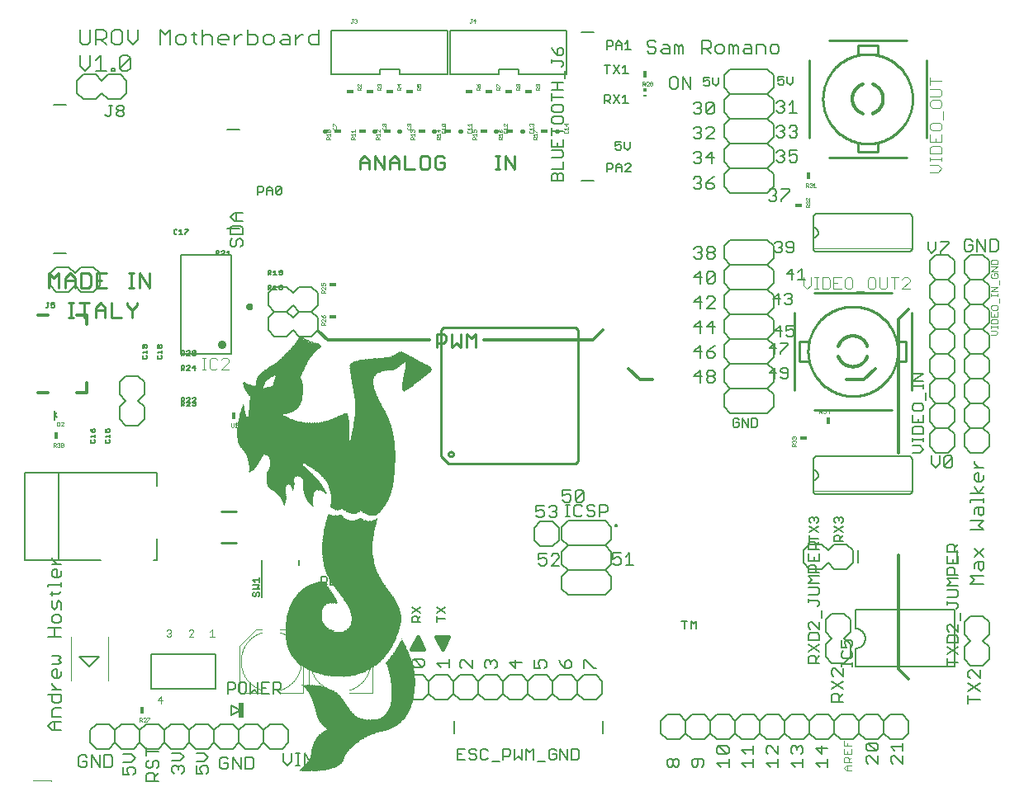
<source format=gto>
G75*
%MOIN*%
%OFA0B0*%
%FSLAX25Y25*%
%IPPOS*%
%LPD*%
%AMOC8*
5,1,8,0,0,1.08239X$1,22.5*
%
%ADD10C,0.01200*%
%ADD11C,0.01600*%
%ADD12C,0.01000*%
%ADD13C,0.00500*%
%ADD14C,0.00700*%
%ADD15C,0.00800*%
%ADD16C,0.00600*%
%ADD17C,0.01100*%
%ADD18R,0.00100X0.00500*%
%ADD19R,0.00100X0.00900*%
%ADD20R,0.00100X0.01200*%
%ADD21R,0.00100X0.01400*%
%ADD22R,0.00100X0.01600*%
%ADD23R,0.00100X0.01300*%
%ADD24R,0.00100X0.00300*%
%ADD25R,0.00100X0.00400*%
%ADD26R,0.00100X0.02200*%
%ADD27R,0.00100X0.02400*%
%ADD28R,0.00100X0.02100*%
%ADD29R,0.00100X0.03000*%
%ADD30R,0.00100X0.03100*%
%ADD31R,0.00100X0.03300*%
%ADD32R,0.00100X0.03400*%
%ADD33R,0.00100X0.03600*%
%ADD34R,0.00100X0.03700*%
%ADD35R,0.00100X0.04100*%
%ADD36R,0.00100X0.04200*%
%ADD37R,0.00100X0.04400*%
%ADD38R,0.00100X0.04700*%
%ADD39R,0.00100X0.04800*%
%ADD40R,0.00100X0.05000*%
%ADD41R,0.00100X0.04500*%
%ADD42R,0.00100X0.04600*%
%ADD43R,0.00100X0.05300*%
%ADD44R,0.00100X0.05500*%
%ADD45R,0.00100X0.05600*%
%ADD46R,0.00100X0.05800*%
%ADD47R,0.00100X0.05900*%
%ADD48R,0.00100X0.06000*%
%ADD49R,0.00100X0.06200*%
%ADD50R,0.00100X0.05700*%
%ADD51R,0.00100X0.06500*%
%ADD52R,0.00100X0.06600*%
%ADD53R,0.00100X0.06800*%
%ADD54R,0.00100X0.06900*%
%ADD55R,0.00100X0.07100*%
%ADD56R,0.00100X0.07200*%
%ADD57R,0.00100X0.07300*%
%ADD58R,0.00100X0.07000*%
%ADD59R,0.00100X0.07900*%
%ADD60R,0.00100X0.08100*%
%ADD61R,0.00100X0.08200*%
%ADD62R,0.00100X0.08300*%
%ADD63R,0.00100X0.08500*%
%ADD64R,0.00100X0.08600*%
%ADD65R,0.00100X0.08000*%
%ADD66R,0.00100X0.09000*%
%ADD67R,0.00100X0.09100*%
%ADD68R,0.00100X0.09300*%
%ADD69R,0.00100X0.09500*%
%ADD70R,0.00100X0.09700*%
%ADD71R,0.00100X0.09900*%
%ADD72R,0.00100X0.00600*%
%ADD73R,0.00100X0.10300*%
%ADD74R,0.00100X0.07600*%
%ADD75R,0.00100X0.10500*%
%ADD76R,0.00100X0.10200*%
%ADD77R,0.00100X0.00200*%
%ADD78R,0.00100X0.10800*%
%ADD79R,0.00100X0.11000*%
%ADD80R,0.00100X0.11800*%
%ADD81R,0.00100X0.11100*%
%ADD82R,0.00100X0.11200*%
%ADD83R,0.00100X0.12300*%
%ADD84R,0.00100X0.11400*%
%ADD85R,0.00100X0.12700*%
%ADD86R,0.00100X0.01700*%
%ADD87R,0.00100X0.11500*%
%ADD88R,0.00100X0.15700*%
%ADD89R,0.00100X0.11700*%
%ADD90R,0.00100X0.16200*%
%ADD91R,0.00100X0.16500*%
%ADD92R,0.00100X0.11300*%
%ADD93R,0.00100X0.17400*%
%ADD94R,0.00100X0.18100*%
%ADD95R,0.00100X0.18800*%
%ADD96R,0.00100X0.19500*%
%ADD97R,0.00100X0.20100*%
%ADD98R,0.00100X0.12600*%
%ADD99R,0.00100X0.20500*%
%ADD100R,0.00100X0.12800*%
%ADD101R,0.00100X0.20800*%
%ADD102R,0.00100X0.12900*%
%ADD103R,0.00100X0.21400*%
%ADD104R,0.00100X0.21100*%
%ADD105R,0.00100X0.00800*%
%ADD106R,0.00100X0.13100*%
%ADD107R,0.00100X0.21200*%
%ADD108R,0.00100X0.12500*%
%ADD109R,0.00100X0.23500*%
%ADD110R,0.00100X0.13400*%
%ADD111R,0.00100X0.23900*%
%ADD112R,0.00100X0.13600*%
%ADD113R,0.00100X0.13700*%
%ADD114R,0.00100X0.23600*%
%ADD115R,0.00100X0.00700*%
%ADD116R,0.00100X0.13800*%
%ADD117R,0.00100X0.23800*%
%ADD118R,0.00100X0.01100*%
%ADD119R,0.00100X0.14000*%
%ADD120R,0.00100X0.25500*%
%ADD121R,0.00100X0.14200*%
%ADD122R,0.00100X0.26000*%
%ADD123R,0.00100X0.14100*%
%ADD124R,0.00100X0.26400*%
%ADD125R,0.00100X0.26800*%
%ADD126R,0.00100X0.26900*%
%ADD127R,0.00100X0.14500*%
%ADD128R,0.00100X0.27500*%
%ADD129R,0.00100X0.14600*%
%ADD130R,0.00100X0.27800*%
%ADD131R,0.00100X0.28300*%
%ADD132R,0.00100X0.28600*%
%ADD133R,0.00100X0.08800*%
%ADD134R,0.00100X0.28900*%
%ADD135R,0.00100X0.29300*%
%ADD136R,0.00100X0.28500*%
%ADD137R,0.00100X0.07700*%
%ADD138R,0.00100X0.02900*%
%ADD139R,0.00100X0.28700*%
%ADD140R,0.00100X0.01000*%
%ADD141R,0.00100X0.30400*%
%ADD142R,0.00100X0.04000*%
%ADD143R,0.00100X0.30800*%
%ADD144R,0.00100X0.30100*%
%ADD145R,0.00100X0.05200*%
%ADD146R,0.00100X0.30200*%
%ADD147R,0.00100X0.04300*%
%ADD148R,0.00100X0.31800*%
%ADD149R,0.00100X0.31500*%
%ADD150R,0.00100X0.31600*%
%ADD151R,0.00100X0.32700*%
%ADD152R,0.00100X0.32800*%
%ADD153R,0.00100X0.32900*%
%ADD154R,0.00100X0.05400*%
%ADD155R,0.00100X0.32600*%
%ADD156R,0.00100X0.04900*%
%ADD157R,0.00100X0.32500*%
%ADD158R,0.00100X0.32400*%
%ADD159R,0.00100X0.32300*%
%ADD160R,0.00100X0.32000*%
%ADD161R,0.00100X0.31900*%
%ADD162R,0.00100X0.09200*%
%ADD163R,0.00100X0.10100*%
%ADD164R,0.00100X0.31400*%
%ADD165R,0.00100X0.31200*%
%ADD166R,0.00100X0.31100*%
%ADD167R,0.00100X0.13300*%
%ADD168R,0.00100X0.31000*%
%ADD169R,0.00100X0.30700*%
%ADD170R,0.00100X0.15000*%
%ADD171R,0.00100X0.30500*%
%ADD172R,0.00100X0.15400*%
%ADD173R,0.00100X0.15800*%
%ADD174R,0.00100X0.16400*%
%ADD175R,0.00100X0.16800*%
%ADD176R,0.00100X0.09400*%
%ADD177R,0.00100X0.30000*%
%ADD178R,0.00100X0.17200*%
%ADD179R,0.00100X0.12100*%
%ADD180R,0.00100X0.17700*%
%ADD181R,0.00100X0.16000*%
%ADD182R,0.00100X0.18500*%
%ADD183R,0.00100X0.00100*%
%ADD184R,0.00100X0.16900*%
%ADD185R,0.00100X0.29700*%
%ADD186R,0.00100X0.19000*%
%ADD187R,0.00100X0.17300*%
%ADD188R,0.00100X0.29500*%
%ADD189R,0.00100X0.19400*%
%ADD190R,0.00100X0.17800*%
%ADD191R,0.00100X0.29400*%
%ADD192R,0.00100X0.19600*%
%ADD193R,0.00100X0.20000*%
%ADD194R,0.00100X0.22400*%
%ADD195R,0.00100X0.20400*%
%ADD196R,0.00100X0.20700*%
%ADD197R,0.00100X0.22200*%
%ADD198R,0.00100X0.22600*%
%ADD199R,0.00100X0.02000*%
%ADD200R,0.00100X0.10900*%
%ADD201R,0.00100X0.21300*%
%ADD202R,0.00100X0.25400*%
%ADD203R,0.00100X0.10000*%
%ADD204R,0.00100X0.21500*%
%ADD205R,0.00100X0.26100*%
%ADD206R,0.00100X0.21800*%
%ADD207R,0.00100X0.27000*%
%ADD208R,0.00100X0.08400*%
%ADD209R,0.00100X0.22300*%
%ADD210R,0.00100X0.01500*%
%ADD211R,0.00100X0.07800*%
%ADD212R,0.00100X0.22500*%
%ADD213R,0.00100X0.26300*%
%ADD214R,0.00100X0.01900*%
%ADD215R,0.00100X0.23000*%
%ADD216R,0.00100X0.08900*%
%ADD217R,0.00100X0.23200*%
%ADD218R,0.00100X0.22700*%
%ADD219R,0.00100X0.22900*%
%ADD220R,0.00100X0.29100*%
%ADD221R,0.00100X0.23100*%
%ADD222R,0.00100X0.24300*%
%ADD223R,0.00100X0.24500*%
%ADD224R,0.00100X0.24000*%
%ADD225R,0.00100X0.07500*%
%ADD226R,0.00100X0.24100*%
%ADD227R,0.00100X0.31300*%
%ADD228R,0.00100X0.02700*%
%ADD229R,0.00100X0.25300*%
%ADD230R,0.00100X0.33300*%
%ADD231R,0.00100X0.33700*%
%ADD232R,0.00100X0.01800*%
%ADD233R,0.00100X0.33400*%
%ADD234R,0.00100X0.33600*%
%ADD235R,0.00100X0.25600*%
%ADD236R,0.00100X0.35500*%
%ADD237R,0.00100X0.06700*%
%ADD238R,0.00100X0.27100*%
%ADD239R,0.00100X0.35800*%
%ADD240R,0.00100X0.26600*%
%ADD241R,0.00100X0.35100*%
%ADD242R,0.00100X0.26700*%
%ADD243R,0.00100X0.35300*%
%ADD244R,0.00100X0.36800*%
%ADD245R,0.00100X0.28100*%
%ADD246R,0.00100X0.37300*%
%ADD247R,0.00100X0.06400*%
%ADD248R,0.00100X0.28400*%
%ADD249R,0.00100X0.37700*%
%ADD250R,0.00100X0.06300*%
%ADD251R,0.00100X0.37000*%
%ADD252R,0.00100X0.28200*%
%ADD253R,0.00100X0.37100*%
%ADD254R,0.00100X0.38500*%
%ADD255R,0.00100X0.06100*%
%ADD256R,0.00100X0.39000*%
%ADD257R,0.00100X0.29600*%
%ADD258R,0.00100X0.39300*%
%ADD259R,0.00100X0.29200*%
%ADD260R,0.00100X0.38600*%
%ADD261R,0.00100X0.38700*%
%ADD262R,0.00100X0.40300*%
%ADD263R,0.00100X0.30600*%
%ADD264R,0.00100X0.40400*%
%ADD265R,0.00100X0.40100*%
%ADD266R,0.00100X0.40200*%
%ADD267R,0.00100X0.30300*%
%ADD268R,0.00100X0.31700*%
%ADD269R,0.00100X0.41700*%
%ADD270R,0.00100X0.42200*%
%ADD271R,0.00100X0.41800*%
%ADD272R,0.00100X0.43000*%
%ADD273R,0.00100X0.33000*%
%ADD274R,0.00100X0.43400*%
%ADD275R,0.00100X0.33200*%
%ADD276R,0.00100X0.43600*%
%ADD277R,0.00100X0.43100*%
%ADD278R,0.00100X0.33100*%
%ADD279R,0.00100X0.43300*%
%ADD280R,0.00100X0.34100*%
%ADD281R,0.00100X0.44600*%
%ADD282R,0.00100X0.34300*%
%ADD283R,0.00100X0.44800*%
%ADD284R,0.00100X0.33800*%
%ADD285R,0.00100X0.44700*%
%ADD286R,0.00100X0.33900*%
%ADD287R,0.00100X0.35400*%
%ADD288R,0.00100X0.46100*%
%ADD289R,0.00100X0.35700*%
%ADD290R,0.00100X0.46300*%
%ADD291R,0.00100X0.35200*%
%ADD292R,0.00100X0.46600*%
%ADD293R,0.00100X0.45500*%
%ADD294R,0.00100X0.47200*%
%ADD295R,0.00100X0.47500*%
%ADD296R,0.00100X0.37200*%
%ADD297R,0.00100X0.47700*%
%ADD298R,0.00100X0.36500*%
%ADD299R,0.00100X0.48000*%
%ADD300R,0.00100X0.36600*%
%ADD301R,0.00100X0.48300*%
%ADD302R,0.00100X0.38200*%
%ADD303R,0.00100X0.48600*%
%ADD304R,0.00100X0.38400*%
%ADD305R,0.00100X0.48800*%
%ADD306R,0.00100X0.49100*%
%ADD307R,0.00100X0.48400*%
%ADD308R,0.00100X0.37900*%
%ADD309R,0.00100X0.02600*%
%ADD310R,0.00100X0.40000*%
%ADD311R,0.00100X0.50100*%
%ADD312R,0.00100X0.50300*%
%ADD313R,0.00100X0.39500*%
%ADD314R,0.00100X0.49400*%
%ADD315R,0.00100X0.39600*%
%ADD316R,0.00100X0.49500*%
%ADD317R,0.00100X0.39700*%
%ADD318R,0.00100X0.07400*%
%ADD319R,0.00100X0.05100*%
%ADD320R,0.00100X0.51600*%
%ADD321R,0.00100X0.42600*%
%ADD322R,0.00100X0.52200*%
%ADD323R,0.00100X0.41300*%
%ADD324R,0.00100X0.50900*%
%ADD325R,0.00100X0.41400*%
%ADD326R,0.00100X0.44300*%
%ADD327R,0.00100X0.63500*%
%ADD328R,0.00100X0.45600*%
%ADD329R,0.00100X0.43500*%
%ADD330R,0.00100X0.15600*%
%ADD331R,0.00100X0.59500*%
%ADD332R,0.00100X0.59600*%
%ADD333R,0.00100X0.63300*%
%ADD334R,0.00100X0.59700*%
%ADD335R,0.00100X0.59800*%
%ADD336R,0.00100X0.59900*%
%ADD337R,0.00100X0.60000*%
%ADD338R,0.00100X0.63200*%
%ADD339R,0.00100X0.60100*%
%ADD340R,0.00100X0.60200*%
%ADD341R,0.00100X0.63000*%
%ADD342R,0.00100X0.60300*%
%ADD343R,0.00100X0.62900*%
%ADD344R,0.00100X0.62800*%
%ADD345R,0.00100X0.60400*%
%ADD346R,0.00100X0.60500*%
%ADD347R,0.00100X0.60600*%
%ADD348R,0.00100X0.62700*%
%ADD349R,0.00100X0.60700*%
%ADD350R,0.00100X0.62600*%
%ADD351R,0.00100X0.60800*%
%ADD352R,0.00100X0.62500*%
%ADD353R,0.00100X0.61000*%
%ADD354R,0.00100X0.62400*%
%ADD355R,0.00100X0.61100*%
%ADD356R,0.00100X0.62300*%
%ADD357R,0.00100X0.61300*%
%ADD358R,0.00100X0.62100*%
%ADD359R,0.00100X0.61400*%
%ADD360R,0.00100X0.62000*%
%ADD361R,0.00100X0.61500*%
%ADD362R,0.00100X0.61800*%
%ADD363R,0.00100X0.61600*%
%ADD364R,0.00100X0.61700*%
%ADD365R,0.00100X0.61200*%
%ADD366R,0.00100X0.62200*%
%ADD367R,0.00100X0.60900*%
%ADD368R,0.00100X0.09600*%
%ADD369R,0.00100X0.09800*%
%ADD370R,0.00100X0.40700*%
%ADD371R,0.00100X0.16600*%
%ADD372R,0.00100X0.11600*%
%ADD373R,0.00100X0.39800*%
%ADD374R,0.00100X0.39100*%
%ADD375R,0.00100X0.14800*%
%ADD376R,0.00100X0.36000*%
%ADD377R,0.00100X0.35900*%
%ADD378R,0.00100X0.13000*%
%ADD379R,0.00100X0.12400*%
%ADD380R,0.00100X0.36400*%
%ADD381R,0.00100X0.12000*%
%ADD382R,0.00100X0.13200*%
%ADD383R,0.00100X0.21900*%
%ADD384R,0.00100X0.14400*%
%ADD385R,0.00100X0.38300*%
%ADD386R,0.00100X0.13900*%
%ADD387R,0.00100X0.38000*%
%ADD388R,0.00100X0.37500*%
%ADD389R,0.00100X0.15100*%
%ADD390R,0.00100X0.15300*%
%ADD391R,0.00100X0.20200*%
%ADD392R,0.00100X0.15500*%
%ADD393R,0.00100X0.36100*%
%ADD394R,0.00100X0.14900*%
%ADD395R,0.00100X0.19900*%
%ADD396R,0.00100X0.19700*%
%ADD397R,0.00100X0.16700*%
%ADD398R,0.00100X0.16300*%
%ADD399R,0.00100X0.35000*%
%ADD400R,0.00100X0.19300*%
%ADD401R,0.00100X0.34700*%
%ADD402R,0.00100X0.17500*%
%ADD403R,0.00100X0.19200*%
%ADD404R,0.00100X0.34600*%
%ADD405R,0.00100X0.38900*%
%ADD406R,0.00100X0.19100*%
%ADD407R,0.00100X0.34500*%
%ADD408R,0.00100X0.02500*%
%ADD409R,0.00100X0.34200*%
%ADD410R,0.00100X0.18400*%
%ADD411R,0.00100X0.18900*%
%ADD412R,0.00100X0.34000*%
%ADD413R,0.00100X0.18600*%
%ADD414R,0.00100X0.20600*%
%ADD415R,0.00100X0.21700*%
%ADD416R,0.00100X0.39400*%
%ADD417R,0.00100X0.22000*%
%ADD418R,0.00100X0.39200*%
%ADD419R,0.00100X0.32200*%
%ADD420R,0.00100X0.18300*%
%ADD421R,0.00100X0.23700*%
%ADD422R,0.00100X0.18200*%
%ADD423R,0.00100X0.32100*%
%ADD424R,0.00100X0.24800*%
%ADD425R,0.00100X0.38100*%
%ADD426R,0.00100X0.24900*%
%ADD427R,0.00100X0.25000*%
%ADD428R,0.00100X0.26500*%
%ADD429R,0.00100X0.27300*%
%ADD430R,0.00100X0.27400*%
%ADD431R,0.00100X0.28000*%
%ADD432R,0.00100X0.30900*%
%ADD433R,0.00100X0.18000*%
%ADD434R,0.00100X0.37800*%
%ADD435R,0.00100X0.37600*%
%ADD436R,0.00100X0.29800*%
%ADD437R,0.00100X0.29900*%
%ADD438R,0.00100X0.37400*%
%ADD439R,0.00100X0.29000*%
%ADD440R,0.00100X0.17900*%
%ADD441R,0.00100X0.02300*%
%ADD442R,0.00100X0.03500*%
%ADD443R,0.00100X0.36300*%
%ADD444R,0.00100X0.27900*%
%ADD445R,0.00100X0.36200*%
%ADD446R,0.00100X0.27600*%
%ADD447R,0.00100X0.27200*%
%ADD448R,0.00100X0.25800*%
%ADD449R,0.00100X0.26200*%
%ADD450R,0.00100X0.25900*%
%ADD451R,0.00100X0.25700*%
%ADD452R,0.00100X0.24600*%
%ADD453R,0.00100X0.24200*%
%ADD454R,0.00100X0.24700*%
%ADD455R,0.00100X0.15900*%
%ADD456R,0.00100X0.20900*%
%ADD457R,0.00100X0.24400*%
%ADD458R,0.00100X0.19800*%
%ADD459R,0.00100X0.16100*%
%ADD460R,0.00100X0.23300*%
%ADD461R,0.00100X0.08700*%
%ADD462R,0.00100X0.15200*%
%ADD463R,0.00100X0.22800*%
%ADD464R,0.00100X0.10700*%
%ADD465R,0.00100X0.12200*%
%ADD466R,0.00100X0.21600*%
%ADD467R,0.00100X0.21000*%
%ADD468R,0.00100X0.14700*%
%ADD469R,0.00100X0.14300*%
%ADD470R,0.00100X0.20300*%
%ADD471R,0.00100X0.03200*%
%ADD472R,0.00100X0.36900*%
%ADD473R,0.00100X0.13500*%
%ADD474R,0.00100X0.36700*%
%ADD475R,0.00100X0.10400*%
%ADD476R,0.00100X0.11900*%
%ADD477R,0.00100X0.03900*%
%ADD478R,0.00100X0.18700*%
%ADD479R,0.00100X0.35600*%
%ADD480R,0.00100X0.34900*%
%ADD481R,0.00100X0.34400*%
%ADD482R,0.00100X0.17600*%
%ADD483R,0.00100X0.02800*%
%ADD484R,0.00100X0.03800*%
%ADD485R,0.00100X0.33500*%
%ADD486R,0.00100X0.17100*%
%ADD487R,0.00100X0.17000*%
%ADD488R,0.00100X0.10600*%
%ADD489R,0.00100X0.28800*%
%ADD490R,0.00100X0.25100*%
%ADD491R,0.00100X0.23400*%
%ADD492R,0.00100X0.25200*%
%ADD493R,0.00100X0.27700*%
%ADD494R,0.00100X0.57700*%
%ADD495R,0.00100X0.57400*%
%ADD496R,0.00100X0.57000*%
%ADD497R,0.00100X0.56800*%
%ADD498R,0.00100X0.56600*%
%ADD499R,0.00100X0.56300*%
%ADD500R,0.00100X0.56000*%
%ADD501R,0.00100X0.55900*%
%ADD502R,0.00100X0.55600*%
%ADD503R,0.00100X0.55400*%
%ADD504R,0.00100X0.55200*%
%ADD505R,0.00100X0.55100*%
%ADD506R,0.00100X0.54700*%
%ADD507R,0.00100X0.54500*%
%ADD508R,0.00100X0.54300*%
%ADD509R,0.00100X0.54100*%
%ADD510R,0.00100X0.54000*%
%ADD511R,0.00100X0.53800*%
%ADD512R,0.00100X0.53700*%
%ADD513R,0.00100X0.53500*%
%ADD514R,0.00100X0.53300*%
%ADD515R,0.00100X0.53000*%
%ADD516R,0.00100X0.52800*%
%ADD517R,0.00100X0.52700*%
%ADD518R,0.00100X0.52500*%
%ADD519R,0.00100X0.46700*%
%ADD520R,0.00100X0.46200*%
%ADD521R,0.00100X0.45700*%
%ADD522R,0.00100X0.45300*%
%ADD523R,0.00100X0.45000*%
%ADD524R,0.00100X0.43900*%
%ADD525R,0.00100X0.42500*%
%ADD526R,0.00100X0.42300*%
%ADD527R,0.00100X0.42100*%
%ADD528R,0.00100X0.42000*%
%ADD529R,0.00100X0.41900*%
%ADD530R,0.00100X0.41600*%
%ADD531R,0.00100X0.41200*%
%ADD532R,0.00100X0.34800*%
%ADD533C,0.00000*%
%ADD534C,0.00400*%
%ADD535R,0.01181X0.00591*%
%ADD536R,0.01181X0.01181*%
%ADD537C,0.00866*%
%ADD538R,0.02400X0.06200*%
%ADD539C,0.00100*%
%ADD540R,0.03000X0.01500*%
%ADD541C,0.01500*%
%ADD542C,0.03482*%
%ADD543R,0.01500X0.03000*%
%ADD544C,0.00200*%
%ADD545C,0.00300*%
D10*
X0067940Y0189113D02*
X0071877Y0189113D01*
X0083688Y0189113D02*
X0087625Y0189113D01*
X0087625Y0193050D01*
X0087625Y0216672D02*
X0087625Y0220609D01*
X0087554Y0220581D02*
X0083688Y0220581D01*
X0083688Y0220609D01*
X0071877Y0220609D02*
X0067940Y0220609D01*
X0152607Y0223861D02*
X0152609Y0223914D01*
X0152615Y0223966D01*
X0152625Y0224018D01*
X0152638Y0224069D01*
X0152656Y0224119D01*
X0152677Y0224168D01*
X0152702Y0224215D01*
X0152730Y0224259D01*
X0152761Y0224302D01*
X0152796Y0224342D01*
X0152833Y0224379D01*
X0152873Y0224414D01*
X0152916Y0224445D01*
X0152961Y0224473D01*
X0153007Y0224498D01*
X0153056Y0224519D01*
X0153106Y0224537D01*
X0153157Y0224550D01*
X0153209Y0224560D01*
X0153261Y0224566D01*
X0153314Y0224568D01*
X0153367Y0224566D01*
X0153419Y0224560D01*
X0153471Y0224550D01*
X0153522Y0224537D01*
X0153572Y0224519D01*
X0153621Y0224498D01*
X0153668Y0224473D01*
X0153712Y0224445D01*
X0153755Y0224414D01*
X0153795Y0224379D01*
X0153832Y0224342D01*
X0153867Y0224302D01*
X0153898Y0224259D01*
X0153926Y0224214D01*
X0153951Y0224168D01*
X0153972Y0224119D01*
X0153990Y0224069D01*
X0154003Y0224018D01*
X0154013Y0223966D01*
X0154019Y0223914D01*
X0154021Y0223861D01*
X0154019Y0223808D01*
X0154013Y0223756D01*
X0154003Y0223704D01*
X0153990Y0223653D01*
X0153972Y0223603D01*
X0153951Y0223554D01*
X0153926Y0223507D01*
X0153898Y0223463D01*
X0153867Y0223420D01*
X0153832Y0223380D01*
X0153795Y0223343D01*
X0153755Y0223308D01*
X0153712Y0223277D01*
X0153667Y0223249D01*
X0153621Y0223224D01*
X0153572Y0223203D01*
X0153522Y0223185D01*
X0153471Y0223172D01*
X0153419Y0223162D01*
X0153367Y0223156D01*
X0153314Y0223154D01*
X0153261Y0223156D01*
X0153209Y0223162D01*
X0153157Y0223172D01*
X0153106Y0223185D01*
X0153056Y0223203D01*
X0153007Y0223224D01*
X0152960Y0223249D01*
X0152916Y0223277D01*
X0152873Y0223308D01*
X0152833Y0223343D01*
X0152796Y0223380D01*
X0152761Y0223420D01*
X0152730Y0223463D01*
X0152702Y0223508D01*
X0152677Y0223554D01*
X0152656Y0223603D01*
X0152638Y0223653D01*
X0152625Y0223704D01*
X0152615Y0223756D01*
X0152609Y0223808D01*
X0152607Y0223861D01*
X0181314Y0213861D02*
X0184814Y0210361D01*
X0225814Y0210361D01*
X0247814Y0210361D02*
X0291814Y0210361D01*
X0295814Y0214361D01*
X0306314Y0198861D02*
X0310814Y0194361D01*
X0315814Y0194361D01*
X0394314Y0194361D02*
X0401314Y0194361D01*
X0405814Y0198861D01*
X0402720Y0203892D02*
X0402668Y0203744D01*
X0402613Y0203597D01*
X0402554Y0203451D01*
X0402491Y0203307D01*
X0402425Y0203165D01*
X0402355Y0203024D01*
X0402282Y0202885D01*
X0402205Y0202748D01*
X0402125Y0202613D01*
X0402041Y0202480D01*
X0401954Y0202350D01*
X0401864Y0202221D01*
X0401770Y0202095D01*
X0401674Y0201971D01*
X0401574Y0201850D01*
X0401471Y0201731D01*
X0401366Y0201615D01*
X0401257Y0201501D01*
X0401146Y0201390D01*
X0401032Y0201282D01*
X0400915Y0201178D01*
X0400795Y0201076D01*
X0400673Y0200977D01*
X0400549Y0200881D01*
X0400422Y0200788D01*
X0400293Y0200699D01*
X0400161Y0200613D01*
X0400028Y0200530D01*
X0399892Y0200450D01*
X0399755Y0200374D01*
X0399616Y0200302D01*
X0399474Y0200233D01*
X0399332Y0200168D01*
X0399187Y0200106D01*
X0399041Y0200048D01*
X0398894Y0199994D01*
X0398745Y0199943D01*
X0398595Y0199896D01*
X0398444Y0199853D01*
X0398292Y0199814D01*
X0398139Y0199779D01*
X0397985Y0199747D01*
X0397830Y0199720D01*
X0397675Y0199696D01*
X0397519Y0199676D01*
X0397363Y0199660D01*
X0397206Y0199648D01*
X0397050Y0199640D01*
X0396893Y0199636D01*
X0396735Y0199636D01*
X0396578Y0199640D01*
X0396422Y0199648D01*
X0396265Y0199660D01*
X0396109Y0199676D01*
X0395953Y0199696D01*
X0395798Y0199720D01*
X0395643Y0199747D01*
X0395489Y0199779D01*
X0395336Y0199814D01*
X0395184Y0199853D01*
X0395033Y0199896D01*
X0394883Y0199943D01*
X0394734Y0199994D01*
X0394587Y0200048D01*
X0394441Y0200106D01*
X0394296Y0200168D01*
X0394154Y0200233D01*
X0394012Y0200302D01*
X0393873Y0200374D01*
X0393736Y0200450D01*
X0393600Y0200530D01*
X0393467Y0200613D01*
X0393335Y0200699D01*
X0393206Y0200788D01*
X0393079Y0200881D01*
X0392955Y0200977D01*
X0392833Y0201076D01*
X0392713Y0201178D01*
X0392596Y0201282D01*
X0392482Y0201390D01*
X0392371Y0201501D01*
X0392262Y0201615D01*
X0392157Y0201731D01*
X0392054Y0201850D01*
X0391954Y0201971D01*
X0391858Y0202095D01*
X0391764Y0202221D01*
X0391674Y0202350D01*
X0391587Y0202480D01*
X0391503Y0202613D01*
X0391423Y0202748D01*
X0391346Y0202885D01*
X0391273Y0203024D01*
X0391203Y0203165D01*
X0391137Y0203307D01*
X0391074Y0203451D01*
X0391015Y0203597D01*
X0390960Y0203744D01*
X0390908Y0203892D01*
X0390908Y0207830D02*
X0390960Y0207978D01*
X0391015Y0208125D01*
X0391074Y0208271D01*
X0391137Y0208415D01*
X0391203Y0208557D01*
X0391273Y0208698D01*
X0391346Y0208837D01*
X0391423Y0208974D01*
X0391503Y0209109D01*
X0391587Y0209242D01*
X0391674Y0209372D01*
X0391764Y0209501D01*
X0391858Y0209627D01*
X0391954Y0209751D01*
X0392054Y0209872D01*
X0392157Y0209991D01*
X0392262Y0210107D01*
X0392371Y0210221D01*
X0392482Y0210332D01*
X0392596Y0210440D01*
X0392713Y0210544D01*
X0392833Y0210646D01*
X0392955Y0210745D01*
X0393079Y0210841D01*
X0393206Y0210934D01*
X0393335Y0211023D01*
X0393467Y0211109D01*
X0393600Y0211192D01*
X0393736Y0211272D01*
X0393873Y0211348D01*
X0394012Y0211420D01*
X0394154Y0211489D01*
X0394296Y0211554D01*
X0394441Y0211616D01*
X0394587Y0211674D01*
X0394734Y0211728D01*
X0394883Y0211779D01*
X0395033Y0211826D01*
X0395184Y0211869D01*
X0395336Y0211908D01*
X0395489Y0211943D01*
X0395643Y0211975D01*
X0395798Y0212002D01*
X0395953Y0212026D01*
X0396109Y0212046D01*
X0396265Y0212062D01*
X0396422Y0212074D01*
X0396578Y0212082D01*
X0396735Y0212086D01*
X0396893Y0212086D01*
X0397050Y0212082D01*
X0397206Y0212074D01*
X0397363Y0212062D01*
X0397519Y0212046D01*
X0397675Y0212026D01*
X0397830Y0212002D01*
X0397985Y0211975D01*
X0398139Y0211943D01*
X0398292Y0211908D01*
X0398444Y0211869D01*
X0398595Y0211826D01*
X0398745Y0211779D01*
X0398894Y0211728D01*
X0399041Y0211674D01*
X0399187Y0211616D01*
X0399332Y0211554D01*
X0399474Y0211489D01*
X0399616Y0211420D01*
X0399755Y0211348D01*
X0399892Y0211272D01*
X0400028Y0211192D01*
X0400161Y0211109D01*
X0400293Y0211023D01*
X0400422Y0210934D01*
X0400549Y0210841D01*
X0400673Y0210745D01*
X0400795Y0210646D01*
X0400915Y0210544D01*
X0401032Y0210440D01*
X0401146Y0210332D01*
X0401257Y0210221D01*
X0401366Y0210107D01*
X0401471Y0209991D01*
X0401574Y0209872D01*
X0401674Y0209751D01*
X0401770Y0209627D01*
X0401864Y0209501D01*
X0401954Y0209372D01*
X0402041Y0209242D01*
X0402125Y0209109D01*
X0402205Y0208974D01*
X0402282Y0208837D01*
X0402355Y0208698D01*
X0402425Y0208557D01*
X0402491Y0208415D01*
X0402554Y0208271D01*
X0402613Y0208125D01*
X0402668Y0207978D01*
X0402720Y0207830D01*
X0415314Y0218861D02*
X0419314Y0222861D01*
X0415314Y0218861D02*
X0415314Y0164861D01*
X0415314Y0123361D02*
X0415314Y0077361D01*
X0419314Y0073361D01*
X0400845Y0301955D02*
X0400697Y0302007D01*
X0400550Y0302062D01*
X0400404Y0302121D01*
X0400260Y0302184D01*
X0400118Y0302250D01*
X0399977Y0302320D01*
X0399838Y0302393D01*
X0399701Y0302470D01*
X0399566Y0302550D01*
X0399433Y0302634D01*
X0399303Y0302721D01*
X0399174Y0302811D01*
X0399048Y0302905D01*
X0398924Y0303001D01*
X0398803Y0303101D01*
X0398684Y0303204D01*
X0398568Y0303309D01*
X0398454Y0303418D01*
X0398343Y0303529D01*
X0398235Y0303643D01*
X0398131Y0303760D01*
X0398029Y0303880D01*
X0397930Y0304002D01*
X0397834Y0304126D01*
X0397741Y0304253D01*
X0397652Y0304382D01*
X0397566Y0304514D01*
X0397483Y0304647D01*
X0397403Y0304783D01*
X0397327Y0304920D01*
X0397255Y0305059D01*
X0397186Y0305201D01*
X0397121Y0305343D01*
X0397059Y0305488D01*
X0397001Y0305634D01*
X0396947Y0305781D01*
X0396896Y0305930D01*
X0396849Y0306080D01*
X0396806Y0306231D01*
X0396767Y0306383D01*
X0396732Y0306536D01*
X0396700Y0306690D01*
X0396673Y0306845D01*
X0396649Y0307000D01*
X0396629Y0307156D01*
X0396613Y0307312D01*
X0396601Y0307469D01*
X0396593Y0307625D01*
X0396589Y0307782D01*
X0396589Y0307940D01*
X0396593Y0308097D01*
X0396601Y0308253D01*
X0396613Y0308410D01*
X0396629Y0308566D01*
X0396649Y0308722D01*
X0396673Y0308877D01*
X0396700Y0309032D01*
X0396732Y0309186D01*
X0396767Y0309339D01*
X0396806Y0309491D01*
X0396849Y0309642D01*
X0396896Y0309792D01*
X0396947Y0309941D01*
X0397001Y0310088D01*
X0397059Y0310234D01*
X0397121Y0310379D01*
X0397186Y0310521D01*
X0397255Y0310663D01*
X0397327Y0310802D01*
X0397403Y0310939D01*
X0397483Y0311075D01*
X0397566Y0311208D01*
X0397652Y0311340D01*
X0397741Y0311469D01*
X0397834Y0311596D01*
X0397930Y0311720D01*
X0398029Y0311842D01*
X0398131Y0311962D01*
X0398235Y0312079D01*
X0398343Y0312193D01*
X0398454Y0312304D01*
X0398568Y0312413D01*
X0398684Y0312518D01*
X0398803Y0312621D01*
X0398924Y0312721D01*
X0399048Y0312817D01*
X0399174Y0312911D01*
X0399303Y0313001D01*
X0399433Y0313088D01*
X0399566Y0313172D01*
X0399701Y0313252D01*
X0399838Y0313329D01*
X0399977Y0313402D01*
X0400118Y0313472D01*
X0400260Y0313538D01*
X0400404Y0313601D01*
X0400550Y0313660D01*
X0400697Y0313715D01*
X0400845Y0313767D01*
X0404783Y0313767D02*
X0404931Y0313715D01*
X0405078Y0313660D01*
X0405224Y0313601D01*
X0405368Y0313538D01*
X0405510Y0313472D01*
X0405651Y0313402D01*
X0405790Y0313329D01*
X0405927Y0313252D01*
X0406062Y0313172D01*
X0406195Y0313088D01*
X0406325Y0313001D01*
X0406454Y0312911D01*
X0406580Y0312817D01*
X0406704Y0312721D01*
X0406825Y0312621D01*
X0406944Y0312518D01*
X0407060Y0312413D01*
X0407174Y0312304D01*
X0407285Y0312193D01*
X0407393Y0312079D01*
X0407497Y0311962D01*
X0407599Y0311842D01*
X0407698Y0311720D01*
X0407794Y0311596D01*
X0407887Y0311469D01*
X0407976Y0311340D01*
X0408062Y0311208D01*
X0408145Y0311075D01*
X0408225Y0310939D01*
X0408301Y0310802D01*
X0408373Y0310663D01*
X0408442Y0310521D01*
X0408507Y0310379D01*
X0408569Y0310234D01*
X0408627Y0310088D01*
X0408681Y0309941D01*
X0408732Y0309792D01*
X0408779Y0309642D01*
X0408822Y0309491D01*
X0408861Y0309339D01*
X0408896Y0309186D01*
X0408928Y0309032D01*
X0408955Y0308877D01*
X0408979Y0308722D01*
X0408999Y0308566D01*
X0409015Y0308410D01*
X0409027Y0308253D01*
X0409035Y0308097D01*
X0409039Y0307940D01*
X0409039Y0307782D01*
X0409035Y0307625D01*
X0409027Y0307469D01*
X0409015Y0307312D01*
X0408999Y0307156D01*
X0408979Y0307000D01*
X0408955Y0306845D01*
X0408928Y0306690D01*
X0408896Y0306536D01*
X0408861Y0306383D01*
X0408822Y0306231D01*
X0408779Y0306080D01*
X0408732Y0305930D01*
X0408681Y0305781D01*
X0408627Y0305634D01*
X0408569Y0305488D01*
X0408507Y0305343D01*
X0408442Y0305201D01*
X0408373Y0305059D01*
X0408301Y0304920D01*
X0408225Y0304783D01*
X0408145Y0304647D01*
X0408062Y0304514D01*
X0407976Y0304382D01*
X0407887Y0304253D01*
X0407794Y0304126D01*
X0407698Y0304002D01*
X0407599Y0303880D01*
X0407497Y0303760D01*
X0407393Y0303643D01*
X0407285Y0303529D01*
X0407174Y0303418D01*
X0407060Y0303309D01*
X0406944Y0303204D01*
X0406825Y0303101D01*
X0406704Y0303001D01*
X0406580Y0302905D01*
X0406454Y0302811D01*
X0406325Y0302721D01*
X0406195Y0302634D01*
X0406062Y0302550D01*
X0405927Y0302470D01*
X0405790Y0302393D01*
X0405651Y0302320D01*
X0405510Y0302250D01*
X0405368Y0302184D01*
X0405224Y0302121D01*
X0405078Y0302062D01*
X0404931Y0302007D01*
X0404783Y0301955D01*
D11*
X0233564Y0090611D02*
X0231064Y0088111D01*
X0228564Y0090611D01*
X0231064Y0090611D01*
X0231064Y0088111D01*
X0231064Y0090611D02*
X0233564Y0090611D01*
X0231064Y0085611D01*
X0228564Y0090611D01*
X0223564Y0085611D02*
X0221064Y0088111D01*
X0221064Y0085611D01*
X0218564Y0085611D01*
X0221064Y0088111D01*
X0221064Y0090611D02*
X0223564Y0085611D01*
X0221064Y0085611D01*
X0218564Y0085611D02*
X0221064Y0090611D01*
D12*
X0233578Y0160398D02*
X0284759Y0160398D01*
X0285743Y0161382D01*
X0285743Y0214532D01*
X0284759Y0215516D01*
X0231609Y0215516D01*
X0230625Y0214532D01*
X0230625Y0163351D01*
X0233578Y0160398D01*
X0233578Y0164335D02*
X0233580Y0164397D01*
X0233586Y0164460D01*
X0233596Y0164521D01*
X0233610Y0164582D01*
X0233627Y0164642D01*
X0233648Y0164701D01*
X0233674Y0164758D01*
X0233702Y0164813D01*
X0233734Y0164867D01*
X0233770Y0164918D01*
X0233808Y0164968D01*
X0233850Y0165014D01*
X0233894Y0165058D01*
X0233942Y0165099D01*
X0233991Y0165137D01*
X0234043Y0165171D01*
X0234097Y0165202D01*
X0234153Y0165230D01*
X0234211Y0165254D01*
X0234270Y0165275D01*
X0234330Y0165291D01*
X0234391Y0165304D01*
X0234453Y0165313D01*
X0234515Y0165318D01*
X0234578Y0165319D01*
X0234640Y0165316D01*
X0234702Y0165309D01*
X0234764Y0165298D01*
X0234824Y0165283D01*
X0234884Y0165265D01*
X0234942Y0165243D01*
X0234999Y0165217D01*
X0235054Y0165187D01*
X0235107Y0165154D01*
X0235158Y0165118D01*
X0235206Y0165079D01*
X0235252Y0165036D01*
X0235295Y0164991D01*
X0235335Y0164943D01*
X0235372Y0164893D01*
X0235406Y0164840D01*
X0235437Y0164786D01*
X0235463Y0164730D01*
X0235487Y0164672D01*
X0235506Y0164612D01*
X0235522Y0164552D01*
X0235534Y0164490D01*
X0235542Y0164429D01*
X0235546Y0164366D01*
X0235546Y0164304D01*
X0235542Y0164241D01*
X0235534Y0164180D01*
X0235522Y0164118D01*
X0235506Y0164058D01*
X0235487Y0163998D01*
X0235463Y0163940D01*
X0235437Y0163884D01*
X0235406Y0163830D01*
X0235372Y0163777D01*
X0235335Y0163727D01*
X0235295Y0163679D01*
X0235252Y0163634D01*
X0235206Y0163591D01*
X0235158Y0163552D01*
X0235107Y0163516D01*
X0235054Y0163483D01*
X0234999Y0163453D01*
X0234942Y0163427D01*
X0234884Y0163405D01*
X0234824Y0163387D01*
X0234764Y0163372D01*
X0234702Y0163361D01*
X0234640Y0163354D01*
X0234578Y0163351D01*
X0234515Y0163352D01*
X0234453Y0163357D01*
X0234391Y0163366D01*
X0234330Y0163379D01*
X0234270Y0163395D01*
X0234211Y0163416D01*
X0234153Y0163440D01*
X0234097Y0163468D01*
X0234043Y0163499D01*
X0233991Y0163533D01*
X0233942Y0163571D01*
X0233894Y0163612D01*
X0233850Y0163656D01*
X0233808Y0163702D01*
X0233770Y0163752D01*
X0233734Y0163803D01*
X0233702Y0163857D01*
X0233674Y0163912D01*
X0233648Y0163969D01*
X0233627Y0164028D01*
X0233610Y0164088D01*
X0233596Y0164149D01*
X0233586Y0164210D01*
X0233580Y0164273D01*
X0233578Y0164335D01*
X0234891Y0207361D02*
X0236760Y0209229D01*
X0238628Y0207361D01*
X0238628Y0212966D01*
X0240969Y0212966D02*
X0242837Y0211097D01*
X0244705Y0212966D01*
X0244705Y0207361D01*
X0240969Y0207361D02*
X0240969Y0212966D01*
X0234891Y0212966D02*
X0234891Y0207361D01*
X0232551Y0210163D02*
X0232551Y0212032D01*
X0231617Y0212966D01*
X0228814Y0212966D01*
X0228814Y0207361D01*
X0228814Y0209229D02*
X0231617Y0209229D01*
X0232551Y0210163D01*
X0231002Y0279361D02*
X0231937Y0280295D01*
X0231937Y0282163D01*
X0230068Y0282163D01*
X0228200Y0280295D02*
X0229134Y0279361D01*
X0231002Y0279361D01*
X0228200Y0280295D02*
X0228200Y0284032D01*
X0229134Y0284966D01*
X0231002Y0284966D01*
X0231937Y0284032D01*
X0225859Y0284032D02*
X0225859Y0280295D01*
X0224925Y0279361D01*
X0223057Y0279361D01*
X0222123Y0280295D01*
X0222123Y0284032D01*
X0223057Y0284966D01*
X0224925Y0284966D01*
X0225859Y0284032D01*
X0219782Y0279361D02*
X0216046Y0279361D01*
X0216046Y0284966D01*
X0213705Y0283097D02*
X0213705Y0279361D01*
X0213705Y0282163D02*
X0209969Y0282163D01*
X0209969Y0283097D02*
X0209969Y0279361D01*
X0207628Y0279361D02*
X0207628Y0284966D01*
X0209969Y0283097D02*
X0211837Y0284966D01*
X0213705Y0283097D01*
X0207628Y0279361D02*
X0203891Y0284966D01*
X0203891Y0279361D01*
X0201551Y0279361D02*
X0201551Y0283097D01*
X0199682Y0284966D01*
X0197814Y0283097D01*
X0197814Y0279361D01*
X0197814Y0282163D02*
X0201551Y0282163D01*
X0252509Y0279361D02*
X0254377Y0279361D01*
X0253443Y0279361D02*
X0253443Y0284966D01*
X0252509Y0284966D02*
X0254377Y0284966D01*
X0256560Y0284966D02*
X0260297Y0279361D01*
X0260297Y0284966D01*
X0256560Y0284966D02*
X0256560Y0279361D01*
X0373192Y0221530D02*
X0373192Y0190192D01*
X0381145Y0182239D02*
X0412483Y0182239D01*
X0420436Y0190192D02*
X0420436Y0221530D01*
X0412483Y0229483D02*
X0381145Y0229483D01*
X0378814Y0209861D02*
X0375314Y0209861D01*
X0375314Y0201861D01*
X0378814Y0201861D01*
X0378719Y0205861D02*
X0378724Y0206305D01*
X0378741Y0206749D01*
X0378768Y0207192D01*
X0378806Y0207635D01*
X0378855Y0208076D01*
X0378915Y0208516D01*
X0378985Y0208955D01*
X0379067Y0209391D01*
X0379159Y0209826D01*
X0379261Y0210258D01*
X0379374Y0210687D01*
X0379498Y0211114D01*
X0379632Y0211537D01*
X0379777Y0211957D01*
X0379931Y0212373D01*
X0380096Y0212786D01*
X0380271Y0213194D01*
X0380456Y0213598D01*
X0380651Y0213997D01*
X0380856Y0214391D01*
X0381070Y0214780D01*
X0381293Y0215164D01*
X0381526Y0215542D01*
X0381769Y0215914D01*
X0382020Y0216280D01*
X0382280Y0216640D01*
X0382549Y0216994D01*
X0382826Y0217340D01*
X0383112Y0217680D01*
X0383406Y0218013D01*
X0383709Y0218338D01*
X0384019Y0218656D01*
X0384337Y0218966D01*
X0384662Y0219269D01*
X0384995Y0219563D01*
X0385335Y0219849D01*
X0385681Y0220126D01*
X0386035Y0220395D01*
X0386395Y0220655D01*
X0386761Y0220906D01*
X0387133Y0221149D01*
X0387511Y0221382D01*
X0387895Y0221605D01*
X0388284Y0221819D01*
X0388678Y0222024D01*
X0389077Y0222219D01*
X0389481Y0222404D01*
X0389889Y0222579D01*
X0390302Y0222744D01*
X0390718Y0222898D01*
X0391138Y0223043D01*
X0391561Y0223177D01*
X0391988Y0223301D01*
X0392417Y0223414D01*
X0392849Y0223516D01*
X0393284Y0223608D01*
X0393720Y0223690D01*
X0394159Y0223760D01*
X0394599Y0223820D01*
X0395040Y0223869D01*
X0395483Y0223907D01*
X0395926Y0223934D01*
X0396370Y0223951D01*
X0396814Y0223956D01*
X0397258Y0223951D01*
X0397702Y0223934D01*
X0398145Y0223907D01*
X0398588Y0223869D01*
X0399029Y0223820D01*
X0399469Y0223760D01*
X0399908Y0223690D01*
X0400344Y0223608D01*
X0400779Y0223516D01*
X0401211Y0223414D01*
X0401640Y0223301D01*
X0402067Y0223177D01*
X0402490Y0223043D01*
X0402910Y0222898D01*
X0403326Y0222744D01*
X0403739Y0222579D01*
X0404147Y0222404D01*
X0404551Y0222219D01*
X0404950Y0222024D01*
X0405344Y0221819D01*
X0405733Y0221605D01*
X0406117Y0221382D01*
X0406495Y0221149D01*
X0406867Y0220906D01*
X0407233Y0220655D01*
X0407593Y0220395D01*
X0407947Y0220126D01*
X0408293Y0219849D01*
X0408633Y0219563D01*
X0408966Y0219269D01*
X0409291Y0218966D01*
X0409609Y0218656D01*
X0409919Y0218338D01*
X0410222Y0218013D01*
X0410516Y0217680D01*
X0410802Y0217340D01*
X0411079Y0216994D01*
X0411348Y0216640D01*
X0411608Y0216280D01*
X0411859Y0215914D01*
X0412102Y0215542D01*
X0412335Y0215164D01*
X0412558Y0214780D01*
X0412772Y0214391D01*
X0412977Y0213997D01*
X0413172Y0213598D01*
X0413357Y0213194D01*
X0413532Y0212786D01*
X0413697Y0212373D01*
X0413851Y0211957D01*
X0413996Y0211537D01*
X0414130Y0211114D01*
X0414254Y0210687D01*
X0414367Y0210258D01*
X0414469Y0209826D01*
X0414561Y0209391D01*
X0414643Y0208955D01*
X0414713Y0208516D01*
X0414773Y0208076D01*
X0414822Y0207635D01*
X0414860Y0207192D01*
X0414887Y0206749D01*
X0414904Y0206305D01*
X0414909Y0205861D01*
X0414904Y0205417D01*
X0414887Y0204973D01*
X0414860Y0204530D01*
X0414822Y0204087D01*
X0414773Y0203646D01*
X0414713Y0203206D01*
X0414643Y0202767D01*
X0414561Y0202331D01*
X0414469Y0201896D01*
X0414367Y0201464D01*
X0414254Y0201035D01*
X0414130Y0200608D01*
X0413996Y0200185D01*
X0413851Y0199765D01*
X0413697Y0199349D01*
X0413532Y0198936D01*
X0413357Y0198528D01*
X0413172Y0198124D01*
X0412977Y0197725D01*
X0412772Y0197331D01*
X0412558Y0196942D01*
X0412335Y0196558D01*
X0412102Y0196180D01*
X0411859Y0195808D01*
X0411608Y0195442D01*
X0411348Y0195082D01*
X0411079Y0194728D01*
X0410802Y0194382D01*
X0410516Y0194042D01*
X0410222Y0193709D01*
X0409919Y0193384D01*
X0409609Y0193066D01*
X0409291Y0192756D01*
X0408966Y0192453D01*
X0408633Y0192159D01*
X0408293Y0191873D01*
X0407947Y0191596D01*
X0407593Y0191327D01*
X0407233Y0191067D01*
X0406867Y0190816D01*
X0406495Y0190573D01*
X0406117Y0190340D01*
X0405733Y0190117D01*
X0405344Y0189903D01*
X0404950Y0189698D01*
X0404551Y0189503D01*
X0404147Y0189318D01*
X0403739Y0189143D01*
X0403326Y0188978D01*
X0402910Y0188824D01*
X0402490Y0188679D01*
X0402067Y0188545D01*
X0401640Y0188421D01*
X0401211Y0188308D01*
X0400779Y0188206D01*
X0400344Y0188114D01*
X0399908Y0188032D01*
X0399469Y0187962D01*
X0399029Y0187902D01*
X0398588Y0187853D01*
X0398145Y0187815D01*
X0397702Y0187788D01*
X0397258Y0187771D01*
X0396814Y0187766D01*
X0396370Y0187771D01*
X0395926Y0187788D01*
X0395483Y0187815D01*
X0395040Y0187853D01*
X0394599Y0187902D01*
X0394159Y0187962D01*
X0393720Y0188032D01*
X0393284Y0188114D01*
X0392849Y0188206D01*
X0392417Y0188308D01*
X0391988Y0188421D01*
X0391561Y0188545D01*
X0391138Y0188679D01*
X0390718Y0188824D01*
X0390302Y0188978D01*
X0389889Y0189143D01*
X0389481Y0189318D01*
X0389077Y0189503D01*
X0388678Y0189698D01*
X0388284Y0189903D01*
X0387895Y0190117D01*
X0387511Y0190340D01*
X0387133Y0190573D01*
X0386761Y0190816D01*
X0386395Y0191067D01*
X0386035Y0191327D01*
X0385681Y0191596D01*
X0385335Y0191873D01*
X0384995Y0192159D01*
X0384662Y0192453D01*
X0384337Y0192756D01*
X0384019Y0193066D01*
X0383709Y0193384D01*
X0383406Y0193709D01*
X0383112Y0194042D01*
X0382826Y0194382D01*
X0382549Y0194728D01*
X0382280Y0195082D01*
X0382020Y0195442D01*
X0381769Y0195808D01*
X0381526Y0196180D01*
X0381293Y0196558D01*
X0381070Y0196942D01*
X0380856Y0197331D01*
X0380651Y0197725D01*
X0380456Y0198124D01*
X0380271Y0198528D01*
X0380096Y0198936D01*
X0379931Y0199349D01*
X0379777Y0199765D01*
X0379632Y0200185D01*
X0379498Y0200608D01*
X0379374Y0201035D01*
X0379261Y0201464D01*
X0379159Y0201896D01*
X0379067Y0202331D01*
X0378985Y0202767D01*
X0378915Y0203206D01*
X0378855Y0203646D01*
X0378806Y0204087D01*
X0378768Y0204530D01*
X0378741Y0204973D01*
X0378724Y0205417D01*
X0378719Y0205861D01*
X0414814Y0209861D02*
X0418314Y0209861D01*
X0418314Y0201861D01*
X0414814Y0201861D01*
X0418483Y0284239D02*
X0387145Y0284239D01*
X0379192Y0292192D02*
X0379192Y0323530D01*
X0387145Y0331483D02*
X0418483Y0331483D01*
X0426436Y0323530D02*
X0426436Y0292192D01*
X0406814Y0289861D02*
X0406814Y0286361D01*
X0398814Y0286361D01*
X0398814Y0289861D01*
X0384719Y0307861D02*
X0384724Y0308305D01*
X0384741Y0308749D01*
X0384768Y0309192D01*
X0384806Y0309635D01*
X0384855Y0310076D01*
X0384915Y0310516D01*
X0384985Y0310955D01*
X0385067Y0311391D01*
X0385159Y0311826D01*
X0385261Y0312258D01*
X0385374Y0312687D01*
X0385498Y0313114D01*
X0385632Y0313537D01*
X0385777Y0313957D01*
X0385931Y0314373D01*
X0386096Y0314786D01*
X0386271Y0315194D01*
X0386456Y0315598D01*
X0386651Y0315997D01*
X0386856Y0316391D01*
X0387070Y0316780D01*
X0387293Y0317164D01*
X0387526Y0317542D01*
X0387769Y0317914D01*
X0388020Y0318280D01*
X0388280Y0318640D01*
X0388549Y0318994D01*
X0388826Y0319340D01*
X0389112Y0319680D01*
X0389406Y0320013D01*
X0389709Y0320338D01*
X0390019Y0320656D01*
X0390337Y0320966D01*
X0390662Y0321269D01*
X0390995Y0321563D01*
X0391335Y0321849D01*
X0391681Y0322126D01*
X0392035Y0322395D01*
X0392395Y0322655D01*
X0392761Y0322906D01*
X0393133Y0323149D01*
X0393511Y0323382D01*
X0393895Y0323605D01*
X0394284Y0323819D01*
X0394678Y0324024D01*
X0395077Y0324219D01*
X0395481Y0324404D01*
X0395889Y0324579D01*
X0396302Y0324744D01*
X0396718Y0324898D01*
X0397138Y0325043D01*
X0397561Y0325177D01*
X0397988Y0325301D01*
X0398417Y0325414D01*
X0398849Y0325516D01*
X0399284Y0325608D01*
X0399720Y0325690D01*
X0400159Y0325760D01*
X0400599Y0325820D01*
X0401040Y0325869D01*
X0401483Y0325907D01*
X0401926Y0325934D01*
X0402370Y0325951D01*
X0402814Y0325956D01*
X0403258Y0325951D01*
X0403702Y0325934D01*
X0404145Y0325907D01*
X0404588Y0325869D01*
X0405029Y0325820D01*
X0405469Y0325760D01*
X0405908Y0325690D01*
X0406344Y0325608D01*
X0406779Y0325516D01*
X0407211Y0325414D01*
X0407640Y0325301D01*
X0408067Y0325177D01*
X0408490Y0325043D01*
X0408910Y0324898D01*
X0409326Y0324744D01*
X0409739Y0324579D01*
X0410147Y0324404D01*
X0410551Y0324219D01*
X0410950Y0324024D01*
X0411344Y0323819D01*
X0411733Y0323605D01*
X0412117Y0323382D01*
X0412495Y0323149D01*
X0412867Y0322906D01*
X0413233Y0322655D01*
X0413593Y0322395D01*
X0413947Y0322126D01*
X0414293Y0321849D01*
X0414633Y0321563D01*
X0414966Y0321269D01*
X0415291Y0320966D01*
X0415609Y0320656D01*
X0415919Y0320338D01*
X0416222Y0320013D01*
X0416516Y0319680D01*
X0416802Y0319340D01*
X0417079Y0318994D01*
X0417348Y0318640D01*
X0417608Y0318280D01*
X0417859Y0317914D01*
X0418102Y0317542D01*
X0418335Y0317164D01*
X0418558Y0316780D01*
X0418772Y0316391D01*
X0418977Y0315997D01*
X0419172Y0315598D01*
X0419357Y0315194D01*
X0419532Y0314786D01*
X0419697Y0314373D01*
X0419851Y0313957D01*
X0419996Y0313537D01*
X0420130Y0313114D01*
X0420254Y0312687D01*
X0420367Y0312258D01*
X0420469Y0311826D01*
X0420561Y0311391D01*
X0420643Y0310955D01*
X0420713Y0310516D01*
X0420773Y0310076D01*
X0420822Y0309635D01*
X0420860Y0309192D01*
X0420887Y0308749D01*
X0420904Y0308305D01*
X0420909Y0307861D01*
X0420904Y0307417D01*
X0420887Y0306973D01*
X0420860Y0306530D01*
X0420822Y0306087D01*
X0420773Y0305646D01*
X0420713Y0305206D01*
X0420643Y0304767D01*
X0420561Y0304331D01*
X0420469Y0303896D01*
X0420367Y0303464D01*
X0420254Y0303035D01*
X0420130Y0302608D01*
X0419996Y0302185D01*
X0419851Y0301765D01*
X0419697Y0301349D01*
X0419532Y0300936D01*
X0419357Y0300528D01*
X0419172Y0300124D01*
X0418977Y0299725D01*
X0418772Y0299331D01*
X0418558Y0298942D01*
X0418335Y0298558D01*
X0418102Y0298180D01*
X0417859Y0297808D01*
X0417608Y0297442D01*
X0417348Y0297082D01*
X0417079Y0296728D01*
X0416802Y0296382D01*
X0416516Y0296042D01*
X0416222Y0295709D01*
X0415919Y0295384D01*
X0415609Y0295066D01*
X0415291Y0294756D01*
X0414966Y0294453D01*
X0414633Y0294159D01*
X0414293Y0293873D01*
X0413947Y0293596D01*
X0413593Y0293327D01*
X0413233Y0293067D01*
X0412867Y0292816D01*
X0412495Y0292573D01*
X0412117Y0292340D01*
X0411733Y0292117D01*
X0411344Y0291903D01*
X0410950Y0291698D01*
X0410551Y0291503D01*
X0410147Y0291318D01*
X0409739Y0291143D01*
X0409326Y0290978D01*
X0408910Y0290824D01*
X0408490Y0290679D01*
X0408067Y0290545D01*
X0407640Y0290421D01*
X0407211Y0290308D01*
X0406779Y0290206D01*
X0406344Y0290114D01*
X0405908Y0290032D01*
X0405469Y0289962D01*
X0405029Y0289902D01*
X0404588Y0289853D01*
X0404145Y0289815D01*
X0403702Y0289788D01*
X0403258Y0289771D01*
X0402814Y0289766D01*
X0402370Y0289771D01*
X0401926Y0289788D01*
X0401483Y0289815D01*
X0401040Y0289853D01*
X0400599Y0289902D01*
X0400159Y0289962D01*
X0399720Y0290032D01*
X0399284Y0290114D01*
X0398849Y0290206D01*
X0398417Y0290308D01*
X0397988Y0290421D01*
X0397561Y0290545D01*
X0397138Y0290679D01*
X0396718Y0290824D01*
X0396302Y0290978D01*
X0395889Y0291143D01*
X0395481Y0291318D01*
X0395077Y0291503D01*
X0394678Y0291698D01*
X0394284Y0291903D01*
X0393895Y0292117D01*
X0393511Y0292340D01*
X0393133Y0292573D01*
X0392761Y0292816D01*
X0392395Y0293067D01*
X0392035Y0293327D01*
X0391681Y0293596D01*
X0391335Y0293873D01*
X0390995Y0294159D01*
X0390662Y0294453D01*
X0390337Y0294756D01*
X0390019Y0295066D01*
X0389709Y0295384D01*
X0389406Y0295709D01*
X0389112Y0296042D01*
X0388826Y0296382D01*
X0388549Y0296728D01*
X0388280Y0297082D01*
X0388020Y0297442D01*
X0387769Y0297808D01*
X0387526Y0298180D01*
X0387293Y0298558D01*
X0387070Y0298942D01*
X0386856Y0299331D01*
X0386651Y0299725D01*
X0386456Y0300124D01*
X0386271Y0300528D01*
X0386096Y0300936D01*
X0385931Y0301349D01*
X0385777Y0301765D01*
X0385632Y0302185D01*
X0385498Y0302608D01*
X0385374Y0303035D01*
X0385261Y0303464D01*
X0385159Y0303896D01*
X0385067Y0304331D01*
X0384985Y0304767D01*
X0384915Y0305206D01*
X0384855Y0305646D01*
X0384806Y0306087D01*
X0384768Y0306530D01*
X0384741Y0306973D01*
X0384724Y0307417D01*
X0384719Y0307861D01*
X0398814Y0325861D02*
X0398814Y0329361D01*
X0406814Y0329361D01*
X0406814Y0325861D01*
D13*
X0372716Y0316914D02*
X0372716Y0314579D01*
X0371549Y0313411D01*
X0370381Y0314579D01*
X0370381Y0316914D01*
X0369033Y0316914D02*
X0366698Y0316914D01*
X0366698Y0315162D01*
X0367866Y0315746D01*
X0368449Y0315746D01*
X0369033Y0315162D01*
X0369033Y0313995D01*
X0368449Y0313411D01*
X0367282Y0313411D01*
X0366698Y0313995D01*
X0342716Y0314179D02*
X0342716Y0316514D01*
X0340381Y0316514D02*
X0340381Y0314179D01*
X0341549Y0313011D01*
X0342716Y0314179D01*
X0339033Y0314762D02*
X0339033Y0313595D01*
X0338449Y0313011D01*
X0337282Y0313011D01*
X0336698Y0313595D01*
X0336698Y0314762D02*
X0337866Y0315346D01*
X0338449Y0315346D01*
X0339033Y0314762D01*
X0339033Y0316514D02*
X0336698Y0316514D01*
X0336698Y0314762D01*
X0306216Y0318111D02*
X0303881Y0318111D01*
X0305049Y0318111D02*
X0305049Y0321614D01*
X0303881Y0320446D01*
X0302533Y0321614D02*
X0300198Y0318111D01*
X0302533Y0318111D02*
X0300198Y0321614D01*
X0298850Y0321614D02*
X0296515Y0321614D01*
X0297682Y0321614D02*
X0297682Y0318111D01*
X0298266Y0309614D02*
X0298850Y0309030D01*
X0298850Y0307862D01*
X0298266Y0307279D01*
X0296515Y0307279D01*
X0297682Y0307279D02*
X0298850Y0306111D01*
X0300198Y0306111D02*
X0302533Y0309614D01*
X0303881Y0308446D02*
X0305049Y0309614D01*
X0305049Y0306111D01*
X0306216Y0306111D02*
X0303881Y0306111D01*
X0302533Y0306111D02*
X0300198Y0309614D01*
X0298266Y0309614D02*
X0296515Y0309614D01*
X0296515Y0306111D01*
X0300998Y0290614D02*
X0300998Y0288862D01*
X0302166Y0289446D01*
X0302749Y0289446D01*
X0303333Y0288862D01*
X0303333Y0287695D01*
X0302749Y0287111D01*
X0301582Y0287111D01*
X0300998Y0287695D01*
X0300998Y0290614D02*
X0303333Y0290614D01*
X0304681Y0290614D02*
X0304681Y0288279D01*
X0305849Y0287111D01*
X0307016Y0288279D01*
X0307016Y0290614D01*
X0306633Y0281864D02*
X0305465Y0281864D01*
X0304881Y0281280D01*
X0303533Y0280696D02*
X0303533Y0278361D01*
X0304881Y0278361D02*
X0307216Y0280696D01*
X0307216Y0281280D01*
X0306633Y0281864D01*
X0303533Y0280696D02*
X0302366Y0281864D01*
X0301198Y0280696D01*
X0301198Y0278361D01*
X0301198Y0280112D02*
X0303533Y0280112D01*
X0304881Y0278361D02*
X0307216Y0278361D01*
X0299850Y0280112D02*
X0299266Y0279529D01*
X0297515Y0279529D01*
X0297515Y0278361D02*
X0297515Y0281864D01*
X0299266Y0281864D01*
X0299850Y0281280D01*
X0299850Y0280112D01*
X0279864Y0279415D02*
X0279864Y0282417D01*
X0279114Y0284019D02*
X0275360Y0284019D01*
X0275360Y0287021D02*
X0279114Y0287021D01*
X0279864Y0286271D01*
X0279864Y0284769D01*
X0279114Y0284019D01*
X0279864Y0288623D02*
X0275360Y0288623D01*
X0275360Y0291625D01*
X0275360Y0293227D02*
X0275360Y0296229D01*
X0275360Y0294728D02*
X0279864Y0294728D01*
X0279864Y0291625D02*
X0279864Y0288623D01*
X0277612Y0288623D02*
X0277612Y0290124D01*
X0275360Y0279415D02*
X0279864Y0279415D01*
X0279114Y0277813D02*
X0279864Y0277063D01*
X0279864Y0274811D01*
X0275360Y0274811D01*
X0275360Y0277063D01*
X0276111Y0277813D01*
X0276862Y0277813D01*
X0277612Y0277063D01*
X0277612Y0274811D01*
X0277612Y0277063D02*
X0278363Y0277813D01*
X0279114Y0277813D01*
X0279114Y0297831D02*
X0276111Y0297831D01*
X0275360Y0298581D01*
X0275360Y0300082D01*
X0276111Y0300833D01*
X0279114Y0300833D01*
X0279864Y0300082D01*
X0279864Y0298581D01*
X0279114Y0297831D01*
X0279114Y0302434D02*
X0276111Y0302434D01*
X0275360Y0303185D01*
X0275360Y0304686D01*
X0276111Y0305437D01*
X0279114Y0305437D01*
X0279864Y0304686D01*
X0279864Y0303185D01*
X0279114Y0302434D01*
X0275360Y0307038D02*
X0275360Y0310041D01*
X0275360Y0308540D02*
X0279864Y0308540D01*
X0279864Y0311642D02*
X0275360Y0311642D01*
X0277612Y0311642D02*
X0277612Y0314645D01*
X0275360Y0314645D02*
X0279864Y0314645D01*
X0280615Y0316246D02*
X0280615Y0319249D01*
X0279114Y0320850D02*
X0279864Y0321601D01*
X0279864Y0322351D01*
X0279114Y0323102D01*
X0275360Y0323102D01*
X0275360Y0322351D02*
X0275360Y0323853D01*
X0277612Y0325454D02*
X0276111Y0326955D01*
X0275360Y0328457D01*
X0277612Y0327706D02*
X0277612Y0325454D01*
X0279114Y0325454D01*
X0279864Y0326205D01*
X0279864Y0327706D01*
X0279114Y0328457D01*
X0278363Y0328457D01*
X0277612Y0327706D01*
X0297515Y0327861D02*
X0297515Y0331364D01*
X0299266Y0331364D01*
X0299850Y0330780D01*
X0299850Y0329612D01*
X0299266Y0329029D01*
X0297515Y0329029D01*
X0301198Y0329612D02*
X0303533Y0329612D01*
X0303533Y0330196D02*
X0303533Y0327861D01*
X0304881Y0327861D02*
X0307216Y0327861D01*
X0306049Y0327861D02*
X0306049Y0331364D01*
X0304881Y0330196D01*
X0303533Y0330196D02*
X0302366Y0331364D01*
X0301198Y0330196D01*
X0301198Y0327861D01*
X0166216Y0272030D02*
X0163881Y0269695D01*
X0164465Y0269111D01*
X0165633Y0269111D01*
X0166216Y0269695D01*
X0166216Y0272030D01*
X0165633Y0272614D01*
X0164465Y0272614D01*
X0163881Y0272030D01*
X0163881Y0269695D01*
X0162533Y0269111D02*
X0162533Y0271446D01*
X0161366Y0272614D01*
X0160198Y0271446D01*
X0160198Y0269111D01*
X0160198Y0270862D02*
X0162533Y0270862D01*
X0158850Y0270862D02*
X0158266Y0270279D01*
X0156515Y0270279D01*
X0156515Y0269111D02*
X0156515Y0272614D01*
X0158266Y0272614D01*
X0158850Y0272030D01*
X0158850Y0270862D01*
X0128437Y0255013D02*
X0128437Y0254696D01*
X0127169Y0253428D01*
X0127169Y0253111D01*
X0126227Y0253111D02*
X0124959Y0253111D01*
X0125593Y0253111D02*
X0125593Y0255013D01*
X0124959Y0254379D01*
X0124017Y0254696D02*
X0123700Y0255013D01*
X0123066Y0255013D01*
X0122749Y0254696D01*
X0122749Y0253428D01*
X0123066Y0253111D01*
X0123700Y0253111D01*
X0124017Y0253428D01*
X0127169Y0255013D02*
X0128437Y0255013D01*
X0139749Y0246613D02*
X0140700Y0246613D01*
X0141017Y0246296D01*
X0141017Y0245662D01*
X0140700Y0245345D01*
X0139749Y0245345D01*
X0139749Y0244711D02*
X0139749Y0246613D01*
X0140383Y0245345D02*
X0141017Y0244711D01*
X0141959Y0244711D02*
X0143227Y0245979D01*
X0143227Y0246296D01*
X0142910Y0246613D01*
X0142276Y0246613D01*
X0141959Y0246296D01*
X0141959Y0244711D02*
X0143227Y0244711D01*
X0144169Y0244711D02*
X0145437Y0244711D01*
X0144803Y0244711D02*
X0144803Y0246613D01*
X0144169Y0245979D01*
X0160749Y0238613D02*
X0161700Y0238613D01*
X0162017Y0238296D01*
X0162017Y0237662D01*
X0161700Y0237345D01*
X0160749Y0237345D01*
X0160749Y0236711D02*
X0160749Y0238613D01*
X0161383Y0237345D02*
X0162017Y0236711D01*
X0162959Y0236711D02*
X0164227Y0236711D01*
X0163593Y0236711D02*
X0163593Y0238613D01*
X0162959Y0237979D01*
X0165169Y0237979D02*
X0165486Y0237662D01*
X0166437Y0237662D01*
X0166437Y0238296D02*
X0166120Y0238613D01*
X0165486Y0238613D01*
X0165169Y0238296D01*
X0165169Y0237979D01*
X0165169Y0237028D02*
X0165486Y0236711D01*
X0166120Y0236711D01*
X0166437Y0237028D01*
X0166437Y0238296D01*
X0166120Y0232613D02*
X0166437Y0232296D01*
X0166437Y0231979D01*
X0166120Y0231662D01*
X0165486Y0231662D01*
X0165169Y0231979D01*
X0165169Y0232296D01*
X0165486Y0232613D01*
X0166120Y0232613D01*
X0166120Y0231662D02*
X0166437Y0231345D01*
X0166437Y0231028D01*
X0166120Y0230711D01*
X0165486Y0230711D01*
X0165169Y0231028D01*
X0165169Y0231345D01*
X0165486Y0231662D01*
X0164227Y0230711D02*
X0162959Y0230711D01*
X0163593Y0230711D02*
X0163593Y0232613D01*
X0162959Y0231979D01*
X0162017Y0232296D02*
X0162017Y0231662D01*
X0161700Y0231345D01*
X0160749Y0231345D01*
X0160749Y0230711D02*
X0160749Y0232613D01*
X0161700Y0232613D01*
X0162017Y0232296D01*
X0161383Y0231345D02*
X0162017Y0230711D01*
X0131437Y0205696D02*
X0130169Y0204428D01*
X0130486Y0204111D01*
X0131120Y0204111D01*
X0131437Y0204428D01*
X0131437Y0205696D01*
X0131120Y0206013D01*
X0130486Y0206013D01*
X0130169Y0205696D01*
X0130169Y0204428D01*
X0129227Y0204111D02*
X0127959Y0204111D01*
X0129227Y0205379D01*
X0129227Y0205696D01*
X0128910Y0206013D01*
X0128276Y0206013D01*
X0127959Y0205696D01*
X0127017Y0205696D02*
X0127017Y0205062D01*
X0126700Y0204745D01*
X0125749Y0204745D01*
X0125749Y0204111D02*
X0125749Y0206013D01*
X0126700Y0206013D01*
X0127017Y0205696D01*
X0126383Y0204745D02*
X0127017Y0204111D01*
X0126700Y0200013D02*
X0125749Y0200013D01*
X0125749Y0198111D01*
X0125749Y0198745D02*
X0126700Y0198745D01*
X0127017Y0199062D01*
X0127017Y0199696D01*
X0126700Y0200013D01*
X0127959Y0199696D02*
X0128276Y0200013D01*
X0128910Y0200013D01*
X0129227Y0199696D01*
X0129227Y0199379D01*
X0127959Y0198111D01*
X0129227Y0198111D01*
X0130169Y0199062D02*
X0131437Y0199062D01*
X0131120Y0200013D02*
X0130169Y0199062D01*
X0131120Y0198111D02*
X0131120Y0200013D01*
X0127017Y0198111D02*
X0126383Y0198745D01*
X0117964Y0203113D02*
X0117964Y0203747D01*
X0117647Y0204064D01*
X0117964Y0205006D02*
X0117964Y0206274D01*
X0117964Y0205640D02*
X0116063Y0205640D01*
X0116696Y0205006D01*
X0116379Y0204064D02*
X0116063Y0203747D01*
X0116063Y0203113D01*
X0116379Y0202796D01*
X0117647Y0202796D01*
X0117964Y0203113D01*
X0111964Y0203113D02*
X0111964Y0203747D01*
X0111647Y0204064D01*
X0111964Y0205006D02*
X0111964Y0206274D01*
X0111964Y0205640D02*
X0110063Y0205640D01*
X0110696Y0205006D01*
X0110379Y0204064D02*
X0110063Y0203747D01*
X0110063Y0203113D01*
X0110379Y0202796D01*
X0111647Y0202796D01*
X0111964Y0203113D01*
X0111647Y0207216D02*
X0111964Y0207533D01*
X0111964Y0208167D01*
X0111647Y0208484D01*
X0110379Y0208484D01*
X0110063Y0208167D01*
X0110063Y0207533D01*
X0110379Y0207216D01*
X0110696Y0207216D01*
X0111013Y0207533D01*
X0111013Y0208484D01*
X0116063Y0208167D02*
X0116379Y0208484D01*
X0116696Y0208484D01*
X0117013Y0208167D01*
X0117013Y0207533D01*
X0116696Y0207216D01*
X0116379Y0207216D01*
X0116063Y0207533D01*
X0116063Y0208167D01*
X0117013Y0208167D02*
X0117330Y0208484D01*
X0117647Y0208484D01*
X0117964Y0208167D01*
X0117964Y0207533D01*
X0117647Y0207216D01*
X0117330Y0207216D01*
X0117013Y0207533D01*
X0125749Y0187013D02*
X0126700Y0187013D01*
X0127017Y0186696D01*
X0127017Y0186062D01*
X0126700Y0185745D01*
X0125749Y0185745D01*
X0125749Y0185613D02*
X0126700Y0185613D01*
X0127017Y0185296D01*
X0127017Y0184662D01*
X0126700Y0184345D01*
X0125749Y0184345D01*
X0125749Y0183711D02*
X0125749Y0185613D01*
X0125749Y0185111D02*
X0125749Y0187013D01*
X0126383Y0185745D02*
X0127017Y0185111D01*
X0127959Y0185111D02*
X0129227Y0186379D01*
X0129227Y0186696D01*
X0128910Y0187013D01*
X0128276Y0187013D01*
X0127959Y0186696D01*
X0128276Y0185613D02*
X0127959Y0185296D01*
X0127959Y0185111D02*
X0129227Y0185111D01*
X0129227Y0184979D02*
X0129227Y0185296D01*
X0128910Y0185613D01*
X0128276Y0185613D01*
X0129227Y0184979D02*
X0127959Y0183711D01*
X0129227Y0183711D01*
X0130169Y0184028D02*
X0130486Y0183711D01*
X0131120Y0183711D01*
X0131437Y0184028D01*
X0131437Y0184345D01*
X0131120Y0184662D01*
X0130803Y0184662D01*
X0131120Y0184662D02*
X0131437Y0184979D01*
X0131437Y0185296D01*
X0131120Y0185613D01*
X0130486Y0185613D01*
X0130169Y0185296D01*
X0130169Y0185111D02*
X0131437Y0186379D01*
X0131437Y0186696D01*
X0131120Y0187013D01*
X0130486Y0187013D01*
X0130169Y0186696D01*
X0130169Y0185111D02*
X0131437Y0185111D01*
X0127017Y0183711D02*
X0126383Y0184345D01*
X0115751Y0156827D02*
X0076351Y0156827D01*
X0076351Y0121527D01*
X0062651Y0121427D02*
X0093251Y0121427D01*
X0114501Y0121427D02*
X0115751Y0121427D01*
X0115751Y0130177D01*
X0115751Y0151427D02*
X0115751Y0156827D01*
X0096964Y0169113D02*
X0096964Y0169747D01*
X0096647Y0170064D01*
X0096964Y0171006D02*
X0096964Y0172274D01*
X0096964Y0171640D02*
X0095063Y0171640D01*
X0095696Y0171006D01*
X0095379Y0170064D02*
X0095063Y0169747D01*
X0095063Y0169113D01*
X0095379Y0168796D01*
X0096647Y0168796D01*
X0096964Y0169113D01*
X0096647Y0173216D02*
X0096964Y0173533D01*
X0096964Y0174167D01*
X0096647Y0174484D01*
X0096013Y0174484D01*
X0095696Y0174167D01*
X0095696Y0173850D01*
X0096013Y0173216D01*
X0095063Y0173216D01*
X0095063Y0174484D01*
X0090964Y0174167D02*
X0090964Y0173533D01*
X0090647Y0173216D01*
X0090013Y0173216D01*
X0090013Y0174167D01*
X0090330Y0174484D01*
X0090647Y0174484D01*
X0090964Y0174167D01*
X0090013Y0173216D02*
X0089379Y0173850D01*
X0089063Y0174484D01*
X0089063Y0171640D02*
X0090964Y0171640D01*
X0090964Y0171006D02*
X0090964Y0172274D01*
X0089696Y0171006D02*
X0089063Y0171640D01*
X0089379Y0170064D02*
X0089063Y0169747D01*
X0089063Y0169113D01*
X0089379Y0168796D01*
X0090647Y0168796D01*
X0090964Y0169113D01*
X0090964Y0169747D01*
X0090647Y0170064D01*
X0076351Y0156827D02*
X0062651Y0156827D01*
X0062651Y0121427D01*
X0144422Y0072130D02*
X0144422Y0067626D01*
X0144422Y0069127D02*
X0146674Y0069127D01*
X0147424Y0069878D01*
X0147424Y0071379D01*
X0146674Y0072130D01*
X0144422Y0072130D01*
X0149026Y0071379D02*
X0149026Y0068376D01*
X0149776Y0067626D01*
X0151277Y0067626D01*
X0152028Y0068376D01*
X0152028Y0071379D01*
X0151277Y0072130D01*
X0149776Y0072130D01*
X0149026Y0071379D01*
X0153629Y0072130D02*
X0153629Y0067626D01*
X0155131Y0069127D01*
X0156632Y0067626D01*
X0156632Y0072130D01*
X0158233Y0072130D02*
X0158233Y0067626D01*
X0161236Y0067626D01*
X0162837Y0067626D02*
X0162837Y0072130D01*
X0165089Y0072130D01*
X0165840Y0071379D01*
X0165840Y0069878D01*
X0165089Y0069127D01*
X0162837Y0069127D01*
X0164339Y0069127D02*
X0165840Y0067626D01*
X0161236Y0072130D02*
X0158233Y0072130D01*
X0158233Y0069878D02*
X0159735Y0069878D01*
X0158334Y0106381D02*
X0158334Y0121341D01*
X0173294Y0121341D02*
X0173294Y0119373D01*
X0182314Y0114864D02*
X0182314Y0111361D01*
X0182314Y0112529D02*
X0184066Y0112529D01*
X0184649Y0113112D01*
X0184649Y0114280D01*
X0184066Y0114864D01*
X0182314Y0114864D01*
X0183482Y0112529D02*
X0184649Y0111361D01*
X0185997Y0111361D02*
X0188333Y0111361D01*
X0189680Y0111945D02*
X0190264Y0111361D01*
X0191432Y0111361D01*
X0192016Y0111945D01*
X0192016Y0112529D01*
X0191432Y0113112D01*
X0190264Y0113112D01*
X0189680Y0113696D01*
X0189680Y0114280D01*
X0190264Y0114864D01*
X0191432Y0114864D01*
X0192016Y0114280D01*
X0193364Y0114864D02*
X0193364Y0111361D01*
X0195699Y0111361D01*
X0194531Y0113112D02*
X0193364Y0113112D01*
X0193364Y0114864D02*
X0195699Y0114864D01*
X0197047Y0114864D02*
X0199382Y0114864D01*
X0198214Y0114864D02*
X0198214Y0111361D01*
X0188333Y0114864D02*
X0185997Y0114864D01*
X0185997Y0111361D01*
X0185997Y0113112D02*
X0187165Y0113112D01*
X0173294Y0108349D02*
X0173294Y0106381D01*
X0218811Y0102513D02*
X0222314Y0100178D01*
X0222314Y0098830D02*
X0221147Y0097662D01*
X0221147Y0098246D02*
X0221147Y0096495D01*
X0222314Y0096495D02*
X0218811Y0096495D01*
X0218811Y0098246D01*
X0219395Y0098830D01*
X0220563Y0098830D01*
X0221147Y0098246D01*
X0218811Y0100178D02*
X0222314Y0102513D01*
X0228811Y0102513D02*
X0232314Y0100178D01*
X0232314Y0102513D02*
X0228811Y0100178D01*
X0228811Y0098830D02*
X0228811Y0096495D01*
X0228811Y0097662D02*
X0232314Y0097662D01*
X0237264Y0045315D02*
X0237264Y0040811D01*
X0240267Y0040811D01*
X0241868Y0041562D02*
X0242619Y0040811D01*
X0244120Y0040811D01*
X0244871Y0041562D01*
X0244871Y0042312D01*
X0244120Y0043063D01*
X0242619Y0043063D01*
X0241868Y0043813D01*
X0241868Y0044564D01*
X0242619Y0045315D01*
X0244120Y0045315D01*
X0244871Y0044564D01*
X0246472Y0044564D02*
X0246472Y0041562D01*
X0247223Y0040811D01*
X0248724Y0040811D01*
X0249475Y0041562D01*
X0251076Y0040060D02*
X0254078Y0040060D01*
X0255680Y0040811D02*
X0255680Y0045315D01*
X0257932Y0045315D01*
X0258682Y0044564D01*
X0258682Y0043063D01*
X0257932Y0042312D01*
X0255680Y0042312D01*
X0260284Y0040811D02*
X0260284Y0045315D01*
X0263286Y0045315D02*
X0263286Y0040811D01*
X0261785Y0042312D01*
X0260284Y0040811D01*
X0264888Y0040811D02*
X0264888Y0045315D01*
X0266389Y0043813D01*
X0267890Y0045315D01*
X0267890Y0040811D01*
X0269492Y0040060D02*
X0272494Y0040060D01*
X0274096Y0041562D02*
X0274846Y0040811D01*
X0276347Y0040811D01*
X0277098Y0041562D01*
X0277098Y0043063D01*
X0275597Y0043063D01*
X0277098Y0044564D02*
X0276347Y0045315D01*
X0274846Y0045315D01*
X0274096Y0044564D01*
X0274096Y0041562D01*
X0278699Y0040811D02*
X0278699Y0045315D01*
X0281702Y0040811D01*
X0281702Y0045315D01*
X0283303Y0045315D02*
X0285555Y0045315D01*
X0286306Y0044564D01*
X0286306Y0041562D01*
X0285555Y0040811D01*
X0283303Y0040811D01*
X0283303Y0045315D01*
X0249475Y0044564D02*
X0248724Y0045315D01*
X0247223Y0045315D01*
X0246472Y0044564D01*
X0240267Y0045315D02*
X0237264Y0045315D01*
X0237264Y0043063D02*
X0238765Y0043063D01*
X0378860Y0079811D02*
X0378860Y0082063D01*
X0379611Y0082813D01*
X0381112Y0082813D01*
X0381863Y0082063D01*
X0381863Y0079811D01*
X0383364Y0079811D02*
X0378860Y0079811D01*
X0381863Y0081312D02*
X0383364Y0082813D01*
X0383364Y0084415D02*
X0378860Y0087417D01*
X0378860Y0089019D02*
X0378860Y0091271D01*
X0379611Y0092021D01*
X0382614Y0092021D01*
X0383364Y0091271D01*
X0383364Y0089019D01*
X0378860Y0089019D01*
X0378860Y0084415D02*
X0383364Y0087417D01*
X0383364Y0093623D02*
X0380362Y0096625D01*
X0379611Y0096625D01*
X0378860Y0095875D01*
X0378860Y0094373D01*
X0379611Y0093623D01*
X0383364Y0093623D02*
X0383364Y0096625D01*
X0384115Y0098227D02*
X0384115Y0101229D01*
X0382614Y0102831D02*
X0383364Y0103581D01*
X0383364Y0104332D01*
X0382614Y0105082D01*
X0378860Y0105082D01*
X0378860Y0104332D02*
X0378860Y0105833D01*
X0378860Y0107434D02*
X0382614Y0107434D01*
X0383364Y0108185D01*
X0383364Y0109686D01*
X0382614Y0110437D01*
X0378860Y0110437D01*
X0378860Y0112038D02*
X0380362Y0113540D01*
X0378860Y0115041D01*
X0383364Y0115041D01*
X0383364Y0116642D02*
X0378860Y0116642D01*
X0378860Y0118894D01*
X0379611Y0119645D01*
X0381112Y0119645D01*
X0381863Y0118894D01*
X0381863Y0116642D01*
X0381112Y0121246D02*
X0381112Y0122747D01*
X0378860Y0121246D02*
X0383364Y0121246D01*
X0383364Y0124249D01*
X0383364Y0125850D02*
X0378860Y0125850D01*
X0378860Y0128102D01*
X0379611Y0128853D01*
X0381112Y0128853D01*
X0381863Y0128102D01*
X0381863Y0125850D01*
X0381863Y0127351D02*
X0383364Y0128853D01*
X0382814Y0130279D02*
X0379311Y0130279D01*
X0379311Y0131446D02*
X0379311Y0129111D01*
X0379311Y0132794D02*
X0382814Y0135129D01*
X0382230Y0136477D02*
X0382814Y0137061D01*
X0382814Y0138229D01*
X0382230Y0138813D01*
X0381647Y0138813D01*
X0381063Y0138229D01*
X0381063Y0137645D01*
X0381063Y0138229D02*
X0380479Y0138813D01*
X0379895Y0138813D01*
X0379311Y0138229D01*
X0379311Y0137061D01*
X0379895Y0136477D01*
X0379311Y0135129D02*
X0382814Y0132794D01*
X0389311Y0132794D02*
X0392814Y0135129D01*
X0392230Y0136477D02*
X0392814Y0137061D01*
X0392814Y0138229D01*
X0392230Y0138813D01*
X0391647Y0138813D01*
X0391063Y0138229D01*
X0391063Y0137645D01*
X0391063Y0138229D02*
X0390479Y0138813D01*
X0389895Y0138813D01*
X0389311Y0138229D01*
X0389311Y0137061D01*
X0389895Y0136477D01*
X0389311Y0135129D02*
X0392814Y0132794D01*
X0392814Y0131446D02*
X0391647Y0130279D01*
X0391647Y0130862D02*
X0391647Y0129111D01*
X0392814Y0129111D02*
X0389311Y0129111D01*
X0389311Y0130862D01*
X0389895Y0131446D01*
X0391063Y0131446D01*
X0391647Y0130862D01*
X0378860Y0124249D02*
X0378860Y0121246D01*
X0378860Y0112038D02*
X0383364Y0112038D01*
X0392060Y0089287D02*
X0392060Y0086284D01*
X0394312Y0086284D01*
X0393562Y0087785D01*
X0393562Y0088536D01*
X0394312Y0089287D01*
X0395814Y0089287D01*
X0396564Y0088536D01*
X0396564Y0087035D01*
X0395814Y0086284D01*
X0395814Y0084683D02*
X0396564Y0083932D01*
X0396564Y0082431D01*
X0395814Y0081680D01*
X0392811Y0081680D01*
X0392060Y0082431D01*
X0392060Y0083932D01*
X0392811Y0084683D01*
X0392060Y0080112D02*
X0392060Y0078611D01*
X0392060Y0079362D02*
X0396564Y0079362D01*
X0396564Y0080112D02*
X0396564Y0078611D01*
X0434860Y0078811D02*
X0434860Y0081813D01*
X0434860Y0080312D02*
X0439364Y0080312D01*
X0439364Y0083415D02*
X0434860Y0086417D01*
X0434860Y0088019D02*
X0434860Y0090271D01*
X0435611Y0091021D01*
X0438614Y0091021D01*
X0439364Y0090271D01*
X0439364Y0088019D01*
X0434860Y0088019D01*
X0434860Y0083415D02*
X0439364Y0086417D01*
X0439364Y0092623D02*
X0436362Y0095625D01*
X0435611Y0095625D01*
X0434860Y0094875D01*
X0434860Y0093373D01*
X0435611Y0092623D01*
X0439364Y0092623D02*
X0439364Y0095625D01*
X0440115Y0097227D02*
X0440115Y0100229D01*
X0438614Y0101831D02*
X0439364Y0102581D01*
X0439364Y0103332D01*
X0438614Y0104082D01*
X0434860Y0104082D01*
X0434860Y0103332D02*
X0434860Y0104833D01*
X0434860Y0106434D02*
X0438614Y0106434D01*
X0439364Y0107185D01*
X0439364Y0108686D01*
X0438614Y0109437D01*
X0434860Y0109437D01*
X0434860Y0111038D02*
X0436362Y0112540D01*
X0434860Y0114041D01*
X0439364Y0114041D01*
X0439364Y0115642D02*
X0434860Y0115642D01*
X0434860Y0117894D01*
X0435611Y0118645D01*
X0437112Y0118645D01*
X0437863Y0117894D01*
X0437863Y0115642D01*
X0439364Y0111038D02*
X0434860Y0111038D01*
X0434860Y0120246D02*
X0439364Y0120246D01*
X0439364Y0123249D01*
X0439364Y0124850D02*
X0434860Y0124850D01*
X0434860Y0127102D01*
X0435611Y0127853D01*
X0437112Y0127853D01*
X0437863Y0127102D01*
X0437863Y0124850D01*
X0437863Y0126351D02*
X0439364Y0127853D01*
X0434860Y0123249D02*
X0434860Y0120246D01*
X0437112Y0120246D02*
X0437112Y0121747D01*
X0423863Y0164811D02*
X0420860Y0164811D01*
X0420860Y0167813D02*
X0423863Y0167813D01*
X0425364Y0166312D01*
X0423863Y0164811D01*
X0425364Y0169415D02*
X0425364Y0170916D01*
X0425364Y0170165D02*
X0420860Y0170165D01*
X0420860Y0169415D02*
X0420860Y0170916D01*
X0420860Y0172484D02*
X0420860Y0174736D01*
X0421611Y0175487D01*
X0424614Y0175487D01*
X0425364Y0174736D01*
X0425364Y0172484D01*
X0420860Y0172484D01*
X0420860Y0177088D02*
X0425364Y0177088D01*
X0425364Y0180091D01*
X0424614Y0181692D02*
X0421611Y0181692D01*
X0420860Y0182443D01*
X0420860Y0183944D01*
X0421611Y0184695D01*
X0424614Y0184695D01*
X0425364Y0183944D01*
X0425364Y0182443D01*
X0424614Y0181692D01*
X0423112Y0178589D02*
X0423112Y0177088D01*
X0420860Y0177088D02*
X0420860Y0180091D01*
X0426115Y0186296D02*
X0426115Y0189298D01*
X0425364Y0190900D02*
X0425364Y0192401D01*
X0425364Y0191650D02*
X0420860Y0191650D01*
X0420860Y0190900D02*
X0420860Y0192401D01*
X0420860Y0193969D02*
X0425364Y0196972D01*
X0420860Y0196972D01*
X0420860Y0193969D02*
X0425364Y0193969D01*
X0358116Y0178230D02*
X0358116Y0175895D01*
X0357533Y0175311D01*
X0355781Y0175311D01*
X0355781Y0178814D01*
X0357533Y0178814D01*
X0358116Y0178230D01*
X0354433Y0178814D02*
X0354433Y0175311D01*
X0352098Y0178814D01*
X0352098Y0175311D01*
X0350750Y0175895D02*
X0350750Y0177062D01*
X0349582Y0177062D01*
X0348415Y0175895D02*
X0348999Y0175311D01*
X0350166Y0175311D01*
X0350750Y0175895D01*
X0350750Y0178230D02*
X0350166Y0178814D01*
X0348999Y0178814D01*
X0348415Y0178230D01*
X0348415Y0175895D01*
X0102663Y0301562D02*
X0101912Y0300811D01*
X0100411Y0300811D01*
X0099660Y0301562D01*
X0099660Y0302312D01*
X0100411Y0303063D01*
X0101912Y0303063D01*
X0102663Y0302312D01*
X0102663Y0301562D01*
X0101912Y0303063D02*
X0102663Y0303813D01*
X0102663Y0304564D01*
X0101912Y0305315D01*
X0100411Y0305315D01*
X0099660Y0304564D01*
X0099660Y0303813D01*
X0100411Y0303063D01*
X0098059Y0305315D02*
X0096558Y0305315D01*
X0097308Y0305315D02*
X0097308Y0301562D01*
X0096558Y0300811D01*
X0095807Y0300811D01*
X0095056Y0301562D01*
X0074542Y0225513D02*
X0073274Y0225513D01*
X0073274Y0224562D01*
X0073908Y0224879D01*
X0074225Y0224879D01*
X0074542Y0224562D01*
X0074542Y0223928D01*
X0074225Y0223611D01*
X0073591Y0223611D01*
X0073274Y0223928D01*
X0072015Y0223928D02*
X0072015Y0225513D01*
X0071698Y0225513D02*
X0072332Y0225513D01*
X0072015Y0223928D02*
X0071698Y0223611D01*
X0071381Y0223611D01*
X0071064Y0223928D01*
D14*
X0073628Y0122581D02*
X0073628Y0121696D01*
X0075396Y0119928D01*
X0077164Y0119928D02*
X0073628Y0119928D01*
X0074512Y0117940D02*
X0075396Y0117940D01*
X0075396Y0114404D01*
X0076280Y0114404D02*
X0074512Y0114404D01*
X0073628Y0115288D01*
X0073628Y0117056D01*
X0074512Y0117940D01*
X0077164Y0117056D02*
X0077164Y0115288D01*
X0076280Y0114404D01*
X0077164Y0112489D02*
X0077164Y0110720D01*
X0077164Y0111604D02*
X0071860Y0111604D01*
X0071860Y0110720D01*
X0073628Y0108805D02*
X0073628Y0107037D01*
X0072744Y0107921D02*
X0076280Y0107921D01*
X0077164Y0108805D01*
X0076280Y0105049D02*
X0075396Y0104165D01*
X0075396Y0102397D01*
X0074512Y0101513D01*
X0073628Y0102397D01*
X0073628Y0105049D01*
X0076280Y0105049D02*
X0077164Y0104165D01*
X0077164Y0101513D01*
X0076280Y0099524D02*
X0074512Y0099524D01*
X0073628Y0098640D01*
X0073628Y0096872D01*
X0074512Y0095988D01*
X0076280Y0095988D01*
X0077164Y0096872D01*
X0077164Y0098640D01*
X0076280Y0099524D01*
X0077164Y0093999D02*
X0071860Y0093999D01*
X0074512Y0093999D02*
X0074512Y0090463D01*
X0077164Y0090463D02*
X0071860Y0090463D01*
X0073628Y0082950D02*
X0076280Y0082950D01*
X0077164Y0082066D01*
X0076280Y0081182D01*
X0077164Y0080298D01*
X0076280Y0079414D01*
X0073628Y0079414D01*
X0074512Y0077425D02*
X0075396Y0077425D01*
X0075396Y0073889D01*
X0076280Y0073889D02*
X0074512Y0073889D01*
X0073628Y0074773D01*
X0073628Y0076541D01*
X0074512Y0077425D01*
X0077164Y0076541D02*
X0077164Y0074773D01*
X0076280Y0073889D01*
X0073628Y0071937D02*
X0073628Y0071053D01*
X0075396Y0069285D01*
X0077164Y0069285D02*
X0073628Y0069285D01*
X0073628Y0067297D02*
X0073628Y0064644D01*
X0074512Y0063760D01*
X0076280Y0063760D01*
X0077164Y0064644D01*
X0077164Y0067297D01*
X0071860Y0067297D01*
X0074512Y0061772D02*
X0077164Y0061772D01*
X0074512Y0061772D02*
X0073628Y0060888D01*
X0073628Y0058236D01*
X0077164Y0058236D01*
X0077164Y0056247D02*
X0073628Y0056247D01*
X0071860Y0054479D01*
X0073628Y0052711D01*
X0077164Y0052711D01*
X0074512Y0052711D02*
X0074512Y0056247D01*
X0085180Y0042682D02*
X0084362Y0041865D01*
X0084362Y0038596D01*
X0085180Y0037778D01*
X0086814Y0037778D01*
X0087632Y0038596D01*
X0087632Y0040230D01*
X0085997Y0040230D01*
X0087632Y0041865D02*
X0086814Y0042682D01*
X0085180Y0042682D01*
X0089519Y0042682D02*
X0089519Y0037778D01*
X0092788Y0037778D02*
X0089519Y0042682D01*
X0092788Y0042682D02*
X0092788Y0037778D01*
X0094675Y0037778D02*
X0097127Y0037778D01*
X0097944Y0038596D01*
X0097944Y0041865D01*
X0097127Y0042682D01*
X0094675Y0042682D01*
X0094675Y0037778D01*
X0102243Y0037928D02*
X0102243Y0034659D01*
X0104695Y0034659D01*
X0103877Y0036294D01*
X0103877Y0037111D01*
X0104695Y0037928D01*
X0106329Y0037928D01*
X0107147Y0037111D01*
X0107147Y0035476D01*
X0106329Y0034659D01*
X0105512Y0039815D02*
X0107147Y0041450D01*
X0105512Y0043085D01*
X0102243Y0043085D01*
X0102243Y0039815D02*
X0105512Y0039815D01*
X0111693Y0039817D02*
X0111693Y0038183D01*
X0112510Y0037365D01*
X0113327Y0037365D01*
X0114145Y0038183D01*
X0114145Y0039817D01*
X0114962Y0040635D01*
X0115779Y0040635D01*
X0116597Y0039817D01*
X0116597Y0038183D01*
X0115779Y0037365D01*
X0116597Y0035478D02*
X0114962Y0033844D01*
X0114962Y0034661D02*
X0114962Y0032209D01*
X0116597Y0032209D02*
X0111693Y0032209D01*
X0111693Y0034661D01*
X0112510Y0035478D01*
X0114145Y0035478D01*
X0114962Y0034661D01*
X0111693Y0039817D02*
X0112510Y0040635D01*
X0111693Y0042522D02*
X0111693Y0045791D01*
X0111693Y0044156D02*
X0116597Y0044156D01*
X0121943Y0043635D02*
X0125212Y0043635D01*
X0126847Y0042000D01*
X0125212Y0040365D01*
X0121943Y0040365D01*
X0122760Y0038478D02*
X0123577Y0038478D01*
X0124395Y0037661D01*
X0125212Y0038478D01*
X0126029Y0038478D01*
X0126847Y0037661D01*
X0126847Y0036026D01*
X0126029Y0035209D01*
X0124395Y0036844D02*
X0124395Y0037661D01*
X0122760Y0038478D02*
X0121943Y0037661D01*
X0121943Y0036026D01*
X0122760Y0035209D01*
X0131743Y0035159D02*
X0134195Y0035159D01*
X0133377Y0036794D01*
X0133377Y0037611D01*
X0134195Y0038428D01*
X0135829Y0038428D01*
X0136647Y0037611D01*
X0136647Y0035976D01*
X0135829Y0035159D01*
X0131743Y0035159D02*
X0131743Y0038428D01*
X0131743Y0040315D02*
X0135012Y0040315D01*
X0136647Y0041950D01*
X0135012Y0043585D01*
X0131743Y0043585D01*
X0141362Y0041115D02*
X0141362Y0037846D01*
X0142180Y0037028D01*
X0143814Y0037028D01*
X0144632Y0037846D01*
X0144632Y0039480D01*
X0142997Y0039480D01*
X0144632Y0041115D02*
X0143814Y0041932D01*
X0142180Y0041932D01*
X0141362Y0041115D01*
X0146519Y0041932D02*
X0149788Y0037028D01*
X0149788Y0041932D01*
X0151675Y0041932D02*
X0151675Y0037028D01*
X0154127Y0037028D01*
X0154944Y0037846D01*
X0154944Y0041115D01*
X0154127Y0041932D01*
X0151675Y0041932D01*
X0146519Y0041932D02*
X0146519Y0037028D01*
X0166812Y0040163D02*
X0168447Y0038528D01*
X0170082Y0040163D01*
X0170082Y0043432D01*
X0171969Y0043432D02*
X0173603Y0043432D01*
X0172786Y0043432D02*
X0172786Y0038528D01*
X0171969Y0038528D02*
X0173603Y0038528D01*
X0175406Y0038528D02*
X0175406Y0043432D01*
X0178676Y0038528D01*
X0178676Y0043432D01*
X0166812Y0043432D02*
X0166812Y0040163D01*
X0218910Y0079122D02*
X0218910Y0080757D01*
X0219727Y0081574D01*
X0222997Y0078304D01*
X0223814Y0079122D01*
X0223814Y0080757D01*
X0222997Y0081574D01*
X0219727Y0081574D01*
X0218910Y0079122D02*
X0219727Y0078304D01*
X0222997Y0078304D01*
X0228910Y0079939D02*
X0230545Y0078304D01*
X0228910Y0079939D02*
X0233814Y0079939D01*
X0233814Y0078304D02*
X0233814Y0081574D01*
X0238160Y0080257D02*
X0238160Y0078622D01*
X0238977Y0077804D01*
X0238160Y0080257D02*
X0238977Y0081074D01*
X0239795Y0081074D01*
X0243064Y0077804D01*
X0243064Y0081074D01*
X0248160Y0080257D02*
X0248160Y0078622D01*
X0248977Y0077804D01*
X0250612Y0079439D02*
X0250612Y0080257D01*
X0251429Y0081074D01*
X0252247Y0081074D01*
X0253064Y0080257D01*
X0253064Y0078622D01*
X0252247Y0077804D01*
X0250612Y0080257D02*
X0249795Y0081074D01*
X0248977Y0081074D01*
X0248160Y0080257D01*
X0258160Y0080257D02*
X0260612Y0077804D01*
X0260612Y0081074D01*
X0263064Y0080257D02*
X0258160Y0080257D01*
X0268160Y0081074D02*
X0268160Y0077804D01*
X0270612Y0077804D01*
X0269795Y0079439D01*
X0269795Y0080257D01*
X0270612Y0081074D01*
X0272247Y0081074D01*
X0273064Y0080257D01*
X0273064Y0078622D01*
X0272247Y0077804D01*
X0278160Y0081074D02*
X0278977Y0079439D01*
X0280612Y0077804D01*
X0280612Y0080257D01*
X0281429Y0081074D01*
X0282247Y0081074D01*
X0283064Y0080257D01*
X0283064Y0078622D01*
X0282247Y0077804D01*
X0280612Y0077804D01*
X0288160Y0077804D02*
X0288160Y0081074D01*
X0288977Y0081074D01*
X0292247Y0077804D01*
X0293064Y0077804D01*
X0322627Y0041230D02*
X0323445Y0041230D01*
X0324262Y0040413D01*
X0324262Y0038778D01*
X0323445Y0037961D01*
X0322627Y0037961D01*
X0321810Y0038778D01*
X0321810Y0040413D01*
X0322627Y0041230D01*
X0324262Y0040413D02*
X0325079Y0041230D01*
X0325897Y0041230D01*
X0326714Y0040413D01*
X0326714Y0038778D01*
X0325897Y0037961D01*
X0325079Y0037961D01*
X0324262Y0038778D01*
X0331810Y0038778D02*
X0332627Y0037961D01*
X0333445Y0037961D01*
X0334262Y0038778D01*
X0334262Y0041230D01*
X0332627Y0041230D02*
X0331810Y0040413D01*
X0331810Y0038778D01*
X0332627Y0041230D02*
X0335897Y0041230D01*
X0336714Y0040413D01*
X0336714Y0038778D01*
X0335897Y0037961D01*
X0351810Y0039596D02*
X0356714Y0039596D01*
X0356714Y0041230D02*
X0356714Y0037961D01*
X0353445Y0037961D02*
X0351810Y0039596D01*
X0353445Y0043117D02*
X0351810Y0044752D01*
X0356714Y0044752D01*
X0356714Y0043117D02*
X0356714Y0046387D01*
X0361810Y0045569D02*
X0361810Y0043935D01*
X0362627Y0043117D01*
X0361810Y0045569D02*
X0362627Y0046387D01*
X0363445Y0046387D01*
X0366714Y0043117D01*
X0366714Y0046387D01*
X0366714Y0041230D02*
X0366714Y0037961D01*
X0366714Y0039596D02*
X0361810Y0039596D01*
X0363445Y0037961D01*
X0371810Y0039596D02*
X0376714Y0039596D01*
X0376714Y0041230D02*
X0376714Y0037961D01*
X0373445Y0037961D02*
X0371810Y0039596D01*
X0372627Y0043117D02*
X0371810Y0043935D01*
X0371810Y0045569D01*
X0372627Y0046387D01*
X0373445Y0046387D01*
X0374262Y0045569D01*
X0375079Y0046387D01*
X0375897Y0046387D01*
X0376714Y0045569D01*
X0376714Y0043935D01*
X0375897Y0043117D01*
X0374262Y0044752D02*
X0374262Y0045569D01*
X0381810Y0045569D02*
X0384262Y0043117D01*
X0384262Y0046387D01*
X0386714Y0045569D02*
X0381810Y0045569D01*
X0386714Y0041230D02*
X0386714Y0037961D01*
X0386714Y0039596D02*
X0381810Y0039596D01*
X0383445Y0037961D01*
X0402060Y0040028D02*
X0402877Y0039211D01*
X0402060Y0040028D02*
X0402060Y0041663D01*
X0402877Y0042480D01*
X0403695Y0042480D01*
X0406964Y0039211D01*
X0406964Y0042480D01*
X0406147Y0044367D02*
X0402877Y0044367D01*
X0402060Y0045185D01*
X0402060Y0046819D01*
X0402877Y0047637D01*
X0406147Y0044367D01*
X0406964Y0045185D01*
X0406964Y0046819D01*
X0406147Y0047637D01*
X0402877Y0047637D01*
X0412060Y0046002D02*
X0416964Y0046002D01*
X0416964Y0044367D02*
X0416964Y0047637D01*
X0413695Y0044367D02*
X0412060Y0046002D01*
X0412877Y0042480D02*
X0412060Y0041663D01*
X0412060Y0040028D01*
X0412877Y0039211D01*
X0412877Y0042480D02*
X0413695Y0042480D01*
X0416964Y0039211D01*
X0416964Y0042480D01*
X0392964Y0064211D02*
X0388060Y0064211D01*
X0388060Y0066663D01*
X0388877Y0067480D01*
X0390512Y0067480D01*
X0391329Y0066663D01*
X0391329Y0064211D01*
X0391329Y0065846D02*
X0392964Y0067480D01*
X0392964Y0069367D02*
X0388060Y0072637D01*
X0388877Y0074524D02*
X0388060Y0075341D01*
X0388060Y0076976D01*
X0388877Y0077793D01*
X0389695Y0077793D01*
X0392964Y0074524D01*
X0392964Y0077793D01*
X0392964Y0072637D02*
X0388060Y0069367D01*
X0443310Y0068617D02*
X0448214Y0071887D01*
X0448214Y0073774D02*
X0444945Y0077043D01*
X0444127Y0077043D01*
X0443310Y0076226D01*
X0443310Y0074591D01*
X0444127Y0073774D01*
X0443310Y0071887D02*
X0448214Y0068617D01*
X0448214Y0065096D02*
X0443310Y0065096D01*
X0443310Y0066730D02*
X0443310Y0063461D01*
X0448214Y0073774D02*
X0448214Y0077043D01*
X0449464Y0111711D02*
X0444160Y0111711D01*
X0445928Y0113479D01*
X0444160Y0115247D01*
X0449464Y0115247D01*
X0448580Y0117236D02*
X0447696Y0118120D01*
X0447696Y0120772D01*
X0446812Y0120772D02*
X0449464Y0120772D01*
X0449464Y0118120D01*
X0448580Y0117236D01*
X0445928Y0118120D02*
X0445928Y0119888D01*
X0446812Y0120772D01*
X0445928Y0122760D02*
X0449464Y0126297D01*
X0445928Y0126297D02*
X0449464Y0122760D01*
X0449464Y0133810D02*
X0444160Y0133810D01*
X0444160Y0137346D02*
X0449464Y0137346D01*
X0447696Y0135578D01*
X0449464Y0133810D01*
X0448580Y0139334D02*
X0447696Y0140219D01*
X0447696Y0142871D01*
X0446812Y0142871D02*
X0449464Y0142871D01*
X0449464Y0140219D01*
X0448580Y0139334D01*
X0445928Y0140219D02*
X0445928Y0141987D01*
X0446812Y0142871D01*
X0449464Y0144859D02*
X0449464Y0146627D01*
X0449464Y0145743D02*
X0444160Y0145743D01*
X0444160Y0144859D01*
X0444160Y0148542D02*
X0449464Y0148542D01*
X0447696Y0148542D02*
X0445928Y0151195D01*
X0446812Y0153146D02*
X0445928Y0154030D01*
X0445928Y0155799D01*
X0446812Y0156683D01*
X0447696Y0156683D01*
X0447696Y0153146D01*
X0448580Y0153146D02*
X0446812Y0153146D01*
X0448580Y0153146D02*
X0449464Y0154030D01*
X0449464Y0155799D01*
X0449464Y0158671D02*
X0445928Y0158671D01*
X0447696Y0158671D02*
X0445928Y0160439D01*
X0445928Y0161323D01*
X0436990Y0162898D02*
X0433721Y0159628D01*
X0434538Y0158811D01*
X0436173Y0158811D01*
X0436990Y0159628D01*
X0436990Y0162898D01*
X0436173Y0163715D01*
X0434538Y0163715D01*
X0433721Y0162898D01*
X0433721Y0159628D01*
X0431834Y0160446D02*
X0430199Y0158811D01*
X0428564Y0160446D01*
X0428564Y0163715D01*
X0431834Y0163715D02*
X0431834Y0160446D01*
X0447696Y0148542D02*
X0449464Y0151195D01*
X0341090Y0194028D02*
X0340273Y0193211D01*
X0338638Y0193211D01*
X0337821Y0194028D01*
X0337821Y0194846D01*
X0338638Y0195663D01*
X0340273Y0195663D01*
X0341090Y0194846D01*
X0341090Y0194028D01*
X0340273Y0195663D02*
X0341090Y0196480D01*
X0341090Y0197298D01*
X0340273Y0198115D01*
X0338638Y0198115D01*
X0337821Y0197298D01*
X0337821Y0196480D01*
X0338638Y0195663D01*
X0335934Y0195663D02*
X0332664Y0195663D01*
X0335116Y0198115D01*
X0335116Y0193211D01*
X0335116Y0203211D02*
X0335116Y0208115D01*
X0332664Y0205663D01*
X0335934Y0205663D01*
X0337821Y0205663D02*
X0340273Y0205663D01*
X0341090Y0204846D01*
X0341090Y0204028D01*
X0340273Y0203211D01*
X0338638Y0203211D01*
X0337821Y0204028D01*
X0337821Y0205663D01*
X0339455Y0207298D01*
X0341090Y0208115D01*
X0340273Y0213211D02*
X0340273Y0218115D01*
X0337821Y0215663D01*
X0341090Y0215663D01*
X0335934Y0215663D02*
X0332664Y0215663D01*
X0335116Y0218115D01*
X0335116Y0213211D01*
X0335116Y0223211D02*
X0335116Y0228115D01*
X0332664Y0225663D01*
X0335934Y0225663D01*
X0337821Y0227298D02*
X0338638Y0228115D01*
X0340273Y0228115D01*
X0341090Y0227298D01*
X0341090Y0226480D01*
X0337821Y0223211D01*
X0341090Y0223211D01*
X0340273Y0233211D02*
X0338638Y0233211D01*
X0337821Y0234028D01*
X0341090Y0237298D01*
X0341090Y0234028D01*
X0340273Y0233211D01*
X0337821Y0234028D02*
X0337821Y0237298D01*
X0338638Y0238115D01*
X0340273Y0238115D01*
X0341090Y0237298D01*
X0335934Y0235663D02*
X0332664Y0235663D01*
X0335116Y0238115D01*
X0335116Y0233211D01*
X0335116Y0243211D02*
X0333482Y0243211D01*
X0332664Y0244028D01*
X0334299Y0245663D02*
X0335116Y0245663D01*
X0335934Y0244846D01*
X0335934Y0244028D01*
X0335116Y0243211D01*
X0335116Y0245663D02*
X0335934Y0246480D01*
X0335934Y0247298D01*
X0335116Y0248115D01*
X0333482Y0248115D01*
X0332664Y0247298D01*
X0337821Y0247298D02*
X0337821Y0246480D01*
X0338638Y0245663D01*
X0340273Y0245663D01*
X0341090Y0244846D01*
X0341090Y0244028D01*
X0340273Y0243211D01*
X0338638Y0243211D01*
X0337821Y0244028D01*
X0337821Y0244846D01*
X0338638Y0245663D01*
X0340273Y0245663D02*
X0341090Y0246480D01*
X0341090Y0247298D01*
X0340273Y0248115D01*
X0338638Y0248115D01*
X0337821Y0247298D01*
X0362764Y0267278D02*
X0363582Y0266461D01*
X0365216Y0266461D01*
X0366034Y0267278D01*
X0366034Y0268096D01*
X0365216Y0268913D01*
X0364399Y0268913D01*
X0365216Y0268913D02*
X0366034Y0269730D01*
X0366034Y0270548D01*
X0365216Y0271365D01*
X0363582Y0271365D01*
X0362764Y0270548D01*
X0367921Y0271365D02*
X0371190Y0271365D01*
X0371190Y0270548D01*
X0367921Y0267278D01*
X0367921Y0266461D01*
X0368366Y0282211D02*
X0366732Y0282211D01*
X0365914Y0283028D01*
X0367549Y0284663D02*
X0368366Y0284663D01*
X0369184Y0283846D01*
X0369184Y0283028D01*
X0368366Y0282211D01*
X0368366Y0284663D02*
X0369184Y0285480D01*
X0369184Y0286298D01*
X0368366Y0287115D01*
X0366732Y0287115D01*
X0365914Y0286298D01*
X0371071Y0287115D02*
X0371071Y0284663D01*
X0372705Y0285480D01*
X0373523Y0285480D01*
X0374340Y0284663D01*
X0374340Y0283028D01*
X0373523Y0282211D01*
X0371888Y0282211D01*
X0371071Y0283028D01*
X0371071Y0287115D02*
X0374340Y0287115D01*
X0373523Y0292211D02*
X0371888Y0292211D01*
X0371071Y0293028D01*
X0369184Y0293028D02*
X0368366Y0292211D01*
X0366732Y0292211D01*
X0365914Y0293028D01*
X0367549Y0294663D02*
X0368366Y0294663D01*
X0369184Y0293846D01*
X0369184Y0293028D01*
X0368366Y0294663D02*
X0369184Y0295480D01*
X0369184Y0296298D01*
X0368366Y0297115D01*
X0366732Y0297115D01*
X0365914Y0296298D01*
X0371071Y0296298D02*
X0371888Y0297115D01*
X0373523Y0297115D01*
X0374340Y0296298D01*
X0374340Y0295480D01*
X0373523Y0294663D01*
X0374340Y0293846D01*
X0374340Y0293028D01*
X0373523Y0292211D01*
X0373523Y0294663D02*
X0372705Y0294663D01*
X0372705Y0302211D02*
X0372705Y0307115D01*
X0371071Y0305480D01*
X0369184Y0305480D02*
X0368366Y0304663D01*
X0369184Y0303846D01*
X0369184Y0303028D01*
X0368366Y0302211D01*
X0366732Y0302211D01*
X0365914Y0303028D01*
X0367549Y0304663D02*
X0368366Y0304663D01*
X0369184Y0305480D02*
X0369184Y0306298D01*
X0368366Y0307115D01*
X0366732Y0307115D01*
X0365914Y0306298D01*
X0371071Y0302211D02*
X0374340Y0302211D01*
X0366142Y0326261D02*
X0367026Y0327145D01*
X0367026Y0328913D01*
X0366142Y0329797D01*
X0364373Y0329797D01*
X0363489Y0328913D01*
X0363489Y0327145D01*
X0364373Y0326261D01*
X0366142Y0326261D01*
X0361501Y0326261D02*
X0361501Y0328913D01*
X0360617Y0329797D01*
X0357965Y0329797D01*
X0357965Y0326261D01*
X0355976Y0326261D02*
X0353324Y0326261D01*
X0352440Y0327145D01*
X0353324Y0328029D01*
X0355976Y0328029D01*
X0355976Y0328913D02*
X0355976Y0326261D01*
X0355976Y0328913D02*
X0355092Y0329797D01*
X0353324Y0329797D01*
X0350452Y0328913D02*
X0350452Y0326261D01*
X0348683Y0326261D02*
X0348683Y0328913D01*
X0349568Y0329797D01*
X0350452Y0328913D01*
X0348683Y0328913D02*
X0347799Y0329797D01*
X0346915Y0329797D01*
X0346915Y0326261D01*
X0344927Y0327145D02*
X0344927Y0328913D01*
X0344043Y0329797D01*
X0342275Y0329797D01*
X0341391Y0328913D01*
X0341391Y0327145D01*
X0342275Y0326261D01*
X0344043Y0326261D01*
X0344927Y0327145D01*
X0339402Y0326261D02*
X0337634Y0328029D01*
X0338518Y0328029D02*
X0335866Y0328029D01*
X0335866Y0326261D02*
X0335866Y0331565D01*
X0338518Y0331565D01*
X0339402Y0330681D01*
X0339402Y0328913D01*
X0338518Y0328029D01*
X0328353Y0328913D02*
X0328353Y0326261D01*
X0326585Y0326261D02*
X0326585Y0328913D01*
X0327469Y0329797D01*
X0328353Y0328913D01*
X0326585Y0328913D02*
X0325700Y0329797D01*
X0324816Y0329797D01*
X0324816Y0326261D01*
X0322828Y0326261D02*
X0320176Y0326261D01*
X0319292Y0327145D01*
X0320176Y0328029D01*
X0322828Y0328029D01*
X0322828Y0328913D02*
X0322828Y0326261D01*
X0322828Y0328913D02*
X0321944Y0329797D01*
X0320176Y0329797D01*
X0317303Y0330681D02*
X0316419Y0331565D01*
X0314651Y0331565D01*
X0313767Y0330681D01*
X0313767Y0329797D01*
X0314651Y0328913D01*
X0316419Y0328913D01*
X0317303Y0328029D01*
X0317303Y0327145D01*
X0316419Y0326261D01*
X0314651Y0326261D01*
X0313767Y0327145D01*
X0333232Y0306615D02*
X0334866Y0306615D01*
X0335684Y0305798D01*
X0335684Y0304980D01*
X0334866Y0304163D01*
X0335684Y0303346D01*
X0335684Y0302528D01*
X0334866Y0301711D01*
X0333232Y0301711D01*
X0332414Y0302528D01*
X0334049Y0304163D02*
X0334866Y0304163D01*
X0333232Y0306615D02*
X0332414Y0305798D01*
X0337571Y0305798D02*
X0337571Y0302528D01*
X0340840Y0305798D01*
X0340840Y0302528D01*
X0340023Y0301711D01*
X0338388Y0301711D01*
X0337571Y0302528D01*
X0337571Y0305798D02*
X0338388Y0306615D01*
X0340023Y0306615D01*
X0340840Y0305798D01*
X0340023Y0296615D02*
X0338388Y0296615D01*
X0337571Y0295798D01*
X0335684Y0295798D02*
X0335684Y0294980D01*
X0334866Y0294163D01*
X0335684Y0293346D01*
X0335684Y0292528D01*
X0334866Y0291711D01*
X0333232Y0291711D01*
X0332414Y0292528D01*
X0334049Y0294163D02*
X0334866Y0294163D01*
X0335684Y0295798D02*
X0334866Y0296615D01*
X0333232Y0296615D01*
X0332414Y0295798D01*
X0337571Y0291711D02*
X0340840Y0294980D01*
X0340840Y0295798D01*
X0340023Y0296615D01*
X0340840Y0291711D02*
X0337571Y0291711D01*
X0340023Y0286615D02*
X0337571Y0284163D01*
X0340840Y0284163D01*
X0340023Y0281711D02*
X0340023Y0286615D01*
X0335684Y0285798D02*
X0335684Y0284980D01*
X0334866Y0284163D01*
X0335684Y0283346D01*
X0335684Y0282528D01*
X0334866Y0281711D01*
X0333232Y0281711D01*
X0332414Y0282528D01*
X0334049Y0284163D02*
X0334866Y0284163D01*
X0335684Y0285798D02*
X0334866Y0286615D01*
X0333232Y0286615D01*
X0332414Y0285798D01*
X0333232Y0276365D02*
X0334866Y0276365D01*
X0335684Y0275548D01*
X0335684Y0274730D01*
X0334866Y0273913D01*
X0335684Y0273096D01*
X0335684Y0272278D01*
X0334866Y0271461D01*
X0333232Y0271461D01*
X0332414Y0272278D01*
X0334049Y0273913D02*
X0334866Y0273913D01*
X0337571Y0273913D02*
X0340023Y0273913D01*
X0340840Y0273096D01*
X0340840Y0272278D01*
X0340023Y0271461D01*
X0338388Y0271461D01*
X0337571Y0272278D01*
X0337571Y0273913D01*
X0339205Y0275548D01*
X0340840Y0276365D01*
X0333232Y0276365D02*
X0332414Y0275548D01*
X0427064Y0250315D02*
X0427064Y0247046D01*
X0428699Y0245411D01*
X0430334Y0247046D01*
X0430334Y0250315D01*
X0432221Y0250315D02*
X0435490Y0250315D01*
X0435490Y0249498D01*
X0432221Y0246228D01*
X0432221Y0245411D01*
X0441864Y0247028D02*
X0442682Y0246211D01*
X0444316Y0246211D01*
X0445134Y0247028D01*
X0445134Y0248663D01*
X0443499Y0248663D01*
X0445134Y0250298D02*
X0444316Y0251115D01*
X0442682Y0251115D01*
X0441864Y0250298D01*
X0441864Y0247028D01*
X0447021Y0246211D02*
X0447021Y0251115D01*
X0450290Y0246211D01*
X0450290Y0251115D01*
X0452177Y0251115D02*
X0454629Y0251115D01*
X0455446Y0250298D01*
X0455446Y0247028D01*
X0454629Y0246211D01*
X0452177Y0246211D01*
X0452177Y0251115D01*
X0297869Y0143156D02*
X0297869Y0141521D01*
X0297052Y0140704D01*
X0294600Y0140704D01*
X0294600Y0139069D02*
X0294600Y0143973D01*
X0297052Y0143973D01*
X0297869Y0143156D01*
X0292713Y0143156D02*
X0291895Y0143973D01*
X0290261Y0143973D01*
X0289443Y0143156D01*
X0289443Y0142339D01*
X0290261Y0141521D01*
X0291895Y0141521D01*
X0292713Y0140704D01*
X0292713Y0139887D01*
X0291895Y0139069D01*
X0290261Y0139069D01*
X0289443Y0139887D01*
X0287556Y0139887D02*
X0286739Y0139069D01*
X0285104Y0139069D01*
X0284287Y0139887D01*
X0284287Y0143156D01*
X0285104Y0143973D01*
X0286739Y0143973D01*
X0287556Y0143156D01*
X0287273Y0144961D02*
X0285638Y0144961D01*
X0284821Y0145778D01*
X0288090Y0149048D01*
X0288090Y0145778D01*
X0287273Y0144961D01*
X0284821Y0145778D02*
X0284821Y0149048D01*
X0285638Y0149865D01*
X0287273Y0149865D01*
X0288090Y0149048D01*
X0282934Y0149865D02*
X0279664Y0149865D01*
X0279664Y0147413D01*
X0281299Y0148230D01*
X0282116Y0148230D01*
X0282934Y0147413D01*
X0282934Y0145778D01*
X0282116Y0144961D01*
X0280482Y0144961D01*
X0279664Y0145778D01*
X0280849Y0143973D02*
X0282484Y0143973D01*
X0281667Y0143973D02*
X0281667Y0139069D01*
X0282484Y0139069D02*
X0280849Y0139069D01*
X0277340Y0139528D02*
X0276523Y0138711D01*
X0274888Y0138711D01*
X0274071Y0139528D01*
X0272184Y0139528D02*
X0271366Y0138711D01*
X0269732Y0138711D01*
X0268914Y0139528D01*
X0268914Y0141163D02*
X0270549Y0141980D01*
X0271366Y0141980D01*
X0272184Y0141163D01*
X0272184Y0139528D01*
X0268914Y0141163D02*
X0268914Y0143615D01*
X0272184Y0143615D01*
X0274071Y0142798D02*
X0274888Y0143615D01*
X0276523Y0143615D01*
X0277340Y0142798D01*
X0277340Y0141980D01*
X0276523Y0141163D01*
X0277340Y0140346D01*
X0277340Y0139528D01*
X0276523Y0141163D02*
X0275705Y0141163D01*
X0275888Y0124115D02*
X0275071Y0123298D01*
X0275888Y0124115D02*
X0277523Y0124115D01*
X0278340Y0123298D01*
X0278340Y0122480D01*
X0275071Y0119211D01*
X0278340Y0119211D01*
X0273184Y0120028D02*
X0272366Y0119211D01*
X0270732Y0119211D01*
X0269914Y0120028D01*
X0269914Y0121663D02*
X0271549Y0122480D01*
X0272366Y0122480D01*
X0273184Y0121663D01*
X0273184Y0120028D01*
X0269914Y0121663D02*
X0269914Y0124115D01*
X0273184Y0124115D01*
X0299914Y0124365D02*
X0299914Y0121913D01*
X0301549Y0122730D01*
X0302366Y0122730D01*
X0303184Y0121913D01*
X0303184Y0120278D01*
X0302366Y0119461D01*
X0300732Y0119461D01*
X0299914Y0120278D01*
X0299914Y0124365D02*
X0303184Y0124365D01*
X0305071Y0122730D02*
X0306705Y0124365D01*
X0306705Y0119461D01*
X0305071Y0119461D02*
X0308340Y0119461D01*
D15*
X0301580Y0135213D02*
X0300879Y0135213D01*
X0300879Y0135913D01*
X0301580Y0135913D01*
X0301580Y0135213D01*
X0327714Y0096964D02*
X0329849Y0096964D01*
X0328782Y0096964D02*
X0328782Y0093761D01*
X0331397Y0093761D02*
X0331397Y0096964D01*
X0332465Y0095896D01*
X0333532Y0096964D01*
X0333532Y0093761D01*
X0376814Y0120361D02*
X0376814Y0125361D01*
X0379314Y0127861D01*
X0384314Y0127861D01*
X0386814Y0125361D01*
X0389314Y0127861D01*
X0394314Y0127861D01*
X0396814Y0125361D01*
X0396814Y0120361D01*
X0394314Y0117861D01*
X0389314Y0117861D01*
X0386814Y0120361D01*
X0384314Y0117861D01*
X0379314Y0117861D01*
X0376814Y0120361D01*
X0398814Y0120361D02*
X0398814Y0125361D01*
X0393314Y0099861D02*
X0388314Y0099861D01*
X0385814Y0097361D01*
X0385814Y0092361D01*
X0388314Y0089861D01*
X0385814Y0087361D01*
X0385814Y0082361D01*
X0388314Y0079861D01*
X0393314Y0079861D01*
X0395814Y0082361D01*
X0395814Y0087361D01*
X0393314Y0089861D01*
X0395814Y0092361D01*
X0395814Y0097361D01*
X0393314Y0099861D01*
X0441814Y0096361D02*
X0441814Y0091361D01*
X0444314Y0088861D01*
X0441814Y0086361D01*
X0441814Y0081361D01*
X0444314Y0078861D01*
X0449314Y0078861D01*
X0451814Y0081361D01*
X0451814Y0086361D01*
X0449314Y0088861D01*
X0451814Y0091361D01*
X0451814Y0096361D01*
X0449314Y0098861D01*
X0444314Y0098861D01*
X0441814Y0096361D01*
X0438814Y0120361D02*
X0438814Y0125361D01*
X0295814Y0056361D02*
X0295814Y0051361D01*
X0235814Y0051361D02*
X0235814Y0056361D01*
X0149724Y0060924D02*
X0145787Y0062892D01*
X0145787Y0058955D01*
X0149724Y0060924D01*
X0139399Y0069546D02*
X0113599Y0069546D01*
X0113599Y0083546D01*
X0139399Y0083546D01*
X0139399Y0069546D01*
X0092562Y0082479D02*
X0084688Y0082479D01*
X0088625Y0078451D01*
X0092562Y0082479D01*
X0103314Y0175861D02*
X0100814Y0178361D01*
X0100814Y0183361D01*
X0103314Y0185861D01*
X0100814Y0188361D01*
X0100814Y0193361D01*
X0103314Y0195861D01*
X0108314Y0195861D01*
X0110814Y0193361D01*
X0110814Y0188361D01*
X0108314Y0185861D01*
X0110814Y0183361D01*
X0110814Y0178361D01*
X0108314Y0175861D01*
X0103314Y0175861D01*
X0075615Y0179251D02*
X0074455Y0180011D01*
X0074395Y0180111D02*
X0075615Y0181031D01*
X0074395Y0181922D02*
X0074395Y0180111D01*
X0074395Y0178300D01*
X0125578Y0204782D02*
X0146050Y0204782D01*
X0146050Y0244940D01*
X0125578Y0244940D01*
X0125578Y0204782D01*
X0092814Y0232361D02*
X0090314Y0229861D01*
X0085314Y0229861D01*
X0082814Y0232361D01*
X0080314Y0229861D01*
X0075314Y0229861D01*
X0072814Y0232361D01*
X0072814Y0237361D01*
X0075314Y0239861D01*
X0080314Y0239861D01*
X0082814Y0237361D01*
X0085314Y0239861D01*
X0090314Y0239861D01*
X0092814Y0237361D01*
X0092814Y0232361D01*
X0079180Y0245491D02*
X0074180Y0245491D01*
X0144180Y0255491D02*
X0149180Y0255491D01*
X0163314Y0231861D02*
X0168314Y0231861D01*
X0170814Y0229361D01*
X0173314Y0231861D01*
X0178314Y0231861D01*
X0180814Y0229361D01*
X0180814Y0224361D01*
X0178314Y0221861D01*
X0173314Y0221861D01*
X0170814Y0224361D01*
X0168314Y0221861D01*
X0163314Y0221861D01*
X0160814Y0224361D01*
X0160814Y0229361D01*
X0163314Y0231861D01*
X0163314Y0221861D02*
X0168314Y0221861D01*
X0170814Y0219361D01*
X0173314Y0221861D01*
X0178314Y0221861D01*
X0180814Y0219361D01*
X0180814Y0214361D01*
X0178314Y0211861D01*
X0173314Y0211861D01*
X0170814Y0214361D01*
X0168314Y0211861D01*
X0163314Y0211861D01*
X0160814Y0214361D01*
X0160814Y0219361D01*
X0163314Y0221861D01*
X0149180Y0295491D02*
X0144180Y0295491D01*
X0103714Y0310261D02*
X0101214Y0307761D01*
X0096214Y0307761D01*
X0093714Y0310261D01*
X0091214Y0307761D01*
X0086214Y0307761D01*
X0083714Y0310261D01*
X0083714Y0315261D01*
X0086214Y0317761D01*
X0091214Y0317761D01*
X0093714Y0315261D01*
X0096214Y0317761D01*
X0101214Y0317761D01*
X0103714Y0315261D01*
X0103714Y0310261D01*
X0104049Y0319211D02*
X0101981Y0319211D01*
X0100947Y0320245D01*
X0105084Y0324382D01*
X0105084Y0320245D01*
X0104049Y0319211D01*
X0100947Y0320245D02*
X0100947Y0324382D01*
X0101981Y0325416D01*
X0104049Y0325416D01*
X0105084Y0324382D01*
X0106238Y0329711D02*
X0108306Y0331779D01*
X0108306Y0335916D01*
X0104170Y0335916D02*
X0104170Y0331779D01*
X0106238Y0329711D01*
X0101861Y0330745D02*
X0101861Y0334882D01*
X0100827Y0335916D01*
X0098758Y0335916D01*
X0097724Y0334882D01*
X0097724Y0330745D01*
X0098758Y0329711D01*
X0100827Y0329711D01*
X0101861Y0330745D01*
X0095415Y0329711D02*
X0093347Y0331779D01*
X0094381Y0331779D02*
X0091279Y0331779D01*
X0091279Y0329711D02*
X0091279Y0335916D01*
X0094381Y0335916D01*
X0095415Y0334882D01*
X0095415Y0332814D01*
X0094381Y0331779D01*
X0088970Y0330745D02*
X0087936Y0329711D01*
X0085867Y0329711D01*
X0084833Y0330745D01*
X0084833Y0335916D01*
X0088970Y0335916D02*
X0088970Y0330745D01*
X0088970Y0325416D02*
X0088970Y0321279D01*
X0086901Y0319211D01*
X0084833Y0321279D01*
X0084833Y0325416D01*
X0091279Y0323348D02*
X0093347Y0325416D01*
X0093347Y0319211D01*
X0091279Y0319211D02*
X0095415Y0319211D01*
X0097724Y0319211D02*
X0097724Y0320245D01*
X0098758Y0320245D01*
X0098758Y0319211D01*
X0097724Y0319211D01*
X0117061Y0329711D02*
X0117061Y0335916D01*
X0119129Y0333848D01*
X0121197Y0335916D01*
X0121197Y0329711D01*
X0123506Y0330745D02*
X0124540Y0329711D01*
X0126609Y0329711D01*
X0127643Y0330745D01*
X0127643Y0332814D01*
X0126609Y0333848D01*
X0124540Y0333848D01*
X0123506Y0332814D01*
X0123506Y0330745D01*
X0129952Y0333848D02*
X0132020Y0333848D01*
X0130986Y0334882D02*
X0130986Y0330745D01*
X0132020Y0329711D01*
X0134249Y0329711D02*
X0134249Y0335916D01*
X0135283Y0333848D02*
X0137351Y0333848D01*
X0138385Y0332814D01*
X0138385Y0329711D01*
X0140694Y0330745D02*
X0140694Y0332814D01*
X0141728Y0333848D01*
X0143797Y0333848D01*
X0144831Y0332814D01*
X0144831Y0331779D01*
X0140694Y0331779D01*
X0140694Y0330745D02*
X0141728Y0329711D01*
X0143797Y0329711D01*
X0147140Y0329711D02*
X0147140Y0333848D01*
X0149208Y0333848D02*
X0150242Y0333848D01*
X0149208Y0333848D02*
X0147140Y0331779D01*
X0152511Y0329711D02*
X0155613Y0329711D01*
X0156648Y0330745D01*
X0156648Y0332814D01*
X0155613Y0333848D01*
X0152511Y0333848D01*
X0152511Y0335916D02*
X0152511Y0329711D01*
X0158956Y0330745D02*
X0159990Y0329711D01*
X0162059Y0329711D01*
X0163093Y0330745D01*
X0163093Y0332814D01*
X0162059Y0333848D01*
X0159990Y0333848D01*
X0158956Y0332814D01*
X0158956Y0330745D01*
X0165402Y0330745D02*
X0166436Y0329711D01*
X0169539Y0329711D01*
X0169539Y0332814D01*
X0168504Y0333848D01*
X0166436Y0333848D01*
X0166436Y0331779D02*
X0169539Y0331779D01*
X0171847Y0331779D02*
X0173916Y0333848D01*
X0174950Y0333848D01*
X0177218Y0332814D02*
X0178253Y0333848D01*
X0181355Y0333848D01*
X0181355Y0335916D02*
X0181355Y0329711D01*
X0178253Y0329711D01*
X0177218Y0330745D01*
X0177218Y0332814D01*
X0171847Y0333848D02*
X0171847Y0329711D01*
X0166436Y0331779D02*
X0165402Y0330745D01*
X0186389Y0335593D02*
X0186389Y0317877D01*
X0205877Y0317877D01*
X0205877Y0319845D01*
X0213751Y0319845D01*
X0213751Y0317877D01*
X0233239Y0317877D01*
X0233239Y0335593D01*
X0186389Y0335593D01*
X0234389Y0335593D02*
X0234389Y0317877D01*
X0253877Y0317877D01*
X0253877Y0319845D01*
X0261751Y0319845D01*
X0261751Y0317877D01*
X0281239Y0317877D01*
X0281239Y0335593D01*
X0234389Y0335593D01*
X0287314Y0334861D02*
X0292314Y0334861D01*
X0322960Y0315920D02*
X0322960Y0312717D01*
X0323761Y0311917D01*
X0325362Y0311917D01*
X0326163Y0312717D01*
X0326163Y0315920D01*
X0325362Y0316721D01*
X0323761Y0316721D01*
X0322960Y0315920D01*
X0328117Y0316721D02*
X0331320Y0311917D01*
X0331320Y0316721D01*
X0328117Y0316721D02*
X0328117Y0311917D01*
X0292314Y0274861D02*
X0287314Y0274861D01*
X0135283Y0333848D02*
X0134249Y0332814D01*
X0079180Y0305491D02*
X0074180Y0305491D01*
D16*
X0145393Y0260090D02*
X0147061Y0261758D01*
X0150397Y0261758D01*
X0147895Y0261758D02*
X0147895Y0258422D01*
X0147061Y0258422D02*
X0145393Y0260090D01*
X0147061Y0258422D02*
X0150397Y0258422D01*
X0149563Y0256602D02*
X0146227Y0256602D01*
X0145393Y0255767D01*
X0145393Y0253265D01*
X0150397Y0253265D01*
X0150397Y0255767D01*
X0149563Y0256602D01*
X0149563Y0251445D02*
X0150397Y0250611D01*
X0150397Y0248943D01*
X0149563Y0248109D01*
X0147895Y0248943D02*
X0147895Y0250611D01*
X0148729Y0251445D01*
X0149563Y0251445D01*
X0147895Y0248943D02*
X0147061Y0248109D01*
X0146227Y0248109D01*
X0145393Y0248943D01*
X0145393Y0250611D01*
X0146227Y0251445D01*
X0268064Y0134611D02*
X0270564Y0137111D01*
X0275564Y0137111D01*
X0278064Y0134611D01*
X0278064Y0129611D01*
X0275564Y0127111D01*
X0270564Y0127111D01*
X0268064Y0129611D01*
X0268064Y0134611D01*
X0279251Y0134865D02*
X0279251Y0129865D01*
X0281751Y0127365D01*
X0296751Y0127365D01*
X0299251Y0124865D01*
X0299251Y0119865D01*
X0296751Y0117365D01*
X0299251Y0114865D01*
X0299251Y0109865D01*
X0296751Y0107365D01*
X0281751Y0107365D01*
X0279251Y0109865D01*
X0279251Y0114865D01*
X0281751Y0117365D01*
X0296751Y0117365D01*
X0296751Y0127365D02*
X0299251Y0129865D01*
X0299251Y0134865D01*
X0296751Y0137365D01*
X0281751Y0137365D01*
X0279251Y0134865D01*
X0281751Y0127365D02*
X0279251Y0124865D01*
X0279251Y0119865D01*
X0281751Y0117365D01*
X0283188Y0075026D02*
X0278188Y0075026D01*
X0275688Y0072526D01*
X0275688Y0067526D01*
X0278188Y0065026D01*
X0283188Y0065026D01*
X0285688Y0067526D01*
X0288188Y0065026D01*
X0293188Y0065026D01*
X0295688Y0067526D01*
X0295688Y0072526D01*
X0293188Y0075026D01*
X0288188Y0075026D01*
X0285688Y0072526D01*
X0285688Y0067526D01*
X0285688Y0072526D02*
X0283188Y0075026D01*
X0275688Y0072526D02*
X0273188Y0075026D01*
X0268188Y0075026D01*
X0265688Y0072526D01*
X0265688Y0067526D01*
X0263188Y0065026D01*
X0258188Y0065026D01*
X0255688Y0067526D01*
X0253188Y0065026D01*
X0248188Y0065026D01*
X0245688Y0067526D01*
X0243188Y0065026D01*
X0238188Y0065026D01*
X0235688Y0067526D01*
X0233188Y0065026D01*
X0228188Y0065026D01*
X0225688Y0067526D01*
X0223188Y0065026D01*
X0218188Y0065026D01*
X0215688Y0067526D01*
X0215688Y0072526D01*
X0218188Y0075026D01*
X0223188Y0075026D01*
X0225688Y0072526D01*
X0228188Y0075026D01*
X0233188Y0075026D01*
X0235688Y0072526D01*
X0235688Y0067526D01*
X0235688Y0072526D02*
X0238188Y0075026D01*
X0243188Y0075026D01*
X0245688Y0072526D01*
X0248188Y0075026D01*
X0253188Y0075026D01*
X0255688Y0072526D01*
X0258188Y0075026D01*
X0263188Y0075026D01*
X0265688Y0072526D01*
X0265688Y0067526D02*
X0268188Y0065026D01*
X0273188Y0065026D01*
X0275688Y0067526D01*
X0255688Y0067526D02*
X0255688Y0072526D01*
X0245688Y0072526D02*
X0245688Y0067526D01*
X0225688Y0067526D02*
X0225688Y0072526D01*
X0168972Y0052676D02*
X0168972Y0047676D01*
X0166472Y0045176D01*
X0161472Y0045176D01*
X0158972Y0047676D01*
X0156472Y0045176D01*
X0151472Y0045176D01*
X0148972Y0047676D01*
X0146472Y0045176D01*
X0141472Y0045176D01*
X0138972Y0047676D01*
X0136472Y0045176D01*
X0131472Y0045176D01*
X0128972Y0047676D01*
X0126472Y0045176D01*
X0121472Y0045176D01*
X0118972Y0047676D01*
X0116472Y0045176D01*
X0111472Y0045176D01*
X0108972Y0047676D01*
X0106472Y0045176D01*
X0101472Y0045176D01*
X0098972Y0047676D01*
X0096472Y0045176D01*
X0091472Y0045176D01*
X0088972Y0047676D01*
X0088972Y0052676D01*
X0091472Y0055176D01*
X0096472Y0055176D01*
X0098972Y0052676D01*
X0101472Y0055176D01*
X0106472Y0055176D01*
X0108972Y0052676D01*
X0108972Y0047676D01*
X0108972Y0052676D02*
X0111472Y0055176D01*
X0116472Y0055176D01*
X0118972Y0052676D01*
X0121472Y0055176D01*
X0126472Y0055176D01*
X0128972Y0052676D01*
X0131472Y0055176D01*
X0136472Y0055176D01*
X0138972Y0052676D01*
X0138972Y0047676D01*
X0138972Y0052676D02*
X0141472Y0055176D01*
X0146472Y0055176D01*
X0148972Y0052676D01*
X0151472Y0055176D01*
X0156472Y0055176D01*
X0158972Y0052676D01*
X0161472Y0055176D01*
X0166472Y0055176D01*
X0168972Y0052676D01*
X0158972Y0052676D02*
X0158972Y0047676D01*
X0148972Y0047676D02*
X0148972Y0052676D01*
X0128972Y0052676D02*
X0128972Y0047676D01*
X0118972Y0047676D02*
X0118972Y0052676D01*
X0098972Y0052676D02*
X0098972Y0047676D01*
X0155102Y0106736D02*
X0155535Y0106736D01*
X0155969Y0107169D01*
X0155969Y0108037D01*
X0156403Y0108470D01*
X0156836Y0108470D01*
X0157270Y0108037D01*
X0157270Y0107169D01*
X0156836Y0106736D01*
X0155102Y0106736D02*
X0154668Y0107169D01*
X0154668Y0108037D01*
X0155102Y0108470D01*
X0154668Y0109682D02*
X0157270Y0109682D01*
X0156403Y0110550D01*
X0157270Y0111417D01*
X0154668Y0111417D01*
X0155535Y0112629D02*
X0154668Y0113496D01*
X0157270Y0113496D01*
X0157270Y0112629D02*
X0157270Y0114364D01*
X0319350Y0056526D02*
X0319350Y0051526D01*
X0321850Y0049026D01*
X0326850Y0049026D01*
X0329350Y0051526D01*
X0329350Y0056526D01*
X0326850Y0059026D01*
X0321850Y0059026D01*
X0319350Y0056526D01*
X0329350Y0056526D02*
X0331850Y0059026D01*
X0336850Y0059026D01*
X0339350Y0056526D01*
X0341850Y0059026D01*
X0346850Y0059026D01*
X0349350Y0056526D01*
X0351850Y0059026D01*
X0356850Y0059026D01*
X0359350Y0056526D01*
X0361850Y0059026D01*
X0366850Y0059026D01*
X0369350Y0056526D01*
X0371850Y0059026D01*
X0376850Y0059026D01*
X0379350Y0056526D01*
X0381850Y0059026D01*
X0386850Y0059026D01*
X0389350Y0056526D01*
X0391850Y0059026D01*
X0396850Y0059026D01*
X0399350Y0056526D01*
X0401850Y0059026D01*
X0406850Y0059026D01*
X0409350Y0056526D01*
X0411850Y0059026D01*
X0416850Y0059026D01*
X0419350Y0056526D01*
X0419350Y0051526D01*
X0416850Y0049026D01*
X0411850Y0049026D01*
X0409350Y0051526D01*
X0406850Y0049026D01*
X0401850Y0049026D01*
X0399350Y0051526D01*
X0399350Y0056526D01*
X0399350Y0051526D02*
X0396850Y0049026D01*
X0391850Y0049026D01*
X0389350Y0051526D01*
X0386850Y0049026D01*
X0381850Y0049026D01*
X0379350Y0051526D01*
X0376850Y0049026D01*
X0371850Y0049026D01*
X0369350Y0051526D01*
X0369350Y0056526D01*
X0369350Y0051526D02*
X0366850Y0049026D01*
X0361850Y0049026D01*
X0359350Y0051526D01*
X0356850Y0049026D01*
X0351850Y0049026D01*
X0349350Y0051526D01*
X0346850Y0049026D01*
X0341850Y0049026D01*
X0339350Y0051526D01*
X0339350Y0056526D01*
X0339350Y0051526D02*
X0336850Y0049026D01*
X0331850Y0049026D01*
X0329350Y0051526D01*
X0341760Y0045569D02*
X0342594Y0046403D01*
X0345930Y0043067D01*
X0346764Y0043901D01*
X0346764Y0045569D01*
X0345930Y0046403D01*
X0342594Y0046403D01*
X0341760Y0045569D02*
X0341760Y0043901D01*
X0342594Y0043067D01*
X0345930Y0043067D01*
X0346764Y0041247D02*
X0346764Y0037911D01*
X0346764Y0039579D02*
X0341760Y0039579D01*
X0343428Y0037911D01*
X0349350Y0051526D02*
X0349350Y0056526D01*
X0359350Y0056526D02*
X0359350Y0051526D01*
X0379350Y0051526D02*
X0379350Y0056526D01*
X0389350Y0056526D02*
X0389350Y0051526D01*
X0409350Y0051526D02*
X0409350Y0056526D01*
X0397814Y0078361D02*
X0397814Y0085861D01*
X0397940Y0085863D01*
X0398065Y0085869D01*
X0398190Y0085879D01*
X0398315Y0085893D01*
X0398440Y0085910D01*
X0398564Y0085932D01*
X0398687Y0085957D01*
X0398809Y0085987D01*
X0398930Y0086020D01*
X0399050Y0086057D01*
X0399169Y0086097D01*
X0399286Y0086142D01*
X0399403Y0086190D01*
X0399517Y0086242D01*
X0399630Y0086297D01*
X0399741Y0086356D01*
X0399850Y0086418D01*
X0399957Y0086484D01*
X0400062Y0086553D01*
X0400165Y0086625D01*
X0400266Y0086700D01*
X0400364Y0086779D01*
X0400459Y0086861D01*
X0400552Y0086945D01*
X0400642Y0087033D01*
X0400730Y0087123D01*
X0400814Y0087216D01*
X0400896Y0087311D01*
X0400975Y0087409D01*
X0401050Y0087510D01*
X0401122Y0087613D01*
X0401191Y0087718D01*
X0401257Y0087825D01*
X0401319Y0087934D01*
X0401378Y0088045D01*
X0401433Y0088158D01*
X0401485Y0088272D01*
X0401533Y0088389D01*
X0401578Y0088506D01*
X0401618Y0088625D01*
X0401655Y0088745D01*
X0401688Y0088866D01*
X0401718Y0088988D01*
X0401743Y0089111D01*
X0401765Y0089235D01*
X0401782Y0089360D01*
X0401796Y0089485D01*
X0401806Y0089610D01*
X0401812Y0089735D01*
X0401814Y0089861D01*
X0401812Y0089987D01*
X0401806Y0090112D01*
X0401796Y0090237D01*
X0401782Y0090362D01*
X0401765Y0090487D01*
X0401743Y0090611D01*
X0401718Y0090734D01*
X0401688Y0090856D01*
X0401655Y0090977D01*
X0401618Y0091097D01*
X0401578Y0091216D01*
X0401533Y0091333D01*
X0401485Y0091450D01*
X0401433Y0091564D01*
X0401378Y0091677D01*
X0401319Y0091788D01*
X0401257Y0091897D01*
X0401191Y0092004D01*
X0401122Y0092109D01*
X0401050Y0092212D01*
X0400975Y0092313D01*
X0400896Y0092411D01*
X0400814Y0092506D01*
X0400730Y0092599D01*
X0400642Y0092689D01*
X0400552Y0092777D01*
X0400459Y0092861D01*
X0400364Y0092943D01*
X0400266Y0093022D01*
X0400165Y0093097D01*
X0400062Y0093169D01*
X0399957Y0093238D01*
X0399850Y0093304D01*
X0399741Y0093366D01*
X0399630Y0093425D01*
X0399517Y0093480D01*
X0399403Y0093532D01*
X0399286Y0093580D01*
X0399169Y0093625D01*
X0399050Y0093665D01*
X0398930Y0093702D01*
X0398809Y0093735D01*
X0398687Y0093765D01*
X0398564Y0093790D01*
X0398440Y0093812D01*
X0398315Y0093829D01*
X0398190Y0093843D01*
X0398065Y0093853D01*
X0397940Y0093859D01*
X0397814Y0093861D01*
X0397814Y0101361D01*
X0437814Y0101361D01*
X0437814Y0078361D01*
X0397814Y0078361D01*
X0382314Y0148161D02*
X0419314Y0148161D01*
X0419390Y0148163D01*
X0419466Y0148169D01*
X0419541Y0148178D01*
X0419616Y0148192D01*
X0419690Y0148209D01*
X0419763Y0148230D01*
X0419835Y0148254D01*
X0419906Y0148283D01*
X0419975Y0148314D01*
X0420042Y0148349D01*
X0420107Y0148388D01*
X0420171Y0148430D01*
X0420232Y0148475D01*
X0420291Y0148523D01*
X0420347Y0148574D01*
X0420401Y0148628D01*
X0420452Y0148684D01*
X0420500Y0148743D01*
X0420545Y0148804D01*
X0420587Y0148868D01*
X0420626Y0148933D01*
X0420661Y0149000D01*
X0420692Y0149069D01*
X0420721Y0149140D01*
X0420745Y0149212D01*
X0420766Y0149285D01*
X0420783Y0149359D01*
X0420797Y0149434D01*
X0420806Y0149509D01*
X0420812Y0149585D01*
X0420814Y0149661D01*
X0420814Y0162061D01*
X0420812Y0162137D01*
X0420806Y0162213D01*
X0420797Y0162288D01*
X0420783Y0162363D01*
X0420766Y0162437D01*
X0420745Y0162510D01*
X0420721Y0162582D01*
X0420692Y0162653D01*
X0420661Y0162722D01*
X0420626Y0162789D01*
X0420587Y0162854D01*
X0420545Y0162918D01*
X0420500Y0162979D01*
X0420452Y0163038D01*
X0420401Y0163094D01*
X0420347Y0163148D01*
X0420291Y0163199D01*
X0420232Y0163247D01*
X0420171Y0163292D01*
X0420107Y0163334D01*
X0420042Y0163373D01*
X0419975Y0163408D01*
X0419906Y0163439D01*
X0419835Y0163468D01*
X0419763Y0163492D01*
X0419690Y0163513D01*
X0419616Y0163530D01*
X0419541Y0163544D01*
X0419466Y0163553D01*
X0419390Y0163559D01*
X0419314Y0163561D01*
X0382314Y0163561D01*
X0382238Y0163559D01*
X0382162Y0163553D01*
X0382087Y0163544D01*
X0382012Y0163530D01*
X0381938Y0163513D01*
X0381865Y0163492D01*
X0381793Y0163468D01*
X0381722Y0163439D01*
X0381653Y0163408D01*
X0381586Y0163373D01*
X0381521Y0163334D01*
X0381457Y0163292D01*
X0381396Y0163247D01*
X0381337Y0163199D01*
X0381281Y0163148D01*
X0381227Y0163094D01*
X0381176Y0163038D01*
X0381128Y0162979D01*
X0381083Y0162918D01*
X0381041Y0162854D01*
X0381002Y0162789D01*
X0380967Y0162722D01*
X0380936Y0162653D01*
X0380907Y0162582D01*
X0380883Y0162510D01*
X0380862Y0162437D01*
X0380845Y0162363D01*
X0380831Y0162288D01*
X0380822Y0162213D01*
X0380816Y0162137D01*
X0380814Y0162061D01*
X0380814Y0157861D01*
X0380814Y0153861D01*
X0380814Y0149661D01*
X0380816Y0149585D01*
X0380822Y0149509D01*
X0380831Y0149434D01*
X0380845Y0149359D01*
X0380862Y0149285D01*
X0380883Y0149212D01*
X0380907Y0149140D01*
X0380936Y0149069D01*
X0380967Y0149000D01*
X0381002Y0148933D01*
X0381041Y0148868D01*
X0381083Y0148804D01*
X0381128Y0148743D01*
X0381176Y0148684D01*
X0381227Y0148628D01*
X0381281Y0148574D01*
X0381337Y0148523D01*
X0381396Y0148475D01*
X0381457Y0148430D01*
X0381521Y0148388D01*
X0381586Y0148349D01*
X0381653Y0148314D01*
X0381722Y0148283D01*
X0381793Y0148254D01*
X0381865Y0148230D01*
X0381938Y0148209D01*
X0382012Y0148192D01*
X0382087Y0148178D01*
X0382162Y0148169D01*
X0382238Y0148163D01*
X0382314Y0148161D01*
X0380814Y0153861D02*
X0380902Y0153863D01*
X0380991Y0153869D01*
X0381079Y0153879D01*
X0381166Y0153892D01*
X0381253Y0153910D01*
X0381339Y0153931D01*
X0381424Y0153956D01*
X0381507Y0153985D01*
X0381590Y0154018D01*
X0381670Y0154054D01*
X0381749Y0154093D01*
X0381827Y0154136D01*
X0381902Y0154183D01*
X0381975Y0154233D01*
X0382046Y0154286D01*
X0382115Y0154342D01*
X0382181Y0154401D01*
X0382244Y0154463D01*
X0382304Y0154527D01*
X0382362Y0154594D01*
X0382416Y0154664D01*
X0382468Y0154736D01*
X0382516Y0154810D01*
X0382561Y0154887D01*
X0382602Y0154965D01*
X0382640Y0155045D01*
X0382674Y0155126D01*
X0382705Y0155209D01*
X0382732Y0155294D01*
X0382755Y0155379D01*
X0382774Y0155465D01*
X0382790Y0155553D01*
X0382802Y0155640D01*
X0382810Y0155728D01*
X0382814Y0155817D01*
X0382814Y0155905D01*
X0382810Y0155994D01*
X0382802Y0156082D01*
X0382790Y0156169D01*
X0382774Y0156257D01*
X0382755Y0156343D01*
X0382732Y0156428D01*
X0382705Y0156513D01*
X0382674Y0156596D01*
X0382640Y0156677D01*
X0382602Y0156757D01*
X0382561Y0156835D01*
X0382516Y0156912D01*
X0382468Y0156986D01*
X0382416Y0157058D01*
X0382362Y0157128D01*
X0382304Y0157195D01*
X0382244Y0157259D01*
X0382181Y0157321D01*
X0382115Y0157380D01*
X0382046Y0157436D01*
X0381975Y0157489D01*
X0381902Y0157539D01*
X0381827Y0157586D01*
X0381749Y0157629D01*
X0381670Y0157668D01*
X0381590Y0157704D01*
X0381507Y0157737D01*
X0381424Y0157766D01*
X0381339Y0157791D01*
X0381253Y0157812D01*
X0381166Y0157830D01*
X0381079Y0157843D01*
X0380991Y0157853D01*
X0380902Y0157859D01*
X0380814Y0157861D01*
X0362314Y0180861D02*
X0347314Y0180861D01*
X0344814Y0183361D01*
X0344814Y0188361D01*
X0347314Y0190861D01*
X0362314Y0190861D01*
X0364814Y0193361D01*
X0364814Y0198361D01*
X0362314Y0200861D01*
X0347314Y0200861D01*
X0344814Y0203361D01*
X0344814Y0208361D01*
X0347314Y0210861D01*
X0362314Y0210861D01*
X0364814Y0213361D01*
X0364814Y0218361D01*
X0362314Y0220861D01*
X0347314Y0220861D01*
X0344814Y0223361D01*
X0344814Y0228361D01*
X0347314Y0230861D01*
X0362314Y0230861D01*
X0364814Y0233361D01*
X0364814Y0238361D01*
X0362314Y0240861D01*
X0364814Y0243361D01*
X0364814Y0248361D01*
X0362314Y0250861D01*
X0347314Y0250861D01*
X0344814Y0248361D01*
X0344814Y0243361D01*
X0347314Y0240861D01*
X0362314Y0240861D01*
X0366048Y0245711D02*
X0365314Y0246445D01*
X0366048Y0245711D02*
X0367516Y0245711D01*
X0368250Y0246445D01*
X0368250Y0247179D01*
X0367516Y0247913D01*
X0366782Y0247913D01*
X0367516Y0247913D02*
X0368250Y0248647D01*
X0368250Y0249381D01*
X0367516Y0250115D01*
X0366048Y0250115D01*
X0365314Y0249381D01*
X0369918Y0249381D02*
X0369918Y0248647D01*
X0370652Y0247913D01*
X0372854Y0247913D01*
X0372854Y0249381D02*
X0372120Y0250115D01*
X0370652Y0250115D01*
X0369918Y0249381D01*
X0372854Y0249381D02*
X0372854Y0246445D01*
X0372120Y0245711D01*
X0370652Y0245711D01*
X0369918Y0246445D01*
X0372316Y0239315D02*
X0370114Y0237113D01*
X0373050Y0237113D01*
X0374718Y0237847D02*
X0376186Y0239315D01*
X0376186Y0234911D01*
X0374718Y0234911D02*
X0377654Y0234911D01*
X0372316Y0234911D02*
X0372316Y0239315D01*
X0371420Y0229315D02*
X0372154Y0228581D01*
X0372154Y0227847D01*
X0371420Y0227113D01*
X0372154Y0226379D01*
X0372154Y0225645D01*
X0371420Y0224911D01*
X0369952Y0224911D01*
X0369218Y0225645D01*
X0370686Y0227113D02*
X0371420Y0227113D01*
X0371420Y0229315D02*
X0369952Y0229315D01*
X0369218Y0228581D01*
X0367550Y0227113D02*
X0364614Y0227113D01*
X0366816Y0229315D01*
X0366816Y0224911D01*
X0364814Y0223361D02*
X0364814Y0228361D01*
X0362314Y0230861D01*
X0364814Y0223361D02*
X0362314Y0220861D01*
X0367566Y0216315D02*
X0365364Y0214113D01*
X0368300Y0214113D01*
X0369968Y0214113D02*
X0371436Y0214847D01*
X0372170Y0214847D01*
X0372904Y0214113D01*
X0372904Y0212645D01*
X0372170Y0211911D01*
X0370702Y0211911D01*
X0369968Y0212645D01*
X0369968Y0214113D02*
X0369968Y0216315D01*
X0372904Y0216315D01*
X0367566Y0216315D02*
X0367566Y0211911D01*
X0367718Y0209315D02*
X0370654Y0209315D01*
X0370654Y0208581D01*
X0367718Y0205645D01*
X0367718Y0204911D01*
X0365316Y0204911D02*
X0365316Y0209315D01*
X0363114Y0207113D01*
X0366050Y0207113D01*
X0364814Y0208361D02*
X0364814Y0203361D01*
X0362314Y0200861D01*
X0365316Y0199315D02*
X0363114Y0197113D01*
X0366050Y0197113D01*
X0367718Y0197847D02*
X0368452Y0197113D01*
X0370654Y0197113D01*
X0370654Y0198581D02*
X0369920Y0199315D01*
X0368452Y0199315D01*
X0367718Y0198581D01*
X0367718Y0197847D01*
X0367718Y0195645D02*
X0368452Y0194911D01*
X0369920Y0194911D01*
X0370654Y0195645D01*
X0370654Y0198581D01*
X0365316Y0199315D02*
X0365316Y0194911D01*
X0362314Y0190861D02*
X0364814Y0188361D01*
X0364814Y0183361D01*
X0362314Y0180861D01*
X0347314Y0190861D02*
X0344814Y0193361D01*
X0344814Y0198361D01*
X0347314Y0200861D01*
X0347314Y0210861D02*
X0344814Y0213361D01*
X0344814Y0218361D01*
X0347314Y0220861D01*
X0347314Y0230861D02*
X0344814Y0233361D01*
X0344814Y0238361D01*
X0347314Y0240861D01*
X0380814Y0247661D02*
X0380814Y0251861D01*
X0380814Y0255861D01*
X0380814Y0260061D01*
X0380816Y0260137D01*
X0380822Y0260213D01*
X0380831Y0260288D01*
X0380845Y0260363D01*
X0380862Y0260437D01*
X0380883Y0260510D01*
X0380907Y0260582D01*
X0380936Y0260653D01*
X0380967Y0260722D01*
X0381002Y0260789D01*
X0381041Y0260854D01*
X0381083Y0260918D01*
X0381128Y0260979D01*
X0381176Y0261038D01*
X0381227Y0261094D01*
X0381281Y0261148D01*
X0381337Y0261199D01*
X0381396Y0261247D01*
X0381457Y0261292D01*
X0381521Y0261334D01*
X0381586Y0261373D01*
X0381653Y0261408D01*
X0381722Y0261439D01*
X0381793Y0261468D01*
X0381865Y0261492D01*
X0381938Y0261513D01*
X0382012Y0261530D01*
X0382087Y0261544D01*
X0382162Y0261553D01*
X0382238Y0261559D01*
X0382314Y0261561D01*
X0419314Y0261561D01*
X0419390Y0261559D01*
X0419466Y0261553D01*
X0419541Y0261544D01*
X0419616Y0261530D01*
X0419690Y0261513D01*
X0419763Y0261492D01*
X0419835Y0261468D01*
X0419906Y0261439D01*
X0419975Y0261408D01*
X0420042Y0261373D01*
X0420107Y0261334D01*
X0420171Y0261292D01*
X0420232Y0261247D01*
X0420291Y0261199D01*
X0420347Y0261148D01*
X0420401Y0261094D01*
X0420452Y0261038D01*
X0420500Y0260979D01*
X0420545Y0260918D01*
X0420587Y0260854D01*
X0420626Y0260789D01*
X0420661Y0260722D01*
X0420692Y0260653D01*
X0420721Y0260582D01*
X0420745Y0260510D01*
X0420766Y0260437D01*
X0420783Y0260363D01*
X0420797Y0260288D01*
X0420806Y0260213D01*
X0420812Y0260137D01*
X0420814Y0260061D01*
X0420814Y0247661D01*
X0420812Y0247585D01*
X0420806Y0247509D01*
X0420797Y0247434D01*
X0420783Y0247359D01*
X0420766Y0247285D01*
X0420745Y0247212D01*
X0420721Y0247140D01*
X0420692Y0247069D01*
X0420661Y0247000D01*
X0420626Y0246933D01*
X0420587Y0246868D01*
X0420545Y0246804D01*
X0420500Y0246743D01*
X0420452Y0246684D01*
X0420401Y0246628D01*
X0420347Y0246574D01*
X0420291Y0246523D01*
X0420232Y0246475D01*
X0420171Y0246430D01*
X0420107Y0246388D01*
X0420042Y0246349D01*
X0419975Y0246314D01*
X0419906Y0246283D01*
X0419835Y0246254D01*
X0419763Y0246230D01*
X0419690Y0246209D01*
X0419616Y0246192D01*
X0419541Y0246178D01*
X0419466Y0246169D01*
X0419390Y0246163D01*
X0419314Y0246161D01*
X0382314Y0246161D01*
X0382238Y0246163D01*
X0382162Y0246169D01*
X0382087Y0246178D01*
X0382012Y0246192D01*
X0381938Y0246209D01*
X0381865Y0246230D01*
X0381793Y0246254D01*
X0381722Y0246283D01*
X0381653Y0246314D01*
X0381586Y0246349D01*
X0381521Y0246388D01*
X0381457Y0246430D01*
X0381396Y0246475D01*
X0381337Y0246523D01*
X0381281Y0246574D01*
X0381227Y0246628D01*
X0381176Y0246684D01*
X0381128Y0246743D01*
X0381083Y0246804D01*
X0381041Y0246868D01*
X0381002Y0246933D01*
X0380967Y0247000D01*
X0380936Y0247069D01*
X0380907Y0247140D01*
X0380883Y0247212D01*
X0380862Y0247285D01*
X0380845Y0247359D01*
X0380831Y0247434D01*
X0380822Y0247509D01*
X0380816Y0247585D01*
X0380814Y0247661D01*
X0380814Y0251861D02*
X0380902Y0251863D01*
X0380991Y0251869D01*
X0381079Y0251879D01*
X0381166Y0251892D01*
X0381253Y0251910D01*
X0381339Y0251931D01*
X0381424Y0251956D01*
X0381507Y0251985D01*
X0381590Y0252018D01*
X0381670Y0252054D01*
X0381749Y0252093D01*
X0381827Y0252136D01*
X0381902Y0252183D01*
X0381975Y0252233D01*
X0382046Y0252286D01*
X0382115Y0252342D01*
X0382181Y0252401D01*
X0382244Y0252463D01*
X0382304Y0252527D01*
X0382362Y0252594D01*
X0382416Y0252664D01*
X0382468Y0252736D01*
X0382516Y0252810D01*
X0382561Y0252887D01*
X0382602Y0252965D01*
X0382640Y0253045D01*
X0382674Y0253126D01*
X0382705Y0253209D01*
X0382732Y0253294D01*
X0382755Y0253379D01*
X0382774Y0253465D01*
X0382790Y0253553D01*
X0382802Y0253640D01*
X0382810Y0253728D01*
X0382814Y0253817D01*
X0382814Y0253905D01*
X0382810Y0253994D01*
X0382802Y0254082D01*
X0382790Y0254169D01*
X0382774Y0254257D01*
X0382755Y0254343D01*
X0382732Y0254428D01*
X0382705Y0254513D01*
X0382674Y0254596D01*
X0382640Y0254677D01*
X0382602Y0254757D01*
X0382561Y0254835D01*
X0382516Y0254912D01*
X0382468Y0254986D01*
X0382416Y0255058D01*
X0382362Y0255128D01*
X0382304Y0255195D01*
X0382244Y0255259D01*
X0382181Y0255321D01*
X0382115Y0255380D01*
X0382046Y0255436D01*
X0381975Y0255489D01*
X0381902Y0255539D01*
X0381827Y0255586D01*
X0381749Y0255629D01*
X0381670Y0255668D01*
X0381590Y0255704D01*
X0381507Y0255737D01*
X0381424Y0255766D01*
X0381339Y0255791D01*
X0381253Y0255812D01*
X0381166Y0255830D01*
X0381079Y0255843D01*
X0380991Y0255853D01*
X0380902Y0255859D01*
X0380814Y0255861D01*
X0364814Y0272361D02*
X0362314Y0269861D01*
X0347314Y0269861D01*
X0344814Y0272361D01*
X0344814Y0277361D01*
X0347314Y0279861D01*
X0362314Y0279861D01*
X0364814Y0277361D01*
X0364814Y0272361D01*
X0362314Y0279861D02*
X0364814Y0282361D01*
X0364814Y0287361D01*
X0362314Y0289861D01*
X0347314Y0289861D01*
X0344814Y0287361D01*
X0344814Y0282361D01*
X0347314Y0279861D01*
X0347314Y0289861D02*
X0344814Y0292361D01*
X0344814Y0297361D01*
X0347314Y0299861D01*
X0362314Y0299861D01*
X0364814Y0297361D01*
X0364814Y0292361D01*
X0362314Y0289861D01*
X0362314Y0299861D02*
X0364814Y0302361D01*
X0364814Y0307361D01*
X0362314Y0309861D01*
X0347314Y0309861D01*
X0344814Y0307361D01*
X0344814Y0302361D01*
X0347314Y0299861D01*
X0347314Y0309861D02*
X0344814Y0312361D01*
X0344814Y0317361D01*
X0347314Y0319861D01*
X0362314Y0319861D01*
X0364814Y0317361D01*
X0364814Y0312361D01*
X0362314Y0309861D01*
X0427814Y0242361D02*
X0430314Y0244861D01*
X0435314Y0244861D01*
X0437814Y0242361D01*
X0437814Y0237361D01*
X0435314Y0234861D01*
X0437814Y0232361D01*
X0437814Y0227361D01*
X0435314Y0224861D01*
X0437814Y0222361D01*
X0437814Y0217361D01*
X0435314Y0214861D01*
X0437814Y0212361D01*
X0437814Y0207361D01*
X0435314Y0204861D01*
X0437814Y0202361D01*
X0437814Y0197361D01*
X0435314Y0194861D01*
X0437814Y0192361D01*
X0437814Y0187361D01*
X0435314Y0184861D01*
X0437814Y0182361D01*
X0437814Y0177361D01*
X0435314Y0174861D01*
X0437814Y0172361D01*
X0437814Y0167361D01*
X0435314Y0164861D01*
X0430314Y0164861D01*
X0427814Y0167361D01*
X0427814Y0172361D01*
X0430314Y0174861D01*
X0427814Y0177361D01*
X0427814Y0182361D01*
X0430314Y0184861D01*
X0435314Y0184861D01*
X0430314Y0184861D02*
X0427814Y0187361D01*
X0427814Y0192361D01*
X0430314Y0194861D01*
X0427814Y0197361D01*
X0427814Y0202361D01*
X0430314Y0204861D01*
X0427814Y0207361D01*
X0427814Y0212361D01*
X0430314Y0214861D01*
X0435314Y0214861D01*
X0430314Y0214861D02*
X0427814Y0217361D01*
X0427814Y0222361D01*
X0430314Y0224861D01*
X0427814Y0227361D01*
X0427814Y0232361D01*
X0430314Y0234861D01*
X0427814Y0237361D01*
X0427814Y0242361D01*
X0430314Y0234861D02*
X0435314Y0234861D01*
X0441814Y0237361D02*
X0441814Y0242361D01*
X0444314Y0244861D01*
X0449314Y0244861D01*
X0451814Y0242361D01*
X0451814Y0237361D01*
X0449314Y0234861D01*
X0451814Y0232361D01*
X0451814Y0227361D01*
X0449314Y0224861D01*
X0444314Y0224861D01*
X0441814Y0227361D01*
X0441814Y0232361D01*
X0444314Y0234861D01*
X0441814Y0237361D01*
X0444314Y0234861D02*
X0449314Y0234861D01*
X0449314Y0224861D02*
X0451814Y0222361D01*
X0451814Y0217361D01*
X0449314Y0214861D01*
X0451814Y0212361D01*
X0451814Y0207361D01*
X0449314Y0204861D01*
X0451814Y0202361D01*
X0451814Y0197361D01*
X0449314Y0194861D01*
X0444314Y0194861D01*
X0441814Y0197361D01*
X0441814Y0202361D01*
X0444314Y0204861D01*
X0441814Y0207361D01*
X0441814Y0212361D01*
X0444314Y0214861D01*
X0441814Y0217361D01*
X0441814Y0222361D01*
X0444314Y0224861D01*
X0435314Y0224861D02*
X0430314Y0224861D01*
X0444314Y0214861D02*
X0449314Y0214861D01*
X0449314Y0204861D02*
X0444314Y0204861D01*
X0435314Y0204861D02*
X0430314Y0204861D01*
X0430314Y0194861D02*
X0435314Y0194861D01*
X0441814Y0192361D02*
X0444314Y0194861D01*
X0441814Y0192361D02*
X0441814Y0187361D01*
X0444314Y0184861D01*
X0441814Y0182361D01*
X0441814Y0177361D01*
X0444314Y0174861D01*
X0441814Y0172361D01*
X0441814Y0167361D01*
X0444314Y0164861D01*
X0449314Y0164861D01*
X0451814Y0167361D01*
X0451814Y0172361D01*
X0449314Y0174861D01*
X0444314Y0174861D01*
X0449314Y0174861D02*
X0451814Y0177361D01*
X0451814Y0182361D01*
X0449314Y0184861D01*
X0444314Y0184861D01*
X0449314Y0184861D02*
X0451814Y0187361D01*
X0451814Y0192361D01*
X0449314Y0194861D01*
X0435314Y0174861D02*
X0430314Y0174861D01*
X0364814Y0208361D02*
X0362314Y0210861D01*
D17*
X0112825Y0231411D02*
X0112825Y0237316D01*
X0108889Y0237316D02*
X0112825Y0231411D01*
X0108889Y0231411D02*
X0108889Y0237316D01*
X0106560Y0237316D02*
X0104592Y0237316D01*
X0105576Y0237316D02*
X0105576Y0231411D01*
X0104592Y0231411D02*
X0106560Y0231411D01*
X0107934Y0225316D02*
X0107934Y0224332D01*
X0105966Y0222363D01*
X0105966Y0219411D01*
X0105966Y0222363D02*
X0103998Y0224332D01*
X0103998Y0225316D01*
X0097552Y0225316D02*
X0097552Y0219411D01*
X0101489Y0219411D01*
X0095043Y0219411D02*
X0095043Y0223348D01*
X0093075Y0225316D01*
X0091107Y0223348D01*
X0091107Y0219411D01*
X0091107Y0222363D02*
X0095043Y0222363D01*
X0088598Y0225316D02*
X0084661Y0225316D01*
X0086630Y0225316D02*
X0086630Y0219411D01*
X0082333Y0219411D02*
X0080364Y0219411D01*
X0081348Y0219411D02*
X0081348Y0225316D01*
X0080364Y0225316D02*
X0082333Y0225316D01*
X0082746Y0231411D02*
X0082746Y0235348D01*
X0080778Y0237316D01*
X0078810Y0235348D01*
X0078810Y0231411D01*
X0076301Y0231411D02*
X0076301Y0237316D01*
X0074333Y0235348D01*
X0072364Y0237316D01*
X0072364Y0231411D01*
X0078810Y0234363D02*
X0082746Y0234363D01*
X0085255Y0231411D02*
X0088208Y0231411D01*
X0089192Y0232395D01*
X0089192Y0236332D01*
X0088208Y0237316D01*
X0085255Y0237316D01*
X0085255Y0231411D01*
X0091701Y0231411D02*
X0095637Y0231411D01*
X0093669Y0234363D02*
X0091701Y0234363D01*
X0091701Y0231411D02*
X0091701Y0237316D01*
X0095637Y0237316D01*
D18*
X0174014Y0194561D03*
X0170714Y0178061D03*
X0176014Y0158561D03*
X0176514Y0158061D03*
X0177114Y0157561D03*
X0177214Y0157461D03*
X0177514Y0157161D03*
X0177714Y0156961D03*
X0177814Y0156961D03*
X0179014Y0155761D03*
X0179514Y0155261D03*
X0179914Y0154761D03*
X0180114Y0154561D03*
X0180414Y0154261D03*
X0180514Y0154161D03*
X0180614Y0154061D03*
X0180714Y0153861D03*
X0181214Y0153361D03*
X0182214Y0151961D03*
X0183214Y0150561D03*
X0183814Y0149461D03*
X0184114Y0148761D03*
X0186214Y0143361D03*
X0206614Y0113061D03*
X0207214Y0112061D03*
X0210014Y0108261D03*
X0215214Y0088561D03*
X0217514Y0083961D03*
X0191214Y0064661D03*
X0193414Y0061361D03*
X0194514Y0059961D03*
X0194914Y0059561D03*
X0195014Y0059461D03*
X0195414Y0059061D03*
X0195914Y0058561D03*
X0186414Y0068861D03*
X0175314Y0070661D03*
X0185014Y0093761D03*
X0183614Y0095161D03*
X0182814Y0096561D03*
X0188414Y0105061D03*
X0185914Y0109261D03*
X0185514Y0109761D03*
X0174114Y0036661D03*
X0226914Y0198361D03*
X0223014Y0201061D03*
X0222014Y0201561D03*
X0220314Y0202461D03*
X0217814Y0203861D03*
X0217014Y0204361D03*
X0216914Y0204361D03*
X0175214Y0211061D03*
D19*
X0174414Y0193761D03*
X0151014Y0192761D03*
X0149814Y0180561D03*
X0151914Y0179661D03*
X0182614Y0151161D03*
X0182814Y0149961D03*
X0204414Y0117361D03*
X0187314Y0107061D03*
X0187814Y0106161D03*
X0188614Y0104461D03*
X0182714Y0096761D03*
X0175814Y0070461D03*
X0215014Y0088861D03*
X0216014Y0086961D03*
X0217914Y0082761D03*
X0219414Y0077961D03*
X0174614Y0036861D03*
X0174514Y0036861D03*
X0207614Y0182061D03*
X0207114Y0182961D03*
X0206114Y0184761D03*
X0205614Y0185761D03*
X0204314Y0188661D03*
X0226814Y0198361D03*
D20*
X0226714Y0198411D03*
X0204214Y0188711D03*
X0208014Y0181211D03*
X0194114Y0199411D03*
X0181814Y0207911D03*
X0174214Y0194011D03*
X0151414Y0181211D03*
X0150314Y0182111D03*
X0151814Y0179811D03*
X0183514Y0149611D03*
X0186314Y0143611D03*
X0203814Y0119011D03*
X0204314Y0117611D03*
X0208914Y0079711D03*
X0176114Y0070311D03*
D21*
X0174914Y0037011D03*
X0187814Y0104811D03*
X0187914Y0104811D03*
X0188014Y0104811D03*
X0195314Y0174311D03*
X0226614Y0198411D03*
X0181714Y0207911D03*
X0150414Y0182211D03*
D22*
X0150914Y0183311D03*
X0149414Y0178611D03*
X0209414Y0178111D03*
X0211414Y0171111D03*
X0215114Y0191411D03*
X0226514Y0198411D03*
X0188214Y0104911D03*
X0176414Y0070111D03*
X0175214Y0037111D03*
D23*
X0174814Y0036961D03*
X0176214Y0070261D03*
X0182614Y0096961D03*
X0217814Y0082861D03*
X0219314Y0078261D03*
X0204514Y0137161D03*
X0183414Y0149761D03*
X0209514Y0177961D03*
X0208914Y0179361D03*
X0203814Y0189761D03*
X0226314Y0198061D03*
X0226414Y0198161D03*
X0181314Y0207561D03*
X0149914Y0180761D03*
D24*
X0153714Y0192061D03*
X0153814Y0192061D03*
X0168714Y0178961D03*
X0169514Y0178561D03*
X0169714Y0178461D03*
X0172614Y0177461D03*
X0174414Y0177061D03*
X0175414Y0159161D03*
X0175714Y0158861D03*
X0175914Y0158661D03*
X0176214Y0158461D03*
X0180914Y0153761D03*
X0181314Y0153261D03*
X0181514Y0153061D03*
X0179114Y0143161D03*
X0191214Y0138761D03*
X0191714Y0138261D03*
X0198314Y0138161D03*
X0199114Y0137761D03*
X0204914Y0138061D03*
X0206214Y0113861D03*
X0209014Y0109661D03*
X0188814Y0104161D03*
X0187014Y0107761D03*
X0186114Y0109161D03*
X0184514Y0110961D03*
X0184014Y0111461D03*
X0183114Y0112361D03*
X0183214Y0102461D03*
X0184114Y0094561D03*
X0184214Y0094561D03*
X0185114Y0093661D03*
X0186114Y0093161D03*
X0187314Y0092661D03*
X0187414Y0092661D03*
X0187514Y0092661D03*
X0183114Y0070161D03*
X0185614Y0069261D03*
X0186514Y0068861D03*
X0187414Y0068361D03*
X0187514Y0068261D03*
X0188814Y0067361D03*
X0189214Y0066961D03*
X0189714Y0066461D03*
X0190214Y0065961D03*
X0192614Y0062761D03*
X0196814Y0057961D03*
X0197614Y0057561D03*
X0197814Y0057461D03*
X0199014Y0057061D03*
X0199114Y0057061D03*
X0199214Y0057061D03*
X0175114Y0070761D03*
X0175014Y0070761D03*
X0173914Y0036561D03*
X0153314Y0157061D03*
X0204114Y0202861D03*
X0204214Y0202861D03*
X0210314Y0203361D03*
X0211214Y0203761D03*
X0213514Y0205161D03*
X0218814Y0203361D03*
X0218914Y0203361D03*
X0222214Y0201461D03*
X0224014Y0200561D03*
X0225014Y0200061D03*
X0225914Y0199561D03*
X0226414Y0199161D03*
X0181414Y0208561D03*
X0181314Y0208661D03*
X0181214Y0208661D03*
X0180114Y0208961D03*
X0180014Y0208961D03*
X0177314Y0209861D03*
X0177214Y0209961D03*
X0177014Y0210061D03*
X0176014Y0210561D03*
X0175314Y0210961D03*
X0174814Y0211461D03*
D25*
X0174714Y0211511D03*
X0174914Y0211411D03*
X0175414Y0210911D03*
X0176114Y0210511D03*
X0176214Y0210511D03*
X0176314Y0210411D03*
X0181514Y0208511D03*
X0174514Y0193611D03*
X0170614Y0178111D03*
X0170514Y0178111D03*
X0170414Y0178111D03*
X0174514Y0177011D03*
X0153214Y0160211D03*
X0175614Y0158911D03*
X0176114Y0158511D03*
X0176314Y0158311D03*
X0176614Y0158011D03*
X0176714Y0157911D03*
X0177614Y0157111D03*
X0180814Y0153811D03*
X0181014Y0153611D03*
X0182314Y0151911D03*
X0182414Y0151711D03*
X0183314Y0150311D03*
X0184214Y0148611D03*
X0190814Y0139211D03*
X0191114Y0138811D03*
X0191614Y0138311D03*
X0198114Y0138311D03*
X0198214Y0138311D03*
X0198414Y0138111D03*
X0199014Y0137811D03*
X0206714Y0113011D03*
X0207614Y0111611D03*
X0208014Y0111111D03*
X0208614Y0110111D03*
X0208914Y0109711D03*
X0209914Y0108311D03*
X0188314Y0104311D03*
X0187514Y0106811D03*
X0186914Y0107811D03*
X0186014Y0109211D03*
X0185614Y0109711D03*
X0183714Y0095111D03*
X0184014Y0094611D03*
X0184514Y0094111D03*
X0185914Y0093211D03*
X0186014Y0093211D03*
X0208714Y0079811D03*
X0190114Y0066011D03*
X0188714Y0067411D03*
X0187314Y0068311D03*
X0185514Y0069311D03*
X0185414Y0069311D03*
X0184514Y0069711D03*
X0175214Y0070711D03*
X0192514Y0062811D03*
X0193114Y0061811D03*
X0193514Y0061311D03*
X0196714Y0058011D03*
X0174014Y0036611D03*
X0205814Y0185511D03*
X0219714Y0202911D03*
X0218714Y0203411D03*
X0217914Y0203811D03*
X0216114Y0204811D03*
X0216014Y0204811D03*
X0215114Y0205311D03*
X0215014Y0205311D03*
X0212114Y0204311D03*
X0221114Y0202011D03*
X0221214Y0202011D03*
X0222114Y0201511D03*
X0223114Y0201011D03*
X0223914Y0200611D03*
X0224914Y0200111D03*
X0225814Y0199611D03*
X0226314Y0199211D03*
X0152414Y0192511D03*
X0152314Y0192611D03*
D26*
X0151414Y0192111D03*
X0182514Y0150711D03*
X0225814Y0198111D03*
X0226214Y0198411D03*
X0209214Y0079511D03*
X0176914Y0069811D03*
X0175814Y0037411D03*
X0175714Y0037411D03*
D27*
X0177014Y0069711D03*
X0187314Y0105311D03*
X0171114Y0151611D03*
X0151514Y0192011D03*
X0180814Y0207711D03*
X0180914Y0207711D03*
X0215214Y0191611D03*
X0226014Y0198411D03*
X0226114Y0198411D03*
D28*
X0225914Y0198161D03*
X0211314Y0171461D03*
X0181814Y0150761D03*
X0171314Y0152361D03*
X0204314Y0136761D03*
X0176814Y0069861D03*
X0175614Y0037361D03*
X0181114Y0207761D03*
D29*
X0180414Y0207511D03*
X0180014Y0207111D03*
X0152314Y0190711D03*
X0170914Y0151411D03*
X0225614Y0198411D03*
X0225714Y0198411D03*
X0216114Y0202911D03*
X0177414Y0069411D03*
X0176614Y0037811D03*
X0176514Y0037811D03*
D30*
X0209414Y0079261D03*
X0204014Y0136161D03*
X0181514Y0151261D03*
X0181414Y0151261D03*
X0181314Y0151261D03*
X0151914Y0191461D03*
X0151814Y0191561D03*
X0179914Y0207061D03*
X0180314Y0207461D03*
X0215914Y0202861D03*
X0225514Y0198361D03*
X0215414Y0191561D03*
D31*
X0215314Y0191761D03*
X0224914Y0198061D03*
X0225014Y0198061D03*
X0225414Y0198361D03*
X0179814Y0207061D03*
X0174914Y0190461D03*
X0152014Y0191361D03*
X0186814Y0105761D03*
X0186914Y0105761D03*
X0187014Y0105761D03*
X0177514Y0069261D03*
X0176714Y0037961D03*
D32*
X0176814Y0038011D03*
X0177614Y0069211D03*
X0214414Y0097811D03*
X0220114Y0072311D03*
X0203914Y0135911D03*
X0181614Y0151411D03*
X0225314Y0198311D03*
D33*
X0225214Y0198311D03*
X0216414Y0203011D03*
X0216314Y0203111D03*
X0216214Y0203111D03*
X0180914Y0151511D03*
X0167914Y0146811D03*
X0177714Y0069111D03*
D34*
X0177814Y0069061D03*
X0209514Y0079261D03*
X0187114Y0105961D03*
X0186514Y0105961D03*
X0186414Y0105961D03*
X0180714Y0151661D03*
X0225114Y0198361D03*
X0216614Y0202861D03*
X0216514Y0202961D03*
X0177014Y0038161D03*
D35*
X0178014Y0068861D03*
X0209614Y0079161D03*
X0180414Y0151661D03*
X0153714Y0189661D03*
X0152914Y0190461D03*
X0152814Y0190561D03*
X0215114Y0202761D03*
X0215714Y0203161D03*
X0224814Y0198261D03*
D36*
X0224714Y0198311D03*
X0215614Y0203211D03*
X0215014Y0202711D03*
X0179514Y0207211D03*
X0153014Y0190411D03*
X0148714Y0172711D03*
X0180314Y0151711D03*
X0186714Y0106211D03*
X0177414Y0038411D03*
D37*
X0186614Y0106311D03*
X0193614Y0172111D03*
X0162314Y0197711D03*
X0161914Y0197511D03*
X0161814Y0197411D03*
X0161514Y0197211D03*
X0153314Y0190211D03*
X0153214Y0190311D03*
X0179314Y0207111D03*
X0215414Y0203111D03*
X0224514Y0198311D03*
X0224614Y0198311D03*
D38*
X0224414Y0198261D03*
X0179114Y0207061D03*
X0178714Y0206661D03*
X0163514Y0198361D03*
X0163414Y0198361D03*
X0163314Y0198261D03*
X0163214Y0198161D03*
X0163114Y0198161D03*
X0163014Y0198061D03*
X0160514Y0196461D03*
X0173814Y0157461D03*
X0174514Y0157061D03*
X0185914Y0106461D03*
X0186014Y0106461D03*
X0186114Y0106461D03*
X0177714Y0038661D03*
D39*
X0177814Y0038711D03*
X0178314Y0068511D03*
X0180014Y0151811D03*
X0174014Y0157411D03*
X0173914Y0157411D03*
X0173714Y0157511D03*
X0160214Y0196211D03*
X0160314Y0196311D03*
X0160414Y0196411D03*
X0163614Y0198411D03*
X0178614Y0206611D03*
X0179014Y0207011D03*
X0224214Y0198211D03*
X0224314Y0198211D03*
D40*
X0224114Y0198211D03*
X0214914Y0203011D03*
X0194414Y0198411D03*
X0178914Y0207011D03*
X0163914Y0198411D03*
X0159714Y0195711D03*
X0175114Y0156511D03*
X0160714Y0154411D03*
X0209814Y0078911D03*
X0178414Y0068411D03*
X0177914Y0038811D03*
D41*
X0177614Y0038561D03*
X0209714Y0079061D03*
X0182914Y0126061D03*
X0160614Y0154361D03*
X0174214Y0157161D03*
X0174314Y0157161D03*
X0174814Y0190461D03*
X0162814Y0197961D03*
X0162614Y0197861D03*
X0162514Y0197761D03*
X0162414Y0197761D03*
X0162214Y0197661D03*
X0162114Y0197661D03*
X0162014Y0197561D03*
X0161714Y0197361D03*
X0161614Y0197261D03*
X0161414Y0197161D03*
X0161314Y0197061D03*
X0161214Y0197061D03*
X0161114Y0196961D03*
X0161014Y0196861D03*
X0153414Y0190161D03*
X0224014Y0197861D03*
D42*
X0223914Y0197911D03*
X0215314Y0203111D03*
X0215214Y0203111D03*
X0215514Y0192311D03*
X0179214Y0207111D03*
X0162914Y0198011D03*
X0162714Y0197911D03*
X0160914Y0196811D03*
X0160814Y0196711D03*
X0160714Y0196611D03*
X0160614Y0196511D03*
X0153614Y0190011D03*
X0153514Y0190111D03*
X0174414Y0157111D03*
X0180114Y0151911D03*
X0203714Y0135311D03*
X0178214Y0068611D03*
D43*
X0160814Y0154361D03*
X0164014Y0198461D03*
X0178414Y0206561D03*
X0207614Y0200561D03*
X0207914Y0200661D03*
X0208014Y0200661D03*
X0208114Y0200661D03*
X0208214Y0200661D03*
X0208314Y0200661D03*
X0210014Y0200761D03*
X0210114Y0200761D03*
X0210214Y0200761D03*
X0211214Y0200861D03*
X0223814Y0198161D03*
D44*
X0223714Y0198161D03*
X0215714Y0192661D03*
X0210714Y0200861D03*
X0210614Y0200861D03*
X0210514Y0200861D03*
X0207714Y0200561D03*
X0207314Y0200461D03*
X0207214Y0200461D03*
X0207114Y0200461D03*
X0207014Y0200461D03*
X0206814Y0200361D03*
X0206714Y0200361D03*
X0206614Y0200361D03*
X0214114Y0202761D03*
X0214214Y0202861D03*
X0214314Y0202861D03*
X0214414Y0202961D03*
X0159314Y0195161D03*
X0175014Y0156861D03*
X0203514Y0134761D03*
X0206614Y0055061D03*
X0206714Y0055061D03*
X0206514Y0054961D03*
X0206414Y0054961D03*
X0206314Y0054961D03*
X0206114Y0054861D03*
X0206014Y0054861D03*
X0205914Y0054761D03*
X0205814Y0054761D03*
X0205714Y0054761D03*
X0205614Y0054661D03*
X0205514Y0054661D03*
X0204814Y0054461D03*
X0204714Y0054461D03*
X0204514Y0054361D03*
X0204414Y0054361D03*
X0204314Y0054361D03*
X0204214Y0054361D03*
D45*
X0204114Y0054311D03*
X0204014Y0054311D03*
X0206814Y0055111D03*
X0206914Y0055111D03*
X0178714Y0068111D03*
X0185814Y0106911D03*
X0183014Y0126111D03*
X0174714Y0190411D03*
X0159214Y0195111D03*
X0206314Y0200311D03*
X0206414Y0200311D03*
X0206514Y0200311D03*
X0206914Y0200411D03*
X0210814Y0200911D03*
X0210914Y0200911D03*
X0212614Y0201611D03*
X0214014Y0202711D03*
X0223614Y0198111D03*
D46*
X0223514Y0198111D03*
X0223014Y0197711D03*
X0215914Y0192611D03*
X0211614Y0201211D03*
X0211414Y0201111D03*
X0211314Y0201111D03*
X0211114Y0201011D03*
X0211014Y0201011D03*
X0212014Y0201411D03*
X0212814Y0201911D03*
X0212914Y0202011D03*
X0213114Y0202111D03*
X0213214Y0202211D03*
X0213314Y0202311D03*
X0213814Y0202611D03*
X0206014Y0200211D03*
X0205914Y0200211D03*
X0205814Y0200211D03*
X0194514Y0198111D03*
X0178314Y0206711D03*
X0159114Y0194911D03*
X0160914Y0154311D03*
X0179614Y0151811D03*
X0207214Y0055311D03*
X0207314Y0055311D03*
X0203414Y0054111D03*
X0203314Y0054111D03*
X0203214Y0054111D03*
X0203114Y0054111D03*
D47*
X0203014Y0054061D03*
X0202914Y0054061D03*
X0207414Y0055361D03*
X0207614Y0055461D03*
X0179514Y0151761D03*
X0154114Y0189161D03*
X0205714Y0200161D03*
X0211514Y0201161D03*
X0211714Y0201261D03*
X0211814Y0201361D03*
X0211914Y0201361D03*
X0212414Y0201761D03*
X0212514Y0201761D03*
X0212714Y0201861D03*
X0213014Y0202061D03*
X0223414Y0198061D03*
D48*
X0223314Y0198111D03*
X0215814Y0192811D03*
X0212214Y0201511D03*
X0212314Y0201611D03*
X0205614Y0200111D03*
X0205514Y0200111D03*
X0159014Y0194711D03*
X0214114Y0097811D03*
X0178814Y0067911D03*
X0202614Y0054011D03*
X0202714Y0054011D03*
X0202814Y0054011D03*
X0207514Y0055411D03*
X0207714Y0055511D03*
D49*
X0207914Y0055611D03*
X0202314Y0053911D03*
X0178914Y0067811D03*
X0210014Y0078611D03*
X0185314Y0107111D03*
X0203414Y0134411D03*
X0223214Y0198111D03*
X0205114Y0200011D03*
X0204914Y0199911D03*
X0204814Y0199911D03*
X0178114Y0206611D03*
D50*
X0206114Y0200261D03*
X0206214Y0200261D03*
X0213414Y0202361D03*
X0213614Y0202461D03*
X0213714Y0202561D03*
X0213914Y0202661D03*
X0223114Y0197761D03*
X0185714Y0106961D03*
X0220014Y0072361D03*
X0207114Y0055261D03*
X0207014Y0055161D03*
X0203914Y0054261D03*
X0203814Y0054261D03*
X0203714Y0054161D03*
X0203614Y0054161D03*
X0203514Y0054161D03*
X0178114Y0039161D03*
D51*
X0178314Y0039561D03*
X0201514Y0053761D03*
X0201614Y0053761D03*
X0208314Y0055861D03*
X0208414Y0055961D03*
X0179014Y0067661D03*
X0179314Y0151561D03*
X0174614Y0190261D03*
X0177914Y0206461D03*
X0204514Y0199761D03*
X0222914Y0198061D03*
D52*
X0222814Y0198011D03*
X0204414Y0199711D03*
X0158814Y0194211D03*
X0161114Y0154411D03*
X0203314Y0134211D03*
X0208514Y0056011D03*
X0201414Y0053711D03*
X0201314Y0053711D03*
D53*
X0201014Y0053611D03*
X0200914Y0053611D03*
X0208814Y0056211D03*
X0210114Y0078411D03*
X0184914Y0107311D03*
X0184714Y0107211D03*
X0194714Y0197811D03*
X0222714Y0198011D03*
D54*
X0222614Y0197961D03*
X0222214Y0197661D03*
X0177714Y0206361D03*
X0174514Y0189861D03*
X0184614Y0107161D03*
X0179214Y0067461D03*
X0200814Y0053561D03*
X0208914Y0056361D03*
X0178414Y0039761D03*
D55*
X0200314Y0053461D03*
X0200414Y0053461D03*
X0209114Y0056461D03*
X0209214Y0056561D03*
X0168314Y0092761D03*
X0174414Y0189561D03*
X0203914Y0199461D03*
X0222014Y0197561D03*
X0222514Y0197961D03*
D56*
X0222414Y0197911D03*
X0216014Y0193411D03*
X0203814Y0199411D03*
X0177314Y0205911D03*
X0161314Y0154411D03*
X0179214Y0151511D03*
X0210214Y0078311D03*
X0200214Y0053411D03*
X0200114Y0053411D03*
X0179314Y0067311D03*
D57*
X0199914Y0053361D03*
X0200014Y0053361D03*
X0209314Y0056661D03*
X0222314Y0197961D03*
X0177614Y0206361D03*
D58*
X0204014Y0199511D03*
X0222114Y0197611D03*
X0161214Y0154411D03*
X0184814Y0107311D03*
X0184514Y0107111D03*
X0214014Y0097811D03*
X0209014Y0056411D03*
X0200714Y0053511D03*
X0200614Y0053511D03*
X0200514Y0053511D03*
D59*
X0179514Y0066961D03*
X0213914Y0097661D03*
X0183114Y0126161D03*
X0221914Y0197861D03*
D60*
X0221814Y0197861D03*
X0194914Y0197261D03*
X0193414Y0174061D03*
X0209814Y0057261D03*
X0198914Y0053161D03*
X0178614Y0040361D03*
D61*
X0179614Y0066811D03*
X0216214Y0194011D03*
X0221714Y0197911D03*
X0203414Y0198811D03*
D62*
X0203314Y0198761D03*
X0221114Y0197461D03*
X0221614Y0197861D03*
X0175214Y0154761D03*
X0203114Y0133261D03*
X0209914Y0057361D03*
X0198814Y0053161D03*
X0198714Y0053161D03*
D63*
X0198514Y0053161D03*
X0179714Y0066661D03*
X0183914Y0107461D03*
X0161714Y0154661D03*
X0221414Y0197861D03*
X0221514Y0197861D03*
D64*
X0221314Y0197811D03*
X0183714Y0107311D03*
X0213814Y0097711D03*
X0210014Y0057511D03*
X0198414Y0053111D03*
D65*
X0209714Y0057111D03*
X0161614Y0154511D03*
X0221214Y0197511D03*
X0177014Y0205711D03*
D66*
X0221014Y0197811D03*
D67*
X0220914Y0197761D03*
X0176714Y0205761D03*
X0219814Y0072161D03*
X0210214Y0057861D03*
X0198014Y0053061D03*
X0178814Y0040861D03*
D68*
X0180014Y0066161D03*
X0210314Y0057961D03*
X0183214Y0107361D03*
X0173914Y0189361D03*
X0220214Y0197361D03*
X0220314Y0197361D03*
X0220814Y0197761D03*
D69*
X0220714Y0197761D03*
X0220614Y0197761D03*
X0220114Y0197361D03*
X0216514Y0194761D03*
X0195114Y0196661D03*
X0174114Y0189961D03*
X0210414Y0058161D03*
X0178914Y0041061D03*
D70*
X0197414Y0052961D03*
X0219714Y0072161D03*
X0149414Y0172861D03*
X0149114Y0173361D03*
X0173814Y0189261D03*
X0220514Y0197761D03*
D71*
X0220414Y0197761D03*
X0216614Y0195061D03*
X0213614Y0097561D03*
X0168514Y0092961D03*
X0179014Y0041261D03*
D72*
X0174214Y0036711D03*
X0195814Y0058611D03*
X0195314Y0059111D03*
X0194414Y0060011D03*
X0194014Y0060511D03*
X0192114Y0063311D03*
X0191114Y0064711D03*
X0190814Y0065111D03*
X0190714Y0065211D03*
X0175414Y0070611D03*
X0183214Y0095711D03*
X0188414Y0104311D03*
X0188014Y0105911D03*
X0187414Y0106911D03*
X0205314Y0115411D03*
X0205814Y0114411D03*
X0206114Y0114011D03*
X0207514Y0111611D03*
X0208514Y0110211D03*
X0209514Y0108911D03*
X0204714Y0137611D03*
X0204814Y0137811D03*
X0191514Y0138311D03*
X0191014Y0138811D03*
X0190714Y0139311D03*
X0184014Y0148911D03*
X0183714Y0149611D03*
X0183114Y0150611D03*
X0182914Y0150911D03*
X0182814Y0151011D03*
X0181914Y0152311D03*
X0181814Y0152511D03*
X0181714Y0152511D03*
X0180314Y0154311D03*
X0180014Y0154611D03*
X0179814Y0154811D03*
X0179614Y0155111D03*
X0179414Y0155311D03*
X0179214Y0155511D03*
X0179114Y0155611D03*
X0178914Y0155811D03*
X0178714Y0156011D03*
X0178614Y0156111D03*
X0178514Y0156211D03*
X0178214Y0156511D03*
X0178114Y0156611D03*
X0178014Y0156711D03*
X0177414Y0157211D03*
X0177014Y0157611D03*
X0192514Y0180511D03*
X0192614Y0180511D03*
X0220114Y0202511D03*
X0220214Y0202511D03*
X0215914Y0204811D03*
X0182114Y0207911D03*
X0175114Y0211111D03*
X0174614Y0211511D03*
X0152414Y0179011D03*
X0152314Y0179011D03*
D73*
X0175714Y0153261D03*
X0219714Y0197361D03*
X0220014Y0197661D03*
X0210614Y0058661D03*
X0196914Y0052961D03*
D74*
X0199614Y0053311D03*
X0219914Y0072211D03*
X0184414Y0107411D03*
X0203614Y0199111D03*
X0177114Y0205711D03*
D75*
X0195314Y0196261D03*
X0219914Y0197661D03*
X0175514Y0153961D03*
X0182714Y0107561D03*
D76*
X0197014Y0052911D03*
X0149214Y0173411D03*
X0176014Y0205011D03*
X0195214Y0196311D03*
X0219814Y0197411D03*
D77*
X0219814Y0202811D03*
X0212614Y0204611D03*
X0179914Y0209011D03*
X0179814Y0209111D03*
X0178714Y0209411D03*
X0178614Y0209411D03*
X0178514Y0209511D03*
X0178414Y0209511D03*
X0177114Y0210011D03*
X0151214Y0183411D03*
X0166914Y0179811D03*
X0167614Y0179511D03*
X0167814Y0179411D03*
X0167914Y0179311D03*
X0168614Y0179011D03*
X0169614Y0178511D03*
X0172314Y0177611D03*
X0172414Y0177611D03*
X0172514Y0177511D03*
X0174214Y0177111D03*
X0174314Y0177111D03*
X0193314Y0179111D03*
X0212214Y0165411D03*
X0184314Y0148411D03*
X0183814Y0148911D03*
X0183714Y0148911D03*
X0183614Y0149011D03*
X0181414Y0153211D03*
X0175814Y0158711D03*
X0175314Y0159211D03*
X0175114Y0159311D03*
X0153214Y0157011D03*
X0185614Y0139911D03*
X0185714Y0139911D03*
X0185914Y0139611D03*
X0186014Y0139611D03*
X0186114Y0139511D03*
X0192514Y0137711D03*
X0192614Y0137711D03*
X0199214Y0137711D03*
X0208114Y0111011D03*
X0209114Y0109611D03*
X0188914Y0104011D03*
X0184114Y0103511D03*
X0185014Y0110511D03*
X0184714Y0110811D03*
X0184114Y0111411D03*
X0183614Y0111911D03*
X0184614Y0094111D03*
X0181314Y0070611D03*
X0181214Y0070611D03*
X0184614Y0069711D03*
X0188314Y0067811D03*
X0188414Y0067711D03*
X0188914Y0067311D03*
X0189314Y0066911D03*
X0189414Y0066811D03*
X0189814Y0066411D03*
X0190314Y0065911D03*
X0191614Y0064111D03*
X0191714Y0064011D03*
X0197714Y0057511D03*
X0174914Y0070811D03*
X0174814Y0070811D03*
X0173814Y0036511D03*
X0214814Y0089511D03*
D78*
X0213414Y0097611D03*
X0219614Y0072111D03*
X0196614Y0052911D03*
X0179314Y0041711D03*
X0183314Y0126111D03*
X0176014Y0152611D03*
D79*
X0219614Y0197711D03*
X0210714Y0077111D03*
X0180514Y0065311D03*
X0196414Y0052911D03*
D80*
X0179714Y0042211D03*
X0219414Y0071511D03*
X0219514Y0072111D03*
X0213214Y0097511D03*
X0177114Y0151111D03*
X0177014Y0151211D03*
X0175414Y0204611D03*
D81*
X0175914Y0205261D03*
X0219514Y0197661D03*
X0176114Y0152461D03*
X0195914Y0052561D03*
X0179414Y0041861D03*
D82*
X0195814Y0052511D03*
X0196314Y0052911D03*
X0168614Y0093011D03*
X0213314Y0097511D03*
X0219414Y0197611D03*
D83*
X0218614Y0197561D03*
X0218514Y0197561D03*
X0175514Y0204961D03*
X0177814Y0150361D03*
X0178214Y0149961D03*
X0183414Y0126261D03*
X0213114Y0097461D03*
X0219314Y0071161D03*
X0180014Y0042461D03*
D84*
X0196214Y0052911D03*
X0176514Y0151911D03*
X0218814Y0197211D03*
X0219314Y0197611D03*
X0175814Y0205111D03*
D85*
X0217814Y0197161D03*
X0177314Y0151261D03*
X0149814Y0173661D03*
X0149614Y0173961D03*
X0168814Y0093061D03*
X0219214Y0070961D03*
X0180214Y0042661D03*
D86*
X0176514Y0070061D03*
X0219214Y0078461D03*
X0203714Y0119161D03*
X0203414Y0120661D03*
X0204414Y0136961D03*
X0183014Y0150261D03*
X0182214Y0150561D03*
X0210914Y0173561D03*
X0203414Y0191261D03*
X0151114Y0192561D03*
X0151014Y0183361D03*
D87*
X0176314Y0152261D03*
X0182214Y0107061D03*
X0180614Y0065061D03*
X0218714Y0197261D03*
X0219214Y0197561D03*
D88*
X0151614Y0172961D03*
X0202914Y0129561D03*
X0219114Y0071961D03*
X0183314Y0062361D03*
X0183914Y0044561D03*
X0183714Y0044461D03*
X0183614Y0044461D03*
D89*
X0196014Y0052861D03*
X0210814Y0059461D03*
X0176714Y0151661D03*
X0176614Y0151761D03*
X0195514Y0195761D03*
X0175714Y0205061D03*
X0219014Y0197561D03*
X0219114Y0197561D03*
D90*
X0174014Y0203811D03*
X0152614Y0171211D03*
X0212214Y0097211D03*
X0219014Y0071911D03*
X0193814Y0053011D03*
D91*
X0184814Y0061561D03*
X0218914Y0071961D03*
X0169414Y0093361D03*
X0183914Y0126461D03*
X0151014Y0174161D03*
D92*
X0176214Y0152361D03*
X0218914Y0197261D03*
X0182814Y0107161D03*
X0179514Y0041961D03*
D93*
X0218814Y0071911D03*
X0177414Y0168211D03*
X0177314Y0168211D03*
X0177214Y0168211D03*
X0174014Y0168611D03*
X0151214Y0174311D03*
D94*
X0151114Y0174761D03*
X0178414Y0167861D03*
X0211514Y0162461D03*
X0211714Y0097061D03*
X0190814Y0083461D03*
X0190714Y0083461D03*
X0190614Y0083461D03*
X0190514Y0083461D03*
X0190414Y0083461D03*
X0190314Y0083461D03*
X0190214Y0083461D03*
X0190114Y0083461D03*
X0190014Y0083461D03*
X0189914Y0083461D03*
X0189814Y0083461D03*
X0189714Y0083461D03*
X0189614Y0083461D03*
X0189514Y0083461D03*
X0189414Y0083461D03*
X0189314Y0083461D03*
X0189214Y0083461D03*
X0189114Y0083461D03*
X0189014Y0083461D03*
X0188914Y0083461D03*
X0188214Y0083561D03*
X0188114Y0083561D03*
X0188014Y0083561D03*
X0186114Y0083761D03*
X0186014Y0083761D03*
X0185914Y0083761D03*
X0218714Y0071961D03*
D95*
X0218614Y0071911D03*
X0192714Y0083911D03*
X0192614Y0083911D03*
X0185814Y0084111D03*
X0185714Y0084111D03*
X0169914Y0093411D03*
X0211514Y0097011D03*
X0179414Y0167511D03*
D96*
X0180414Y0167161D03*
X0184414Y0084661D03*
X0193614Y0084361D03*
X0218514Y0071961D03*
D97*
X0218414Y0071961D03*
X0194114Y0084661D03*
X0194014Y0084661D03*
X0183214Y0085161D03*
X0170214Y0093561D03*
X0181114Y0166961D03*
D98*
X0218414Y0197511D03*
X0175114Y0204311D03*
X0195514Y0052911D03*
D99*
X0218314Y0071961D03*
X0194314Y0084961D03*
X0183414Y0085361D03*
X0181514Y0166761D03*
D100*
X0218314Y0197511D03*
X0213014Y0097411D03*
X0210914Y0076411D03*
X0180914Y0064311D03*
D101*
X0182614Y0085711D03*
X0194414Y0085111D03*
X0218214Y0072011D03*
X0181814Y0166711D03*
D102*
X0149914Y0173561D03*
X0218114Y0197461D03*
X0218214Y0197461D03*
X0180314Y0042761D03*
D103*
X0217814Y0071311D03*
X0218114Y0071911D03*
X0211214Y0162411D03*
D104*
X0182114Y0166561D03*
X0210814Y0096861D03*
X0218014Y0071561D03*
X0170514Y0093561D03*
D105*
X0183114Y0095811D03*
X0186414Y0108511D03*
X0204814Y0116411D03*
X0206514Y0113111D03*
X0208414Y0110311D03*
X0209814Y0108411D03*
X0215614Y0087811D03*
X0218014Y0082611D03*
X0193914Y0060611D03*
X0175714Y0070511D03*
X0174414Y0036811D03*
X0183914Y0149111D03*
X0183314Y0149511D03*
X0183114Y0149711D03*
X0182714Y0151111D03*
X0210014Y0176811D03*
X0209114Y0179111D03*
X0208614Y0180111D03*
X0206714Y0183811D03*
X0215914Y0196011D03*
X0182014Y0207911D03*
D106*
X0218014Y0197461D03*
X0194814Y0052461D03*
X0180414Y0042861D03*
D107*
X0217914Y0071411D03*
X0183014Y0085811D03*
X0182214Y0166511D03*
D108*
X0176814Y0151861D03*
X0176914Y0151761D03*
X0217914Y0197161D03*
X0210814Y0076461D03*
X0180814Y0064461D03*
X0180114Y0042561D03*
D109*
X0191414Y0052761D03*
X0217514Y0071661D03*
X0217714Y0072061D03*
X0211014Y0162261D03*
X0184014Y0165761D03*
X0167414Y0192361D03*
D110*
X0217714Y0197411D03*
X0183514Y0126311D03*
X0195114Y0052911D03*
X0180714Y0043111D03*
D111*
X0191114Y0052261D03*
X0217614Y0072061D03*
X0167814Y0192561D03*
D112*
X0217614Y0197411D03*
X0212814Y0097411D03*
X0180914Y0043211D03*
D113*
X0216914Y0197061D03*
X0217014Y0197061D03*
X0217514Y0197461D03*
X0175014Y0204661D03*
D114*
X0167514Y0192411D03*
X0166714Y0191611D03*
X0171314Y0166211D03*
X0217414Y0071611D03*
D115*
X0208814Y0079761D03*
X0217414Y0084061D03*
X0216114Y0086861D03*
X0215114Y0088761D03*
X0209414Y0108961D03*
X0207114Y0112161D03*
X0205714Y0114561D03*
X0205214Y0115461D03*
X0187914Y0106061D03*
X0188314Y0105161D03*
X0188714Y0104361D03*
X0186814Y0107861D03*
X0186514Y0108361D03*
X0190614Y0139361D03*
X0183614Y0149661D03*
X0183214Y0149561D03*
X0179314Y0155361D03*
X0178414Y0156261D03*
X0177914Y0156761D03*
X0194414Y0170161D03*
X0212214Y0161061D03*
X0207214Y0182861D03*
X0206614Y0183861D03*
X0206214Y0184661D03*
X0205714Y0185661D03*
X0215414Y0193661D03*
X0151514Y0180961D03*
X0175514Y0070561D03*
X0175614Y0070561D03*
X0190614Y0065261D03*
X0192014Y0063361D03*
X0193014Y0061961D03*
X0194814Y0059561D03*
X0174314Y0036761D03*
D116*
X0181014Y0043311D03*
X0195814Y0194811D03*
X0217414Y0197411D03*
X0174714Y0204111D03*
D117*
X0167714Y0192511D03*
X0184214Y0165711D03*
X0185014Y0127111D03*
X0171314Y0093711D03*
X0217314Y0071511D03*
D118*
X0217314Y0084161D03*
X0215414Y0087961D03*
X0188514Y0104561D03*
X0182714Y0101661D03*
X0205114Y0115561D03*
X0204714Y0116561D03*
X0182614Y0150061D03*
X0195214Y0174161D03*
X0195714Y0176961D03*
X0207014Y0183061D03*
X0207514Y0182061D03*
X0205214Y0186361D03*
X0203914Y0189561D03*
X0181414Y0207561D03*
X0176014Y0070361D03*
X0174714Y0036961D03*
D119*
X0181214Y0043411D03*
X0194414Y0052511D03*
X0217314Y0197411D03*
X0174614Y0204011D03*
D120*
X0185014Y0165061D03*
X0185414Y0127261D03*
X0209214Y0096761D03*
X0209014Y0096461D03*
X0217214Y0072161D03*
X0172014Y0093761D03*
D121*
X0181714Y0063511D03*
X0194714Y0052911D03*
X0211814Y0162711D03*
X0217214Y0197411D03*
D122*
X0170514Y0194311D03*
X0170414Y0194211D03*
X0170314Y0194211D03*
X0210414Y0161411D03*
X0186014Y0126311D03*
X0186114Y0126211D03*
X0217114Y0072211D03*
D123*
X0212714Y0097361D03*
X0181614Y0063561D03*
X0181314Y0043461D03*
X0217114Y0197361D03*
D124*
X0171014Y0194711D03*
X0217014Y0072211D03*
X0190214Y0052411D03*
D125*
X0216914Y0072211D03*
X0208814Y0096811D03*
X0172514Y0093911D03*
X0169914Y0165111D03*
X0169814Y0165211D03*
X0159414Y0177411D03*
X0171714Y0195311D03*
X0171814Y0195411D03*
X0185514Y0164511D03*
D126*
X0170614Y0164161D03*
X0170114Y0164961D03*
X0170014Y0165061D03*
X0169414Y0165361D03*
X0169314Y0165361D03*
X0169214Y0165361D03*
X0168614Y0165261D03*
X0159614Y0177461D03*
X0159314Y0177361D03*
X0159214Y0177361D03*
X0159114Y0177361D03*
X0186414Y0126061D03*
X0216814Y0072261D03*
D127*
X0212614Y0097361D03*
X0183614Y0126361D03*
X0150014Y0174261D03*
X0195914Y0194461D03*
X0216814Y0197361D03*
X0181714Y0043661D03*
X0181614Y0043561D03*
D128*
X0189914Y0052661D03*
X0216714Y0072261D03*
X0186814Y0125761D03*
X0168414Y0165361D03*
X0160914Y0177461D03*
X0173314Y0197361D03*
X0173414Y0197461D03*
X0173514Y0197661D03*
X0173614Y0197761D03*
D129*
X0151914Y0171811D03*
X0216714Y0197411D03*
X0169114Y0093211D03*
X0181914Y0063311D03*
X0182014Y0063211D03*
X0182114Y0063211D03*
X0181814Y0043711D03*
D130*
X0216614Y0072311D03*
X0173014Y0093911D03*
X0187014Y0125611D03*
X0161114Y0177411D03*
D131*
X0168114Y0165161D03*
X0216514Y0072361D03*
X0189514Y0052661D03*
D132*
X0216014Y0071911D03*
X0216414Y0072411D03*
X0173414Y0093911D03*
X0161514Y0177111D03*
D133*
X0195014Y0196911D03*
X0216314Y0194311D03*
X0216414Y0194411D03*
X0168414Y0092911D03*
X0179814Y0066611D03*
X0179914Y0066411D03*
X0197714Y0052711D03*
X0197814Y0052811D03*
X0198314Y0053111D03*
D134*
X0189114Y0052761D03*
X0188914Y0052561D03*
X0188814Y0052561D03*
X0188714Y0052561D03*
X0216314Y0072461D03*
X0173614Y0093961D03*
X0187814Y0124961D03*
X0210014Y0161761D03*
X0210214Y0162261D03*
X0161614Y0176961D03*
X0154114Y0171661D03*
D135*
X0193814Y0155161D03*
X0194314Y0155061D03*
X0188114Y0124761D03*
X0207814Y0096861D03*
X0207514Y0096461D03*
X0216214Y0072461D03*
X0211014Y0068361D03*
X0173814Y0093961D03*
D136*
X0187614Y0125161D03*
X0186014Y0163861D03*
X0167914Y0164861D03*
X0216114Y0071961D03*
D137*
X0209514Y0056961D03*
X0199514Y0053261D03*
X0184214Y0107261D03*
X0216114Y0193761D03*
D138*
X0216014Y0202861D03*
X0194214Y0199061D03*
X0180514Y0207561D03*
X0180114Y0207161D03*
X0151714Y0191661D03*
X0192914Y0178861D03*
X0193014Y0178761D03*
X0204114Y0136261D03*
X0176414Y0037761D03*
D139*
X0215914Y0071861D03*
X0187714Y0125061D03*
D140*
X0203914Y0118811D03*
X0205614Y0114611D03*
X0207014Y0112311D03*
X0215514Y0087911D03*
X0215914Y0087011D03*
X0175914Y0070411D03*
X0204614Y0137511D03*
X0182914Y0149911D03*
X0182714Y0150011D03*
X0171414Y0152111D03*
X0209914Y0176911D03*
X0209014Y0179211D03*
X0208514Y0180211D03*
X0208114Y0181111D03*
X0174314Y0193911D03*
X0181514Y0207611D03*
X0181914Y0207911D03*
D141*
X0188914Y0124311D03*
X0207414Y0096911D03*
X0215814Y0072611D03*
X0215414Y0072111D03*
X0212314Y0069611D03*
X0212214Y0069511D03*
X0188014Y0052911D03*
X0187414Y0052711D03*
X0174414Y0094011D03*
D142*
X0182214Y0099211D03*
X0203814Y0135611D03*
X0181114Y0151711D03*
X0180614Y0151711D03*
X0180514Y0151711D03*
X0194314Y0198711D03*
X0179614Y0207211D03*
X0215814Y0203211D03*
X0177314Y0038311D03*
D143*
X0212714Y0070011D03*
X0215714Y0072611D03*
X0189214Y0124111D03*
X0194514Y0155611D03*
D144*
X0207214Y0096561D03*
X0215614Y0072161D03*
X0188214Y0052861D03*
D145*
X0178014Y0038911D03*
X0178514Y0068311D03*
X0214214Y0097811D03*
X0185614Y0106611D03*
X0185514Y0106611D03*
X0173514Y0157711D03*
X0173414Y0157711D03*
X0173314Y0157811D03*
X0159514Y0195511D03*
X0208514Y0200711D03*
X0208614Y0200711D03*
X0208714Y0200711D03*
X0208814Y0200711D03*
X0208914Y0200711D03*
X0209014Y0200711D03*
X0209114Y0200711D03*
X0209214Y0200711D03*
X0209314Y0200711D03*
X0209414Y0200711D03*
X0209514Y0200711D03*
X0209614Y0200711D03*
X0209714Y0200711D03*
X0209814Y0200711D03*
X0209914Y0200711D03*
X0214614Y0203011D03*
X0214714Y0203011D03*
X0214814Y0203011D03*
X0215614Y0192511D03*
D146*
X0186314Y0163111D03*
X0188714Y0124411D03*
X0207114Y0096511D03*
X0215514Y0072111D03*
X0212114Y0069411D03*
X0212014Y0069311D03*
X0188114Y0052811D03*
X0174314Y0094011D03*
D147*
X0178114Y0068761D03*
X0177514Y0038461D03*
X0153814Y0189661D03*
X0153114Y0190361D03*
X0179414Y0207161D03*
X0215514Y0203161D03*
D148*
X0206514Y0096711D03*
X0215314Y0072711D03*
X0213614Y0071111D03*
X0186614Y0053111D03*
D149*
X0186914Y0053061D03*
X0213414Y0070861D03*
X0215114Y0072361D03*
X0215214Y0072461D03*
X0206714Y0096761D03*
X0175114Y0094061D03*
X0189714Y0123861D03*
D150*
X0206614Y0096711D03*
X0175214Y0094111D03*
X0213514Y0071011D03*
X0215014Y0072311D03*
X0186814Y0053111D03*
X0194714Y0156011D03*
X0209714Y0162311D03*
D151*
X0214814Y0072661D03*
X0214914Y0072661D03*
X0214514Y0072361D03*
X0214414Y0072261D03*
D152*
X0214714Y0072611D03*
X0185214Y0053211D03*
X0176114Y0094111D03*
X0190914Y0122911D03*
X0190514Y0123411D03*
D153*
X0191314Y0122361D03*
X0191414Y0122261D03*
X0176214Y0094061D03*
X0214614Y0072561D03*
X0185114Y0053261D03*
X0185014Y0053261D03*
X0184914Y0053261D03*
D154*
X0178614Y0068211D03*
X0204614Y0054411D03*
X0204914Y0054511D03*
X0205014Y0054511D03*
X0205114Y0054511D03*
X0205214Y0054611D03*
X0205314Y0054611D03*
X0205414Y0054611D03*
X0206214Y0054911D03*
X0209914Y0078711D03*
X0159414Y0195311D03*
X0207414Y0200511D03*
X0207514Y0200511D03*
X0207814Y0200611D03*
X0208414Y0200611D03*
X0210414Y0200811D03*
X0212114Y0201211D03*
X0213514Y0202211D03*
X0214514Y0203011D03*
D155*
X0190414Y0123411D03*
X0176014Y0094111D03*
X0214314Y0072111D03*
X0185314Y0053211D03*
D156*
X0214314Y0097861D03*
X0186314Y0106561D03*
X0186214Y0106561D03*
X0179914Y0151761D03*
X0212114Y0163161D03*
X0163814Y0198461D03*
X0163714Y0198461D03*
X0160114Y0196161D03*
X0160014Y0196061D03*
X0159914Y0195961D03*
X0159814Y0195761D03*
X0153914Y0189761D03*
X0210314Y0200561D03*
D157*
X0194914Y0156561D03*
X0190314Y0123461D03*
X0191714Y0121561D03*
X0175914Y0094061D03*
X0214214Y0071961D03*
X0185714Y0053161D03*
D158*
X0214114Y0071811D03*
X0175814Y0094111D03*
X0191614Y0121711D03*
X0190214Y0123511D03*
D159*
X0214014Y0071661D03*
X0185914Y0053161D03*
X0185814Y0053161D03*
D160*
X0185514Y0052911D03*
X0186214Y0053111D03*
X0186314Y0053111D03*
X0213914Y0071511D03*
X0206814Y0097111D03*
X0175514Y0094111D03*
X0190614Y0122811D03*
X0189914Y0123711D03*
X0209614Y0162311D03*
D161*
X0194814Y0156261D03*
X0213814Y0071361D03*
X0213714Y0071261D03*
D162*
X0210514Y0077711D03*
X0213714Y0097711D03*
X0183514Y0107511D03*
X0175314Y0154311D03*
X0174014Y0189511D03*
X0176614Y0205711D03*
X0197914Y0053011D03*
D163*
X0197114Y0052861D03*
X0196714Y0052561D03*
X0179114Y0041361D03*
X0180214Y0065761D03*
X0213514Y0097561D03*
D164*
X0213314Y0070711D03*
X0213214Y0070611D03*
X0187014Y0053011D03*
X0186414Y0052811D03*
X0189614Y0123911D03*
D165*
X0194614Y0155811D03*
X0174914Y0094011D03*
X0213014Y0070411D03*
X0213114Y0070411D03*
X0187214Y0053011D03*
X0187114Y0053011D03*
X0186514Y0052811D03*
D166*
X0212914Y0070261D03*
X0174814Y0094061D03*
X0209514Y0161661D03*
D167*
X0174914Y0204261D03*
X0149714Y0174061D03*
X0212914Y0097361D03*
X0181114Y0064061D03*
X0181314Y0063661D03*
D168*
X0212814Y0070111D03*
X0189414Y0124011D03*
X0209814Y0162311D03*
D169*
X0189114Y0124161D03*
X0174614Y0094061D03*
X0212614Y0069961D03*
X0212514Y0069761D03*
X0187814Y0052961D03*
X0187714Y0052961D03*
D170*
X0182414Y0044011D03*
X0182314Y0063011D03*
X0212514Y0097311D03*
X0150114Y0174411D03*
D171*
X0212414Y0069661D03*
X0187514Y0052761D03*
D172*
X0183214Y0044311D03*
X0183114Y0044311D03*
X0182914Y0044211D03*
X0182814Y0062711D03*
X0212414Y0097211D03*
X0196114Y0194011D03*
X0174414Y0204211D03*
D173*
X0203014Y0129511D03*
X0212314Y0097211D03*
X0183414Y0062311D03*
X0184014Y0044611D03*
X0184114Y0044611D03*
X0183814Y0044511D03*
D174*
X0193414Y0052711D03*
X0193714Y0053011D03*
X0184714Y0061611D03*
X0184414Y0061711D03*
X0212114Y0097211D03*
X0152714Y0171111D03*
X0150914Y0174211D03*
D175*
X0150514Y0174811D03*
X0173414Y0169011D03*
X0175014Y0168711D03*
X0175114Y0168711D03*
X0175214Y0168711D03*
X0175314Y0168711D03*
X0176114Y0168611D03*
X0176214Y0168611D03*
X0212014Y0097111D03*
D176*
X0183214Y0126111D03*
X0212014Y0162911D03*
D177*
X0188614Y0124511D03*
X0174214Y0094011D03*
X0211614Y0068911D03*
X0211714Y0069011D03*
X0211814Y0069111D03*
X0211914Y0069111D03*
X0153914Y0172111D03*
D178*
X0152914Y0170711D03*
X0173714Y0168711D03*
X0173814Y0168711D03*
X0174414Y0168111D03*
X0174514Y0168111D03*
X0176914Y0168311D03*
X0177014Y0168311D03*
X0211914Y0097111D03*
X0193114Y0052711D03*
D179*
X0195314Y0052461D03*
X0195714Y0052861D03*
X0210914Y0059661D03*
X0179914Y0042361D03*
X0178614Y0149561D03*
X0178514Y0149561D03*
X0178414Y0149661D03*
X0177914Y0150161D03*
X0177714Y0150461D03*
X0176414Y0152361D03*
X0149514Y0173861D03*
X0211914Y0162761D03*
D180*
X0177814Y0168061D03*
X0177714Y0168061D03*
X0153014Y0170561D03*
X0211814Y0097061D03*
X0169714Y0093361D03*
X0193214Y0053061D03*
D181*
X0184814Y0044811D03*
X0184714Y0044811D03*
X0184514Y0044711D03*
X0184614Y0061411D03*
X0183714Y0062111D03*
X0211714Y0162511D03*
D182*
X0179014Y0167661D03*
X0211614Y0097061D03*
X0192314Y0083761D03*
X0192214Y0083761D03*
X0192114Y0083761D03*
X0191814Y0083661D03*
X0187214Y0083661D03*
X0186514Y0083861D03*
X0186414Y0083861D03*
X0185114Y0084061D03*
X0185014Y0084061D03*
D183*
X0183214Y0070161D03*
X0174714Y0070861D03*
X0174614Y0070861D03*
X0174514Y0070861D03*
X0168114Y0095061D03*
X0184214Y0111361D03*
X0184614Y0110961D03*
X0185114Y0110461D03*
X0183714Y0111861D03*
X0183214Y0112361D03*
X0183114Y0121561D03*
X0183014Y0122461D03*
X0183014Y0129561D03*
X0183114Y0130761D03*
X0186114Y0143261D03*
X0184414Y0148361D03*
X0171514Y0152061D03*
X0168114Y0147861D03*
X0168114Y0145661D03*
X0175214Y0159261D03*
X0194314Y0169961D03*
X0211614Y0153761D03*
X0203514Y0131861D03*
X0203414Y0131061D03*
X0203414Y0121761D03*
X0208614Y0079861D03*
X0167714Y0179461D03*
X0194014Y0198961D03*
X0194014Y0199961D03*
X0182214Y0207961D03*
X0179814Y0208861D03*
D184*
X0173314Y0169061D03*
X0173214Y0169061D03*
X0176314Y0168561D03*
X0176514Y0168461D03*
X0211614Y0162561D03*
D185*
X0186214Y0163361D03*
X0188314Y0124661D03*
X0174014Y0093961D03*
X0211414Y0068661D03*
X0211514Y0068761D03*
X0188314Y0052661D03*
D186*
X0192614Y0052811D03*
X0193014Y0084011D03*
X0211414Y0097011D03*
X0179714Y0167411D03*
X0179614Y0167411D03*
X0153114Y0170611D03*
D187*
X0173914Y0168661D03*
X0177114Y0168261D03*
X0211414Y0161561D03*
X0173714Y0202961D03*
X0173814Y0203061D03*
X0193014Y0052661D03*
D188*
X0211314Y0068561D03*
X0173914Y0093961D03*
X0194114Y0155061D03*
D189*
X0180314Y0167211D03*
X0211314Y0097011D03*
X0193514Y0084311D03*
D190*
X0187414Y0083411D03*
X0211314Y0161211D03*
X0178014Y0168011D03*
X0177914Y0168011D03*
D191*
X0161714Y0176711D03*
X0194014Y0155011D03*
X0194214Y0155111D03*
X0194414Y0155011D03*
X0210114Y0162311D03*
X0188214Y0124711D03*
X0211214Y0068511D03*
X0211114Y0068411D03*
D192*
X0193714Y0084411D03*
X0184314Y0084711D03*
X0211214Y0097011D03*
X0180514Y0167211D03*
D193*
X0180914Y0167011D03*
X0181014Y0167011D03*
X0211114Y0096911D03*
X0183814Y0085011D03*
X0183114Y0085211D03*
D194*
X0211114Y0162311D03*
X0183214Y0166111D03*
D195*
X0181414Y0166811D03*
X0184414Y0126811D03*
X0211014Y0096911D03*
X0183514Y0085211D03*
X0170314Y0093511D03*
X0192314Y0053111D03*
X0192014Y0052611D03*
D196*
X0183314Y0085461D03*
X0170414Y0093561D03*
X0210914Y0096861D03*
X0181714Y0166761D03*
D197*
X0183014Y0166211D03*
X0174114Y0166111D03*
X0173614Y0166311D03*
X0173114Y0166411D03*
X0173014Y0166411D03*
X0210914Y0161411D03*
X0191614Y0052611D03*
D198*
X0210814Y0161211D03*
X0174714Y0165811D03*
X0174614Y0165911D03*
D199*
X0181914Y0150811D03*
X0210814Y0173711D03*
X0151314Y0192311D03*
X0203314Y0120811D03*
X0176714Y0069911D03*
X0175514Y0037311D03*
D200*
X0196514Y0052861D03*
X0210714Y0058961D03*
X0182914Y0107261D03*
X0175914Y0152961D03*
X0195414Y0196061D03*
D201*
X0182314Y0166461D03*
X0153214Y0171261D03*
X0184614Y0126861D03*
X0210714Y0096861D03*
X0194514Y0085361D03*
X0182914Y0085861D03*
D202*
X0171914Y0093811D03*
X0209114Y0096511D03*
X0210714Y0162311D03*
X0169714Y0193711D03*
X0169614Y0193611D03*
X0169514Y0193511D03*
D203*
X0173714Y0189211D03*
X0176114Y0205111D03*
X0175614Y0153411D03*
X0183114Y0107111D03*
X0210614Y0077411D03*
X0210514Y0058411D03*
X0197214Y0052911D03*
X0196814Y0052611D03*
D204*
X0194614Y0085461D03*
X0210614Y0096861D03*
X0170614Y0093561D03*
X0182414Y0166461D03*
D205*
X0169714Y0164961D03*
X0170614Y0194361D03*
X0210614Y0162261D03*
X0172214Y0093861D03*
D206*
X0182314Y0086211D03*
X0210514Y0096811D03*
X0191714Y0052811D03*
X0182714Y0166311D03*
D207*
X0170214Y0164911D03*
X0169114Y0165411D03*
X0160314Y0177611D03*
X0159814Y0177511D03*
X0159714Y0177511D03*
X0159014Y0177411D03*
X0158914Y0177311D03*
X0171914Y0195511D03*
X0172014Y0195611D03*
X0172114Y0195711D03*
X0210514Y0162311D03*
X0186514Y0126011D03*
X0172614Y0093911D03*
D208*
X0210414Y0078011D03*
X0198614Y0053111D03*
D209*
X0170814Y0093661D03*
X0210414Y0096861D03*
X0183114Y0166161D03*
X0172914Y0166461D03*
X0172814Y0166461D03*
X0172714Y0166461D03*
D210*
X0193714Y0170561D03*
X0210414Y0175361D03*
X0181214Y0207561D03*
X0181614Y0207961D03*
X0168114Y0146861D03*
X0204214Y0117761D03*
X0209014Y0079661D03*
X0176314Y0070161D03*
X0175114Y0037061D03*
X0175014Y0037061D03*
D211*
X0199314Y0053211D03*
X0199414Y0053211D03*
X0209614Y0057011D03*
X0210314Y0078211D03*
X0184314Y0107411D03*
X0184014Y0107311D03*
X0179114Y0151211D03*
X0161514Y0154511D03*
X0148914Y0173111D03*
X0174214Y0189311D03*
X0203514Y0199011D03*
D212*
X0183314Y0166061D03*
X0172214Y0166461D03*
X0184814Y0126961D03*
X0210314Y0096861D03*
D213*
X0172314Y0093861D03*
X0190514Y0052661D03*
X0190314Y0052461D03*
X0210314Y0161261D03*
X0169514Y0164961D03*
X0170914Y0194561D03*
D214*
X0151214Y0192461D03*
X0210314Y0175461D03*
X0188114Y0105061D03*
X0175414Y0037261D03*
D215*
X0171114Y0093611D03*
X0210214Y0096811D03*
X0183614Y0166011D03*
X0171614Y0166411D03*
X0166914Y0192111D03*
D216*
X0176814Y0205861D03*
X0149014Y0173261D03*
X0161814Y0154761D03*
X0210114Y0057661D03*
X0198214Y0053061D03*
X0198114Y0053061D03*
X0197614Y0052661D03*
D217*
X0210114Y0096811D03*
X0184914Y0127111D03*
X0183814Y0165911D03*
X0167114Y0192211D03*
D218*
X0171914Y0166461D03*
X0172014Y0166461D03*
X0172114Y0166461D03*
X0174814Y0165761D03*
X0183414Y0166061D03*
X0210014Y0096461D03*
X0170914Y0093661D03*
D219*
X0171014Y0093661D03*
X0209914Y0096361D03*
X0171714Y0166461D03*
D220*
X0186114Y0163661D03*
X0193414Y0155161D03*
X0193514Y0155161D03*
X0193614Y0155161D03*
X0193714Y0155161D03*
X0209914Y0161661D03*
X0207914Y0096861D03*
X0173714Y0093961D03*
X0189014Y0052761D03*
D221*
X0191514Y0052861D03*
X0209814Y0096361D03*
X0183714Y0165961D03*
X0171514Y0166361D03*
X0167014Y0192161D03*
D222*
X0168214Y0192761D03*
X0209714Y0096761D03*
X0171514Y0093761D03*
D223*
X0171614Y0093761D03*
X0209614Y0096761D03*
X0184614Y0165461D03*
X0168514Y0192961D03*
D224*
X0167914Y0192611D03*
X0184314Y0165611D03*
X0209514Y0096311D03*
X0171414Y0093711D03*
D225*
X0179414Y0067161D03*
X0199014Y0052961D03*
X0199114Y0052961D03*
X0199214Y0052961D03*
X0199714Y0053361D03*
X0199814Y0053361D03*
X0209414Y0056761D03*
X0178514Y0040061D03*
X0161414Y0154461D03*
X0174314Y0189361D03*
X0177414Y0206261D03*
D226*
X0168014Y0192661D03*
X0184414Y0165561D03*
X0209414Y0096261D03*
X0191314Y0052761D03*
D227*
X0175014Y0094061D03*
X0189514Y0123961D03*
X0209414Y0161561D03*
D228*
X0175014Y0190461D03*
X0180614Y0207561D03*
X0151614Y0191761D03*
X0187614Y0105461D03*
X0209314Y0079361D03*
X0177214Y0069561D03*
X0176214Y0037661D03*
D229*
X0190914Y0052661D03*
X0209314Y0096761D03*
X0184914Y0165161D03*
X0169414Y0193461D03*
D230*
X0209314Y0162361D03*
X0192114Y0121461D03*
X0176614Y0094161D03*
D231*
X0176914Y0094161D03*
X0177014Y0094161D03*
X0205814Y0097061D03*
X0208914Y0161761D03*
X0209214Y0162361D03*
X0158714Y0180561D03*
X0158614Y0180461D03*
X0155314Y0175061D03*
D232*
X0182314Y0150511D03*
X0182414Y0150511D03*
X0195814Y0177311D03*
X0203714Y0189911D03*
X0203314Y0191311D03*
X0209114Y0079611D03*
X0176614Y0070011D03*
X0175314Y0037211D03*
D233*
X0192614Y0120711D03*
X0192314Y0121211D03*
X0192214Y0121311D03*
X0209114Y0161911D03*
X0155614Y0175211D03*
D234*
X0155414Y0175111D03*
X0209014Y0161811D03*
X0192414Y0121111D03*
D235*
X0208914Y0096411D03*
X0169814Y0193711D03*
X0169914Y0193811D03*
X0170014Y0193911D03*
D236*
X0186514Y0160561D03*
X0208814Y0162461D03*
X0178914Y0094161D03*
X0178814Y0094161D03*
D237*
X0179114Y0067561D03*
X0201114Y0053661D03*
X0201214Y0053661D03*
X0208614Y0056061D03*
X0208714Y0056161D03*
X0158914Y0194261D03*
X0177814Y0206461D03*
X0204314Y0199661D03*
D238*
X0172514Y0196161D03*
X0172414Y0196061D03*
X0172314Y0195961D03*
X0172214Y0195861D03*
X0160414Y0177661D03*
X0160214Y0177561D03*
X0160114Y0177561D03*
X0160014Y0177561D03*
X0159914Y0177561D03*
X0158814Y0177261D03*
X0168814Y0165461D03*
X0169014Y0165361D03*
X0171214Y0164561D03*
X0208714Y0096761D03*
D239*
X0193814Y0119611D03*
X0179414Y0094111D03*
X0179314Y0094111D03*
X0186714Y0160511D03*
X0167414Y0161811D03*
X0208714Y0162511D03*
D240*
X0171514Y0195111D03*
X0171414Y0195011D03*
X0186214Y0126311D03*
X0208614Y0096411D03*
X0190414Y0052611D03*
D241*
X0178414Y0094161D03*
X0208614Y0161961D03*
X0157214Y0178361D03*
D242*
X0159514Y0177461D03*
X0153414Y0170261D03*
X0168714Y0165261D03*
X0170414Y0164461D03*
X0170514Y0164361D03*
X0171614Y0195261D03*
X0186314Y0126161D03*
X0208414Y0096361D03*
X0208514Y0096361D03*
D243*
X0205214Y0097261D03*
X0205114Y0097261D03*
X0178614Y0094161D03*
X0208514Y0161861D03*
D244*
X0208414Y0162511D03*
X0187714Y0160411D03*
X0187614Y0160411D03*
X0205014Y0098011D03*
X0180914Y0094111D03*
X0180814Y0094111D03*
X0180714Y0094111D03*
D245*
X0208114Y0096561D03*
X0208314Y0096761D03*
X0187314Y0125361D03*
X0185914Y0164061D03*
X0170814Y0164161D03*
X0189614Y0052661D03*
X0189314Y0052461D03*
D246*
X0182014Y0094061D03*
X0181914Y0094061D03*
X0181814Y0094061D03*
X0188214Y0160361D03*
X0208314Y0162461D03*
D247*
X0193514Y0173211D03*
X0204114Y0199311D03*
X0204614Y0199811D03*
X0204714Y0199811D03*
X0148814Y0173011D03*
X0185214Y0107211D03*
X0208214Y0055811D03*
X0202014Y0053811D03*
X0201914Y0053811D03*
X0201814Y0053811D03*
X0201714Y0053811D03*
D248*
X0173314Y0093911D03*
X0208214Y0096811D03*
X0187514Y0125211D03*
X0168014Y0165111D03*
X0161414Y0177111D03*
D249*
X0208214Y0162561D03*
X0204414Y0097961D03*
X0204314Y0097861D03*
D250*
X0185114Y0107061D03*
X0185014Y0107061D03*
X0161014Y0154361D03*
X0204214Y0199361D03*
X0178014Y0206561D03*
X0208114Y0055761D03*
X0208014Y0055661D03*
X0202214Y0053861D03*
X0202114Y0053861D03*
D251*
X0181314Y0094111D03*
X0181214Y0094111D03*
X0181114Y0094111D03*
X0187814Y0160411D03*
X0187914Y0160411D03*
X0208114Y0162011D03*
D252*
X0161314Y0177211D03*
X0187414Y0125311D03*
X0208014Y0096511D03*
X0173214Y0093911D03*
X0189214Y0052411D03*
D253*
X0181414Y0094061D03*
X0194314Y0118961D03*
X0188114Y0160361D03*
X0188014Y0160361D03*
X0208014Y0161961D03*
D254*
X0207914Y0162661D03*
D255*
X0179714Y0152161D03*
X0179414Y0151661D03*
X0185414Y0107061D03*
X0207814Y0055561D03*
X0202514Y0053961D03*
X0202414Y0053961D03*
X0178214Y0039361D03*
X0194614Y0198061D03*
X0205014Y0199961D03*
X0205214Y0200061D03*
X0205314Y0200061D03*
X0205414Y0200061D03*
X0178214Y0206661D03*
D256*
X0191614Y0161211D03*
X0192614Y0160511D03*
X0207814Y0162611D03*
D257*
X0153814Y0171811D03*
X0207714Y0096911D03*
X0188614Y0052811D03*
X0188414Y0052711D03*
D258*
X0207714Y0162661D03*
D259*
X0193914Y0155111D03*
X0153714Y0171611D03*
X0207614Y0096511D03*
D260*
X0207614Y0162111D03*
X0191314Y0161311D03*
D261*
X0191414Y0161261D03*
X0195914Y0159661D03*
X0207514Y0162061D03*
X0194714Y0118161D03*
D262*
X0207014Y0162261D03*
X0207414Y0162761D03*
D263*
X0189014Y0124211D03*
X0207314Y0096911D03*
X0174514Y0094011D03*
X0187914Y0052911D03*
X0187314Y0052711D03*
D264*
X0207314Y0162711D03*
D265*
X0207214Y0162361D03*
X0204014Y0098861D03*
D266*
X0207114Y0162311D03*
D267*
X0188814Y0124361D03*
X0207014Y0096461D03*
D268*
X0206914Y0097061D03*
X0175414Y0094061D03*
X0175314Y0094061D03*
X0189814Y0123761D03*
X0186714Y0053061D03*
D269*
X0206714Y0162461D03*
X0206914Y0162861D03*
D270*
X0206814Y0162811D03*
X0162714Y0170711D03*
X0203614Y0099511D03*
D271*
X0206614Y0162411D03*
X0162314Y0170811D03*
D272*
X0206514Y0163011D03*
D273*
X0155914Y0175411D03*
X0206414Y0097211D03*
X0206214Y0097011D03*
X0176314Y0094111D03*
D274*
X0206414Y0163011D03*
D275*
X0195314Y0156911D03*
X0195214Y0156911D03*
X0156014Y0175611D03*
X0155714Y0175311D03*
X0191914Y0121611D03*
X0192014Y0121511D03*
X0192514Y0120811D03*
X0206314Y0097211D03*
X0176514Y0094111D03*
D276*
X0206314Y0163011D03*
X0163114Y0171211D03*
D277*
X0206214Y0162661D03*
D278*
X0195014Y0156861D03*
X0155814Y0175361D03*
X0191814Y0121761D03*
X0206114Y0096961D03*
X0176414Y0094061D03*
D279*
X0206114Y0162561D03*
D280*
X0158314Y0180061D03*
X0156114Y0176161D03*
X0154914Y0174861D03*
X0206014Y0097361D03*
D281*
X0205814Y0162911D03*
X0206014Y0163111D03*
D282*
X0166814Y0162361D03*
X0166714Y0162561D03*
X0154814Y0174861D03*
X0158214Y0179861D03*
X0205914Y0097361D03*
X0177514Y0094161D03*
D283*
X0205914Y0163111D03*
X0163514Y0171511D03*
D284*
X0155214Y0175011D03*
X0158514Y0180411D03*
X0195114Y0157211D03*
X0192714Y0120811D03*
X0205714Y0097011D03*
D285*
X0205714Y0162861D03*
X0205614Y0162861D03*
X0163414Y0171461D03*
D286*
X0155114Y0174961D03*
X0205614Y0096961D03*
X0177114Y0094161D03*
D287*
X0178714Y0094111D03*
X0205514Y0097611D03*
X0193714Y0119811D03*
X0186414Y0160611D03*
X0167214Y0162111D03*
D288*
X0205514Y0163361D03*
D289*
X0195514Y0158161D03*
X0186614Y0160561D03*
X0167314Y0161961D03*
X0205414Y0097661D03*
X0179214Y0094161D03*
X0179114Y0094161D03*
D290*
X0205414Y0163461D03*
D291*
X0195414Y0157911D03*
X0167114Y0162311D03*
X0156614Y0177411D03*
X0156714Y0177611D03*
X0156814Y0177711D03*
X0193614Y0119911D03*
X0205314Y0097311D03*
X0178514Y0094211D03*
D292*
X0205314Y0163511D03*
D293*
X0205214Y0162961D03*
D294*
X0205114Y0163711D03*
D295*
X0205014Y0163761D03*
D296*
X0204914Y0098011D03*
X0181714Y0094111D03*
X0181614Y0094111D03*
X0181514Y0094111D03*
D297*
X0204914Y0163861D03*
D298*
X0187314Y0160361D03*
X0204814Y0097561D03*
X0180414Y0094161D03*
X0180314Y0094161D03*
D299*
X0204814Y0163911D03*
D300*
X0187514Y0160411D03*
X0187414Y0160411D03*
X0194214Y0119211D03*
X0204714Y0097511D03*
X0180514Y0094211D03*
D301*
X0204714Y0164061D03*
D302*
X0193314Y0159811D03*
X0191014Y0161311D03*
X0190914Y0161311D03*
X0190414Y0161111D03*
X0190214Y0161011D03*
X0204614Y0098211D03*
D303*
X0204614Y0164111D03*
D304*
X0191214Y0161311D03*
X0204514Y0098311D03*
D305*
X0204514Y0164211D03*
D306*
X0204414Y0164261D03*
D307*
X0204314Y0163811D03*
X0204214Y0163811D03*
D308*
X0189514Y0160661D03*
X0189414Y0160661D03*
X0189314Y0160661D03*
X0189014Y0160461D03*
X0188914Y0160461D03*
X0204214Y0097861D03*
D309*
X0187714Y0105411D03*
X0204214Y0136511D03*
X0182114Y0151011D03*
X0182014Y0151111D03*
X0153614Y0184211D03*
X0180714Y0207611D03*
X0176114Y0037611D03*
D310*
X0204114Y0098811D03*
D311*
X0204114Y0164661D03*
D312*
X0204014Y0164661D03*
D313*
X0192014Y0161161D03*
X0203914Y0098461D03*
D314*
X0203914Y0164211D03*
X0203714Y0164211D03*
D315*
X0192414Y0161011D03*
X0192314Y0161111D03*
X0192214Y0161111D03*
X0192114Y0161111D03*
X0203814Y0098411D03*
D316*
X0203814Y0164261D03*
D317*
X0192814Y0160761D03*
X0192714Y0160861D03*
X0203714Y0098361D03*
D318*
X0184114Y0107411D03*
X0203214Y0133811D03*
X0194814Y0197511D03*
X0203714Y0199311D03*
X0177514Y0206311D03*
X0177214Y0205811D03*
D319*
X0178514Y0206561D03*
X0178814Y0206961D03*
X0159614Y0195661D03*
X0173214Y0157861D03*
X0179814Y0151761D03*
X0180214Y0152161D03*
X0203614Y0135061D03*
X0168214Y0092661D03*
D320*
X0203614Y0165311D03*
D321*
X0163014Y0170811D03*
X0203514Y0099711D03*
D322*
X0203514Y0165511D03*
D323*
X0203414Y0098961D03*
D324*
X0203414Y0164861D03*
X0203314Y0164861D03*
D325*
X0162114Y0170811D03*
X0162014Y0170811D03*
X0203314Y0098911D03*
D326*
X0203214Y0100361D03*
X0163314Y0171461D03*
D327*
X0202514Y0171161D03*
X0202614Y0171161D03*
X0202714Y0171161D03*
X0202814Y0171161D03*
X0202914Y0171161D03*
X0203014Y0171161D03*
X0203114Y0171161D03*
X0203214Y0171161D03*
D328*
X0203114Y0100911D03*
D329*
X0203014Y0099761D03*
X0202914Y0099661D03*
X0202814Y0099661D03*
D330*
X0182314Y0105011D03*
X0202814Y0129511D03*
X0151714Y0172711D03*
X0174314Y0204111D03*
X0183014Y0062611D03*
X0183514Y0044411D03*
D331*
X0202614Y0107561D03*
X0202714Y0107561D03*
D332*
X0202514Y0107511D03*
X0202414Y0107511D03*
D333*
X0202414Y0171161D03*
X0202314Y0171161D03*
X0202214Y0171161D03*
X0202114Y0171161D03*
X0202014Y0171161D03*
X0201914Y0171161D03*
D334*
X0202214Y0107461D03*
X0202314Y0107461D03*
D335*
X0202114Y0107411D03*
D336*
X0202014Y0107361D03*
X0201914Y0107361D03*
D337*
X0201814Y0107311D03*
D338*
X0201814Y0171211D03*
X0201714Y0171211D03*
X0201614Y0171211D03*
X0201514Y0171211D03*
D339*
X0201614Y0107261D03*
X0201714Y0107261D03*
D340*
X0201514Y0107211D03*
X0201414Y0107211D03*
D341*
X0201414Y0171311D03*
X0201314Y0171311D03*
D342*
X0201314Y0107161D03*
X0201214Y0107161D03*
X0201114Y0107161D03*
D343*
X0197914Y0106961D03*
X0201214Y0171261D03*
D344*
X0201114Y0171311D03*
X0201014Y0171311D03*
X0200914Y0171311D03*
X0200814Y0171311D03*
X0198014Y0107011D03*
X0197814Y0106911D03*
X0197714Y0106911D03*
X0197514Y0106811D03*
X0197414Y0106811D03*
X0197214Y0106711D03*
D345*
X0200914Y0107111D03*
X0201014Y0107111D03*
D346*
X0200814Y0107061D03*
D347*
X0200714Y0107111D03*
D348*
X0197614Y0106861D03*
X0197314Y0106761D03*
X0197114Y0106661D03*
X0196814Y0106561D03*
X0195914Y0106261D03*
X0195814Y0106261D03*
X0195714Y0106261D03*
X0195314Y0106161D03*
X0195214Y0106161D03*
X0195114Y0106161D03*
X0195014Y0106161D03*
X0194914Y0106161D03*
X0194814Y0106161D03*
X0200614Y0171361D03*
X0200714Y0171361D03*
D349*
X0200614Y0107061D03*
X0200514Y0107061D03*
D350*
X0197014Y0106611D03*
X0196914Y0106611D03*
X0196714Y0106511D03*
X0196614Y0106511D03*
X0196414Y0106411D03*
X0196314Y0106411D03*
X0196214Y0106311D03*
X0196114Y0106311D03*
X0196014Y0106311D03*
X0195614Y0106211D03*
X0195514Y0106211D03*
X0195414Y0106211D03*
X0200514Y0171411D03*
D351*
X0200414Y0107011D03*
D352*
X0198514Y0107061D03*
X0196514Y0106461D03*
X0200414Y0171361D03*
D353*
X0198514Y0171811D03*
X0198414Y0171811D03*
X0198314Y0171811D03*
X0198214Y0171811D03*
X0198014Y0171711D03*
X0200214Y0107011D03*
X0200314Y0107011D03*
D354*
X0198614Y0107011D03*
X0200114Y0171411D03*
X0200214Y0171411D03*
X0200314Y0171411D03*
D355*
X0198714Y0171761D03*
X0198614Y0171761D03*
X0197914Y0171661D03*
X0200014Y0106961D03*
X0200114Y0106961D03*
D356*
X0200014Y0171461D03*
X0199914Y0171461D03*
D357*
X0198814Y0171761D03*
X0197514Y0171461D03*
X0197414Y0171461D03*
X0199714Y0106961D03*
X0199814Y0106961D03*
X0199914Y0106961D03*
D358*
X0198914Y0106961D03*
X0198414Y0106761D03*
X0198314Y0106761D03*
X0198214Y0106761D03*
X0199714Y0171561D03*
X0199814Y0171561D03*
D359*
X0198914Y0171711D03*
X0197314Y0171411D03*
X0197214Y0171411D03*
X0197014Y0171311D03*
X0196914Y0171311D03*
X0199614Y0106911D03*
X0199114Y0106711D03*
X0199014Y0106711D03*
D360*
X0199614Y0171511D03*
D361*
X0199114Y0171661D03*
X0199014Y0171661D03*
X0197114Y0171361D03*
X0196814Y0171261D03*
X0196714Y0171261D03*
X0196514Y0171161D03*
X0196414Y0171161D03*
X0199514Y0106961D03*
D362*
X0199514Y0171511D03*
D363*
X0199214Y0171611D03*
X0196314Y0171111D03*
X0199414Y0106911D03*
D364*
X0199314Y0106961D03*
X0196614Y0171161D03*
X0199314Y0171561D03*
X0199414Y0171561D03*
D365*
X0197814Y0171611D03*
X0197714Y0171611D03*
X0197614Y0171511D03*
X0199214Y0106711D03*
D366*
X0198814Y0107011D03*
X0198714Y0107011D03*
X0198114Y0106711D03*
D367*
X0198114Y0171761D03*
D368*
X0176314Y0205211D03*
X0176514Y0205611D03*
X0183414Y0107411D03*
X0180114Y0066011D03*
X0197514Y0052911D03*
D369*
X0197314Y0052911D03*
X0183314Y0107411D03*
X0175414Y0154011D03*
X0176214Y0205111D03*
X0176414Y0205511D03*
D370*
X0196214Y0160661D03*
D371*
X0175814Y0168711D03*
X0175714Y0168711D03*
X0175614Y0168711D03*
X0175514Y0168711D03*
X0196214Y0193511D03*
D372*
X0196114Y0052911D03*
X0179614Y0042111D03*
D373*
X0196114Y0160111D03*
D374*
X0196014Y0159761D03*
D375*
X0196014Y0194311D03*
X0152314Y0171211D03*
X0150414Y0174011D03*
X0194014Y0052511D03*
X0182214Y0043811D03*
X0182014Y0043811D03*
D376*
X0179614Y0094111D03*
X0193914Y0119511D03*
X0195814Y0158311D03*
X0186914Y0160411D03*
D377*
X0186814Y0160461D03*
X0195714Y0158261D03*
X0179514Y0094161D03*
D378*
X0181014Y0064211D03*
X0194914Y0052511D03*
X0195014Y0052611D03*
X0178814Y0149711D03*
X0178314Y0150211D03*
X0195714Y0195111D03*
D379*
X0195614Y0195411D03*
X0195614Y0052911D03*
D380*
X0180214Y0094211D03*
X0194114Y0119311D03*
X0195614Y0158511D03*
X0193114Y0159011D03*
X0193014Y0159011D03*
X0192914Y0159111D03*
D381*
X0179014Y0149111D03*
X0178014Y0150111D03*
X0177614Y0150611D03*
X0177414Y0150811D03*
X0175314Y0204511D03*
X0175614Y0205011D03*
X0180714Y0064811D03*
X0195414Y0052511D03*
D382*
X0195214Y0052911D03*
X0180614Y0042911D03*
X0180514Y0042911D03*
X0181214Y0063811D03*
X0168914Y0093111D03*
D383*
X0170714Y0093561D03*
X0194714Y0085661D03*
X0182814Y0166261D03*
X0172614Y0166261D03*
X0172514Y0166261D03*
X0172414Y0166261D03*
X0172314Y0166261D03*
D384*
X0151814Y0171911D03*
X0181814Y0063411D03*
X0194614Y0052911D03*
X0181514Y0043511D03*
D385*
X0194614Y0118361D03*
X0191114Y0161361D03*
D386*
X0169014Y0093161D03*
X0181414Y0063761D03*
X0181514Y0063661D03*
X0194514Y0052561D03*
X0181114Y0043361D03*
D387*
X0194514Y0118511D03*
X0189214Y0160511D03*
X0189114Y0160511D03*
X0189814Y0160811D03*
X0189914Y0160811D03*
X0190014Y0160911D03*
D388*
X0188614Y0160461D03*
X0194414Y0118761D03*
X0182514Y0094061D03*
X0182414Y0094061D03*
D389*
X0182414Y0062961D03*
X0194314Y0052961D03*
X0182614Y0044061D03*
X0182514Y0044061D03*
X0152414Y0171061D03*
X0151414Y0172961D03*
X0174514Y0204261D03*
D390*
X0151514Y0172861D03*
X0152014Y0172061D03*
X0152214Y0171661D03*
X0169214Y0093261D03*
X0182714Y0062761D03*
X0194214Y0052961D03*
X0183014Y0044261D03*
X0182814Y0044161D03*
X0182714Y0044061D03*
D391*
X0192114Y0052711D03*
X0194214Y0084811D03*
X0181214Y0166911D03*
D392*
X0150214Y0174561D03*
X0182914Y0062661D03*
X0194114Y0052961D03*
X0183414Y0044361D03*
X0183314Y0044361D03*
D393*
X0179814Y0094161D03*
X0179714Y0094161D03*
X0194014Y0119461D03*
X0167514Y0161561D03*
D394*
X0182214Y0063061D03*
X0193914Y0052461D03*
X0182314Y0043961D03*
X0182114Y0043861D03*
D395*
X0192414Y0053061D03*
X0193914Y0084561D03*
X0183914Y0084961D03*
X0180814Y0167061D03*
D396*
X0180614Y0167161D03*
X0170114Y0093461D03*
X0183614Y0084861D03*
X0183714Y0084861D03*
X0193814Y0084461D03*
D397*
X0193614Y0053061D03*
X0176014Y0168661D03*
X0175914Y0168661D03*
X0175414Y0168761D03*
X0152814Y0170961D03*
D398*
X0184214Y0061861D03*
X0184314Y0061761D03*
X0193514Y0052761D03*
D399*
X0178314Y0094211D03*
X0193514Y0120011D03*
X0167714Y0161611D03*
X0167014Y0162411D03*
X0154014Y0174611D03*
X0156514Y0177211D03*
X0156914Y0177911D03*
X0157014Y0178111D03*
X0157114Y0178211D03*
X0157314Y0178511D03*
D400*
X0180214Y0167261D03*
X0170014Y0093461D03*
X0184014Y0084561D03*
X0184114Y0084561D03*
X0184214Y0084561D03*
X0184714Y0084461D03*
X0184814Y0084461D03*
X0193314Y0084161D03*
X0193414Y0084261D03*
D401*
X0178014Y0094161D03*
X0177914Y0094161D03*
X0193314Y0120161D03*
X0193414Y0120161D03*
X0154414Y0174761D03*
X0157714Y0179161D03*
D402*
X0150714Y0174961D03*
X0173914Y0203061D03*
X0184014Y0126561D03*
X0169614Y0093361D03*
X0193314Y0053061D03*
D403*
X0192714Y0053111D03*
X0193214Y0084111D03*
X0184914Y0084411D03*
X0180114Y0167311D03*
X0180014Y0167311D03*
D404*
X0167814Y0161811D03*
X0157814Y0179311D03*
X0157914Y0179411D03*
X0193214Y0120311D03*
X0177814Y0094111D03*
D405*
X0193214Y0160161D03*
X0192514Y0160561D03*
X0191514Y0161261D03*
D406*
X0179914Y0167361D03*
X0179814Y0167361D03*
X0184214Y0126661D03*
X0185214Y0084261D03*
X0185314Y0084261D03*
X0193114Y0084061D03*
X0192514Y0052761D03*
D407*
X0177714Y0094161D03*
X0193114Y0120361D03*
X0154514Y0174761D03*
X0156214Y0176561D03*
X0158014Y0179561D03*
D408*
X0160414Y0154461D03*
X0168014Y0146761D03*
X0193114Y0178561D03*
X0177114Y0069661D03*
X0176014Y0037561D03*
D409*
X0177414Y0094111D03*
X0193014Y0120511D03*
D410*
X0184114Y0126611D03*
X0186614Y0083811D03*
X0186714Y0083811D03*
X0186814Y0083811D03*
X0186914Y0083811D03*
X0191514Y0083611D03*
X0191614Y0083611D03*
X0191714Y0083611D03*
X0191914Y0083711D03*
X0192014Y0083711D03*
X0192914Y0053111D03*
X0178914Y0167711D03*
X0178814Y0167711D03*
D411*
X0179514Y0167461D03*
X0184514Y0084361D03*
X0184614Y0084361D03*
X0185414Y0084161D03*
X0185514Y0084161D03*
X0185614Y0084161D03*
X0192814Y0083961D03*
X0192914Y0083961D03*
X0192814Y0053161D03*
D412*
X0177314Y0094111D03*
X0177214Y0094111D03*
X0192914Y0120611D03*
X0192814Y0120711D03*
X0155014Y0174911D03*
X0158414Y0180211D03*
D413*
X0179114Y0167611D03*
X0186214Y0084011D03*
X0186314Y0083911D03*
X0192414Y0083811D03*
X0192514Y0083811D03*
D414*
X0192214Y0053111D03*
X0181614Y0166811D03*
D415*
X0182614Y0166361D03*
X0191914Y0053061D03*
D416*
X0191914Y0161211D03*
D417*
X0182914Y0166211D03*
X0153314Y0171011D03*
X0184714Y0126911D03*
X0191814Y0053011D03*
D418*
X0191814Y0161211D03*
X0191714Y0161211D03*
D419*
X0191214Y0122211D03*
X0191514Y0121811D03*
X0175714Y0094111D03*
X0175614Y0094111D03*
X0186014Y0053111D03*
D420*
X0187014Y0083761D03*
X0187114Y0083761D03*
X0191214Y0083561D03*
X0191314Y0083561D03*
X0191414Y0083561D03*
X0169814Y0093461D03*
X0178714Y0167761D03*
D421*
X0184114Y0165761D03*
X0166814Y0191661D03*
X0167614Y0192461D03*
X0191214Y0052361D03*
D422*
X0191114Y0083511D03*
X0191014Y0083511D03*
X0190914Y0083511D03*
X0187914Y0083611D03*
X0187814Y0083611D03*
X0187714Y0083611D03*
X0187614Y0083611D03*
X0178614Y0167811D03*
X0178514Y0167811D03*
D423*
X0190014Y0123661D03*
X0190114Y0123661D03*
X0190714Y0122761D03*
X0190814Y0122661D03*
X0191014Y0122361D03*
X0191114Y0122261D03*
X0186114Y0053161D03*
X0185614Y0052961D03*
X0185414Y0052961D03*
D424*
X0190814Y0052311D03*
X0191014Y0052611D03*
X0168814Y0193111D03*
D425*
X0189614Y0160661D03*
X0189714Y0160661D03*
X0190114Y0160961D03*
X0190314Y0161061D03*
X0190514Y0161161D03*
X0190614Y0161261D03*
X0190714Y0161261D03*
X0190814Y0161261D03*
D426*
X0184814Y0165261D03*
X0168914Y0193161D03*
X0169014Y0193261D03*
X0171714Y0093761D03*
X0190714Y0052161D03*
D427*
X0190614Y0052111D03*
X0185314Y0127211D03*
X0171014Y0165611D03*
X0169114Y0193311D03*
D428*
X0171114Y0194761D03*
X0171214Y0194861D03*
X0171314Y0194961D03*
X0185414Y0164661D03*
X0172414Y0093861D03*
X0190114Y0052361D03*
D429*
X0189814Y0052461D03*
X0190014Y0052661D03*
X0186714Y0125861D03*
X0170714Y0164061D03*
X0160714Y0177561D03*
X0160614Y0177561D03*
X0172814Y0196561D03*
X0173114Y0196961D03*
X0173214Y0197161D03*
D430*
X0173014Y0196811D03*
X0172914Y0196711D03*
X0160814Y0177511D03*
X0168514Y0165411D03*
X0172814Y0093911D03*
X0189714Y0052411D03*
D431*
X0189414Y0052511D03*
X0173114Y0093911D03*
X0187214Y0125411D03*
X0168214Y0165211D03*
X0161214Y0177311D03*
D432*
X0189314Y0124061D03*
X0174714Y0094061D03*
X0187614Y0052961D03*
D433*
X0188314Y0083511D03*
X0188414Y0083511D03*
X0188514Y0083511D03*
X0188614Y0083511D03*
X0188714Y0083511D03*
X0188814Y0083511D03*
X0178314Y0167911D03*
X0178214Y0167911D03*
D434*
X0188814Y0160411D03*
D435*
X0188714Y0160411D03*
D436*
X0188414Y0124611D03*
X0188514Y0052811D03*
D437*
X0174114Y0093961D03*
X0188514Y0124561D03*
X0161814Y0176461D03*
D438*
X0188314Y0160311D03*
X0188414Y0160411D03*
X0188514Y0160411D03*
X0182114Y0094111D03*
D439*
X0187914Y0124911D03*
X0188014Y0124911D03*
D440*
X0187514Y0083461D03*
X0187314Y0083461D03*
X0178114Y0167961D03*
X0150814Y0175061D03*
D441*
X0181714Y0150861D03*
X0187414Y0105261D03*
X0187514Y0105261D03*
X0175914Y0037461D03*
X0181014Y0207761D03*
D442*
X0152214Y0191061D03*
X0180814Y0151461D03*
X0181014Y0151461D03*
X0187214Y0105861D03*
X0176914Y0038061D03*
D443*
X0179914Y0094161D03*
X0180014Y0094161D03*
X0180114Y0094161D03*
X0187214Y0160361D03*
D444*
X0185814Y0164161D03*
X0187114Y0125561D03*
D445*
X0187114Y0160411D03*
X0187014Y0160411D03*
D446*
X0185714Y0164211D03*
X0186914Y0125711D03*
X0172914Y0093911D03*
D447*
X0172714Y0093911D03*
X0186614Y0125911D03*
X0185614Y0164411D03*
X0170314Y0164811D03*
X0168914Y0165411D03*
X0160514Y0177611D03*
X0172614Y0196311D03*
X0172714Y0196411D03*
D448*
X0170114Y0194011D03*
X0153614Y0169911D03*
X0185514Y0127211D03*
X0185914Y0126411D03*
D449*
X0185814Y0126711D03*
X0185314Y0164811D03*
X0169614Y0165011D03*
X0170714Y0194411D03*
X0170814Y0194511D03*
D450*
X0170214Y0194061D03*
X0185214Y0164861D03*
X0185714Y0126761D03*
X0172114Y0093861D03*
D451*
X0185614Y0126861D03*
X0185114Y0164961D03*
D452*
X0168614Y0193011D03*
X0185214Y0127111D03*
D453*
X0185114Y0127111D03*
X0168114Y0192711D03*
D454*
X0168714Y0193061D03*
X0184714Y0165361D03*
D455*
X0183814Y0126461D03*
X0169314Y0093261D03*
X0183514Y0062261D03*
X0183614Y0062161D03*
X0184514Y0061461D03*
X0184614Y0044761D03*
X0184414Y0044661D03*
X0184314Y0044661D03*
X0184214Y0044661D03*
X0174214Y0203961D03*
D456*
X0181914Y0166661D03*
X0184514Y0126761D03*
X0182814Y0085661D03*
X0182714Y0085661D03*
D457*
X0184514Y0165511D03*
X0168314Y0192811D03*
X0168414Y0192911D03*
D458*
X0180714Y0167111D03*
X0184314Y0126811D03*
D459*
X0152514Y0171261D03*
X0174114Y0203861D03*
X0183814Y0062061D03*
X0183914Y0061961D03*
X0184014Y0061961D03*
X0184114Y0061961D03*
D460*
X0183914Y0165861D03*
X0171414Y0166261D03*
X0167214Y0192261D03*
D461*
X0176914Y0205861D03*
X0183814Y0107461D03*
X0183614Y0107261D03*
X0178714Y0040661D03*
D462*
X0183214Y0062211D03*
X0183114Y0062311D03*
X0182614Y0062811D03*
X0182514Y0062911D03*
X0183714Y0126411D03*
X0152114Y0171811D03*
D463*
X0171814Y0166511D03*
X0174914Y0165711D03*
X0183514Y0166011D03*
D464*
X0149314Y0173561D03*
X0183014Y0107261D03*
X0180414Y0065461D03*
D465*
X0182614Y0106711D03*
X0178714Y0149511D03*
X0178114Y0150011D03*
X0175214Y0204411D03*
D466*
X0182514Y0166411D03*
X0182214Y0086211D03*
D467*
X0182014Y0166611D03*
D468*
X0150314Y0174061D03*
X0181914Y0043761D03*
D469*
X0181414Y0043461D03*
D470*
X0181314Y0166861D03*
D471*
X0181214Y0151311D03*
X0171014Y0151311D03*
X0152414Y0190611D03*
X0152114Y0191211D03*
X0180214Y0207411D03*
D472*
X0181014Y0094161D03*
D473*
X0180814Y0043161D03*
X0174814Y0204161D03*
D474*
X0180614Y0094161D03*
D475*
X0180314Y0065611D03*
X0179214Y0041511D03*
D476*
X0179814Y0042261D03*
X0168714Y0093061D03*
X0178914Y0149161D03*
X0177514Y0150561D03*
X0177214Y0151061D03*
D477*
X0152714Y0190661D03*
X0179714Y0207261D03*
X0177914Y0068961D03*
X0177214Y0038261D03*
D478*
X0179214Y0167561D03*
X0179314Y0167561D03*
D479*
X0167614Y0161511D03*
X0179014Y0094111D03*
D480*
X0178214Y0094161D03*
X0178114Y0094161D03*
X0154214Y0174661D03*
X0156414Y0177061D03*
X0157414Y0178661D03*
D481*
X0158114Y0179711D03*
X0154714Y0174811D03*
X0154614Y0174811D03*
X0166914Y0162311D03*
X0177614Y0094111D03*
D482*
X0177614Y0168111D03*
X0177514Y0168111D03*
D483*
X0168114Y0092511D03*
X0177314Y0069511D03*
X0176314Y0037711D03*
D484*
X0177114Y0038211D03*
X0160514Y0154411D03*
X0152614Y0190711D03*
X0152514Y0190811D03*
D485*
X0155514Y0175161D03*
X0176714Y0094161D03*
X0176814Y0094161D03*
D486*
X0169514Y0093361D03*
X0176714Y0168361D03*
X0176814Y0168361D03*
X0150614Y0174861D03*
D487*
X0151314Y0174011D03*
X0173514Y0168911D03*
X0174214Y0168211D03*
X0174314Y0168211D03*
X0176414Y0168511D03*
X0176614Y0168411D03*
D488*
X0175814Y0153111D03*
D489*
X0173514Y0093911D03*
D490*
X0171814Y0093761D03*
X0170914Y0165661D03*
X0169214Y0193361D03*
D491*
X0167314Y0192311D03*
X0171214Y0093711D03*
D492*
X0171114Y0165511D03*
X0169314Y0193411D03*
D493*
X0161014Y0177461D03*
X0153514Y0170761D03*
X0168314Y0165361D03*
D494*
X0166614Y0174461D03*
D495*
X0166514Y0174511D03*
D496*
X0166414Y0174611D03*
D497*
X0166314Y0174611D03*
D498*
X0166214Y0174611D03*
D499*
X0166114Y0174661D03*
D500*
X0166014Y0174711D03*
D501*
X0165914Y0174761D03*
D502*
X0165814Y0174811D03*
D503*
X0165714Y0174811D03*
D504*
X0165614Y0174811D03*
D505*
X0165514Y0174861D03*
D506*
X0165414Y0174861D03*
D507*
X0165314Y0174861D03*
D508*
X0165214Y0174861D03*
D509*
X0165114Y0174861D03*
D510*
X0165014Y0174911D03*
D511*
X0164914Y0174911D03*
D512*
X0164814Y0174961D03*
D513*
X0164714Y0174961D03*
D514*
X0164614Y0174961D03*
D515*
X0164514Y0174911D03*
D516*
X0164414Y0174911D03*
D517*
X0164314Y0174961D03*
X0164214Y0174961D03*
D518*
X0164114Y0174961D03*
D519*
X0164014Y0172161D03*
D520*
X0163914Y0172011D03*
D521*
X0163814Y0171761D03*
D522*
X0163714Y0171661D03*
D523*
X0163614Y0171611D03*
D524*
X0163214Y0171361D03*
D525*
X0162914Y0170761D03*
D526*
X0162814Y0170761D03*
D527*
X0162614Y0170761D03*
D528*
X0162514Y0170711D03*
D529*
X0162414Y0170761D03*
D530*
X0162214Y0170811D03*
D531*
X0161914Y0170811D03*
D532*
X0156314Y0176811D03*
X0157514Y0178811D03*
X0157614Y0178911D03*
X0154314Y0174711D03*
D533*
X0065948Y0032561D02*
X0065814Y0032361D01*
X0065998Y0032394D02*
X0066032Y0032361D01*
X0066098Y0032361D01*
X0066132Y0032394D01*
X0066132Y0032561D01*
X0066216Y0032494D02*
X0066316Y0032494D01*
X0066367Y0032461D02*
X0066400Y0032494D01*
X0066467Y0032494D01*
X0066500Y0032461D01*
X0066500Y0032428D01*
X0066367Y0032428D01*
X0066367Y0032461D02*
X0066367Y0032394D01*
X0066400Y0032361D01*
X0066467Y0032361D01*
X0066551Y0032361D02*
X0066551Y0032494D01*
X0066551Y0032428D02*
X0066617Y0032494D01*
X0066651Y0032494D01*
X0066704Y0032461D02*
X0066738Y0032494D01*
X0066838Y0032494D01*
X0066804Y0032428D02*
X0066738Y0032428D01*
X0066704Y0032461D01*
X0066704Y0032361D02*
X0066804Y0032361D01*
X0066838Y0032394D01*
X0066804Y0032428D01*
X0066888Y0032361D02*
X0067022Y0032561D01*
X0067106Y0032494D02*
X0067206Y0032494D01*
X0067257Y0032494D02*
X0067257Y0032394D01*
X0067290Y0032361D01*
X0067390Y0032361D01*
X0067390Y0032494D01*
X0067441Y0032461D02*
X0067474Y0032494D01*
X0067574Y0032494D01*
X0067625Y0032461D02*
X0067658Y0032494D01*
X0067725Y0032494D01*
X0067758Y0032461D01*
X0067758Y0032428D01*
X0067625Y0032428D01*
X0067625Y0032461D02*
X0067625Y0032394D01*
X0067658Y0032361D01*
X0067725Y0032361D01*
X0067809Y0032361D02*
X0067809Y0032494D01*
X0067843Y0032494D01*
X0067876Y0032461D01*
X0067909Y0032494D01*
X0067943Y0032461D01*
X0067943Y0032361D01*
X0067993Y0032394D02*
X0068027Y0032428D01*
X0068127Y0032428D01*
X0068127Y0032461D02*
X0068127Y0032361D01*
X0068027Y0032361D01*
X0067993Y0032394D01*
X0068027Y0032494D02*
X0068093Y0032494D01*
X0068127Y0032461D01*
X0068177Y0032494D02*
X0068278Y0032494D01*
X0068311Y0032461D01*
X0068311Y0032361D01*
X0068362Y0032461D02*
X0068495Y0032461D01*
X0068546Y0032461D02*
X0068679Y0032461D01*
X0068730Y0032461D02*
X0068863Y0032461D01*
X0068830Y0032561D02*
X0068730Y0032461D01*
X0068646Y0032561D02*
X0068546Y0032461D01*
X0068462Y0032561D02*
X0068362Y0032461D01*
X0068462Y0032361D02*
X0068462Y0032561D01*
X0068646Y0032561D02*
X0068646Y0032361D01*
X0068830Y0032361D02*
X0068830Y0032561D01*
X0068914Y0032361D02*
X0069048Y0032561D01*
X0069098Y0032561D02*
X0069198Y0032561D01*
X0069232Y0032528D01*
X0069232Y0032394D01*
X0069198Y0032361D01*
X0069098Y0032361D01*
X0069098Y0032561D01*
X0069282Y0032461D02*
X0069282Y0032394D01*
X0069316Y0032361D01*
X0069382Y0032361D01*
X0069416Y0032394D01*
X0069416Y0032461D01*
X0069382Y0032494D01*
X0069316Y0032494D01*
X0069282Y0032461D01*
X0069467Y0032494D02*
X0069467Y0032394D01*
X0069500Y0032361D01*
X0069533Y0032394D01*
X0069567Y0032361D01*
X0069600Y0032394D01*
X0069600Y0032494D01*
X0069651Y0032494D02*
X0069751Y0032494D01*
X0069784Y0032461D01*
X0069784Y0032361D01*
X0069835Y0032361D02*
X0069902Y0032361D01*
X0069868Y0032361D02*
X0069868Y0032561D01*
X0069835Y0032561D01*
X0069958Y0032461D02*
X0069958Y0032394D01*
X0069991Y0032361D01*
X0070058Y0032361D01*
X0070091Y0032394D01*
X0070091Y0032461D01*
X0070058Y0032494D01*
X0069991Y0032494D01*
X0069958Y0032461D01*
X0070142Y0032394D02*
X0070175Y0032428D01*
X0070275Y0032428D01*
X0070275Y0032461D02*
X0070275Y0032361D01*
X0070175Y0032361D01*
X0070142Y0032394D01*
X0070175Y0032494D02*
X0070242Y0032494D01*
X0070275Y0032461D01*
X0070326Y0032461D02*
X0070359Y0032494D01*
X0070459Y0032494D01*
X0070510Y0032461D02*
X0070543Y0032494D01*
X0070644Y0032494D01*
X0070610Y0032428D02*
X0070543Y0032428D01*
X0070510Y0032461D01*
X0070510Y0032361D02*
X0070610Y0032361D01*
X0070644Y0032394D01*
X0070610Y0032428D01*
X0070694Y0032361D02*
X0070828Y0032561D01*
X0070912Y0032494D02*
X0071012Y0032494D01*
X0071063Y0032461D02*
X0071096Y0032494D01*
X0071163Y0032494D01*
X0071196Y0032461D01*
X0071196Y0032428D01*
X0071063Y0032428D01*
X0071063Y0032461D02*
X0071063Y0032394D01*
X0071096Y0032361D01*
X0071163Y0032361D01*
X0071247Y0032394D02*
X0071280Y0032428D01*
X0071380Y0032428D01*
X0071380Y0032461D02*
X0071380Y0032361D01*
X0071280Y0032361D01*
X0071247Y0032394D01*
X0071280Y0032494D02*
X0071347Y0032494D01*
X0071380Y0032461D01*
X0071431Y0032461D02*
X0071464Y0032494D01*
X0071531Y0032494D01*
X0071564Y0032461D01*
X0071564Y0032361D01*
X0071615Y0032394D02*
X0071648Y0032361D01*
X0071715Y0032361D01*
X0071748Y0032394D01*
X0071748Y0032461D01*
X0071715Y0032494D01*
X0071648Y0032494D01*
X0071615Y0032461D01*
X0071615Y0032394D01*
X0071799Y0032361D02*
X0071799Y0032494D01*
X0071799Y0032428D02*
X0071866Y0032494D01*
X0071899Y0032494D01*
X0071953Y0032461D02*
X0071986Y0032494D01*
X0072086Y0032494D01*
X0072137Y0032461D02*
X0072170Y0032494D01*
X0072237Y0032494D01*
X0072270Y0032461D01*
X0072270Y0032428D01*
X0072137Y0032428D01*
X0072137Y0032461D02*
X0072137Y0032394D01*
X0072170Y0032361D01*
X0072237Y0032361D01*
X0072321Y0032361D02*
X0072421Y0032361D01*
X0072454Y0032394D01*
X0072454Y0032428D01*
X0072421Y0032461D01*
X0072321Y0032461D01*
X0072421Y0032461D02*
X0072454Y0032494D01*
X0072454Y0032528D01*
X0072421Y0032561D01*
X0072321Y0032561D01*
X0072321Y0032361D01*
X0072505Y0032361D02*
X0072572Y0032428D01*
X0072638Y0032361D01*
X0072638Y0032561D01*
X0072505Y0032561D02*
X0072505Y0032361D01*
X0072689Y0032361D02*
X0072723Y0032361D01*
X0072723Y0032394D01*
X0072689Y0032394D01*
X0072689Y0032361D01*
X0072781Y0032361D02*
X0072881Y0032361D01*
X0072915Y0032394D01*
X0072915Y0032461D01*
X0072881Y0032494D01*
X0072781Y0032494D01*
X0072781Y0032561D02*
X0072781Y0032361D01*
X0072965Y0032361D02*
X0072965Y0032494D01*
X0072999Y0032494D01*
X0073032Y0032461D01*
X0073066Y0032494D01*
X0073099Y0032461D01*
X0073099Y0032361D01*
X0073150Y0032361D02*
X0073250Y0032361D01*
X0073283Y0032394D01*
X0073283Y0032461D01*
X0073250Y0032494D01*
X0073150Y0032494D01*
X0073150Y0032294D01*
X0073032Y0032361D02*
X0073032Y0032461D01*
X0072086Y0032394D02*
X0072053Y0032428D01*
X0071986Y0032428D01*
X0071953Y0032461D01*
X0071953Y0032361D02*
X0072053Y0032361D01*
X0072086Y0032394D01*
X0071431Y0032361D02*
X0071431Y0032561D01*
X0071012Y0032394D02*
X0070978Y0032428D01*
X0070912Y0032428D01*
X0070878Y0032461D01*
X0070912Y0032494D01*
X0070878Y0032361D02*
X0070978Y0032361D01*
X0071012Y0032394D01*
X0070459Y0032361D02*
X0070359Y0032361D01*
X0070326Y0032394D01*
X0070326Y0032461D01*
X0070459Y0032561D02*
X0070459Y0032361D01*
X0069651Y0032361D02*
X0069651Y0032494D01*
X0068177Y0032494D02*
X0068177Y0032361D01*
X0067876Y0032361D02*
X0067876Y0032461D01*
X0067574Y0032561D02*
X0067574Y0032361D01*
X0067474Y0032361D01*
X0067441Y0032394D01*
X0067441Y0032461D01*
X0067206Y0032561D02*
X0067206Y0032361D01*
X0067106Y0032361D01*
X0067073Y0032394D01*
X0067073Y0032461D01*
X0067106Y0032494D01*
X0066316Y0032394D02*
X0066283Y0032428D01*
X0066216Y0032428D01*
X0066182Y0032461D01*
X0066216Y0032494D01*
X0066182Y0032361D02*
X0066283Y0032361D01*
X0066316Y0032394D01*
X0065998Y0032394D02*
X0065998Y0032561D01*
D534*
X0116253Y0064947D02*
X0118121Y0064947D01*
X0117654Y0063546D02*
X0117654Y0066348D01*
X0116253Y0064947D01*
X0096125Y0072819D02*
X0096125Y0090619D01*
X0081125Y0090619D02*
X0081125Y0072819D01*
X0119734Y0091013D02*
X0120201Y0090546D01*
X0121135Y0090546D01*
X0121602Y0091013D01*
X0121602Y0091480D01*
X0121135Y0091947D01*
X0120668Y0091947D01*
X0121135Y0091947D02*
X0121602Y0092414D01*
X0121602Y0092881D01*
X0121135Y0093348D01*
X0120201Y0093348D01*
X0119734Y0092881D01*
X0128834Y0092918D02*
X0129301Y0093385D01*
X0130235Y0093385D01*
X0130702Y0092918D01*
X0130702Y0092451D01*
X0128834Y0090583D01*
X0130702Y0090583D01*
X0137346Y0090546D02*
X0139214Y0090546D01*
X0138280Y0090546D02*
X0138280Y0093348D01*
X0137346Y0092414D01*
X0149141Y0086774D02*
X0155834Y0093467D01*
X0158196Y0093467D01*
X0165676Y0093467D02*
X0168039Y0093467D01*
X0174731Y0086774D01*
X0174731Y0067877D01*
X0165676Y0067877D01*
X0158196Y0067877D02*
X0149141Y0067877D01*
X0149141Y0086774D01*
X0165676Y0092287D02*
X0165959Y0092192D01*
X0166240Y0092090D01*
X0166517Y0091981D01*
X0166793Y0091866D01*
X0167065Y0091744D01*
X0167334Y0091615D01*
X0167600Y0091480D01*
X0167862Y0091338D01*
X0168121Y0091190D01*
X0168377Y0091036D01*
X0168628Y0090875D01*
X0168876Y0090708D01*
X0169119Y0090536D01*
X0169358Y0090357D01*
X0169593Y0090173D01*
X0169823Y0089983D01*
X0170048Y0089787D01*
X0170268Y0089586D01*
X0170484Y0089380D01*
X0170694Y0089168D01*
X0170899Y0088952D01*
X0171099Y0088730D01*
X0171293Y0088503D01*
X0171482Y0088272D01*
X0171665Y0088037D01*
X0171842Y0087797D01*
X0172013Y0087552D01*
X0172178Y0087304D01*
X0172337Y0087051D01*
X0172490Y0086795D01*
X0172637Y0086535D01*
X0172777Y0086272D01*
X0172911Y0086005D01*
X0173038Y0085735D01*
X0173158Y0085462D01*
X0173272Y0085187D01*
X0173379Y0084908D01*
X0173479Y0084627D01*
X0173572Y0084344D01*
X0173659Y0084058D01*
X0173738Y0083770D01*
X0173810Y0083481D01*
X0173875Y0083190D01*
X0173933Y0082897D01*
X0173984Y0082603D01*
X0174028Y0082308D01*
X0174064Y0082012D01*
X0174093Y0081715D01*
X0174115Y0081417D01*
X0174130Y0081119D01*
X0174137Y0080821D01*
X0174137Y0080523D01*
X0174130Y0080225D01*
X0174115Y0079927D01*
X0174093Y0079629D01*
X0174064Y0079332D01*
X0174028Y0079036D01*
X0173984Y0078741D01*
X0173933Y0078447D01*
X0173875Y0078154D01*
X0173810Y0077863D01*
X0173738Y0077574D01*
X0173659Y0077286D01*
X0173572Y0077000D01*
X0173479Y0076717D01*
X0173379Y0076436D01*
X0173272Y0076157D01*
X0173158Y0075882D01*
X0173038Y0075609D01*
X0172911Y0075339D01*
X0172777Y0075072D01*
X0172637Y0074809D01*
X0172490Y0074549D01*
X0172337Y0074293D01*
X0172178Y0074040D01*
X0172013Y0073792D01*
X0171842Y0073547D01*
X0171665Y0073307D01*
X0171482Y0073072D01*
X0171293Y0072841D01*
X0171099Y0072614D01*
X0170899Y0072392D01*
X0170694Y0072176D01*
X0170484Y0071964D01*
X0170268Y0071758D01*
X0170048Y0071557D01*
X0169823Y0071361D01*
X0169593Y0071171D01*
X0169358Y0070987D01*
X0169119Y0070808D01*
X0168876Y0070636D01*
X0168628Y0070469D01*
X0168377Y0070308D01*
X0168121Y0070154D01*
X0167862Y0070006D01*
X0167600Y0069864D01*
X0167334Y0069729D01*
X0167065Y0069600D01*
X0166793Y0069478D01*
X0166517Y0069363D01*
X0166240Y0069254D01*
X0165959Y0069152D01*
X0165676Y0069057D01*
X0177141Y0067877D02*
X0177141Y0086774D01*
X0183834Y0093467D01*
X0186196Y0093467D01*
X0193676Y0093467D02*
X0196039Y0093467D01*
X0202731Y0086774D01*
X0202731Y0067877D01*
X0193676Y0067877D01*
X0186196Y0067877D02*
X0177141Y0067877D01*
X0193676Y0069057D02*
X0193959Y0069152D01*
X0194240Y0069254D01*
X0194517Y0069363D01*
X0194793Y0069478D01*
X0195065Y0069600D01*
X0195334Y0069729D01*
X0195600Y0069864D01*
X0195862Y0070006D01*
X0196121Y0070154D01*
X0196377Y0070308D01*
X0196628Y0070469D01*
X0196876Y0070636D01*
X0197119Y0070808D01*
X0197358Y0070987D01*
X0197593Y0071171D01*
X0197823Y0071361D01*
X0198048Y0071557D01*
X0198268Y0071758D01*
X0198484Y0071964D01*
X0198694Y0072176D01*
X0198899Y0072392D01*
X0199099Y0072614D01*
X0199293Y0072841D01*
X0199482Y0073072D01*
X0199665Y0073307D01*
X0199842Y0073547D01*
X0200013Y0073792D01*
X0200178Y0074040D01*
X0200337Y0074293D01*
X0200490Y0074549D01*
X0200637Y0074809D01*
X0200777Y0075072D01*
X0200911Y0075339D01*
X0201038Y0075609D01*
X0201158Y0075882D01*
X0201272Y0076157D01*
X0201379Y0076436D01*
X0201479Y0076717D01*
X0201572Y0077000D01*
X0201659Y0077286D01*
X0201738Y0077574D01*
X0201810Y0077863D01*
X0201875Y0078154D01*
X0201933Y0078447D01*
X0201984Y0078741D01*
X0202028Y0079036D01*
X0202064Y0079332D01*
X0202093Y0079629D01*
X0202115Y0079927D01*
X0202130Y0080225D01*
X0202137Y0080523D01*
X0202137Y0080821D01*
X0202130Y0081119D01*
X0202115Y0081417D01*
X0202093Y0081715D01*
X0202064Y0082012D01*
X0202028Y0082308D01*
X0201984Y0082603D01*
X0201933Y0082897D01*
X0201875Y0083190D01*
X0201810Y0083481D01*
X0201738Y0083770D01*
X0201659Y0084058D01*
X0201572Y0084344D01*
X0201479Y0084627D01*
X0201379Y0084908D01*
X0201272Y0085187D01*
X0201158Y0085462D01*
X0201038Y0085735D01*
X0200911Y0086005D01*
X0200777Y0086272D01*
X0200637Y0086535D01*
X0200490Y0086795D01*
X0200337Y0087051D01*
X0200178Y0087304D01*
X0200013Y0087552D01*
X0199842Y0087797D01*
X0199665Y0088037D01*
X0199482Y0088272D01*
X0199293Y0088503D01*
X0199099Y0088730D01*
X0198899Y0088952D01*
X0198694Y0089168D01*
X0198484Y0089380D01*
X0198268Y0089586D01*
X0198048Y0089787D01*
X0197823Y0089983D01*
X0197593Y0090173D01*
X0197358Y0090357D01*
X0197119Y0090536D01*
X0196876Y0090708D01*
X0196628Y0090875D01*
X0196377Y0091036D01*
X0196121Y0091190D01*
X0195862Y0091338D01*
X0195600Y0091480D01*
X0195334Y0091615D01*
X0195065Y0091744D01*
X0194793Y0091866D01*
X0194517Y0091981D01*
X0194240Y0092090D01*
X0193959Y0092192D01*
X0193676Y0092287D01*
X0186196Y0092287D02*
X0185913Y0092192D01*
X0185632Y0092090D01*
X0185355Y0091981D01*
X0185079Y0091866D01*
X0184807Y0091744D01*
X0184538Y0091615D01*
X0184272Y0091480D01*
X0184010Y0091338D01*
X0183751Y0091190D01*
X0183495Y0091036D01*
X0183244Y0090875D01*
X0182996Y0090708D01*
X0182753Y0090536D01*
X0182514Y0090357D01*
X0182279Y0090173D01*
X0182049Y0089983D01*
X0181824Y0089787D01*
X0181604Y0089586D01*
X0181388Y0089380D01*
X0181178Y0089168D01*
X0180973Y0088952D01*
X0180773Y0088730D01*
X0180579Y0088503D01*
X0180390Y0088272D01*
X0180207Y0088037D01*
X0180030Y0087797D01*
X0179859Y0087552D01*
X0179694Y0087304D01*
X0179535Y0087051D01*
X0179382Y0086795D01*
X0179235Y0086535D01*
X0179095Y0086272D01*
X0178961Y0086005D01*
X0178834Y0085735D01*
X0178714Y0085462D01*
X0178600Y0085187D01*
X0178493Y0084908D01*
X0178393Y0084627D01*
X0178300Y0084344D01*
X0178213Y0084058D01*
X0178134Y0083770D01*
X0178062Y0083481D01*
X0177997Y0083190D01*
X0177939Y0082897D01*
X0177888Y0082603D01*
X0177844Y0082308D01*
X0177808Y0082012D01*
X0177779Y0081715D01*
X0177757Y0081417D01*
X0177742Y0081119D01*
X0177735Y0080821D01*
X0177735Y0080523D01*
X0177742Y0080225D01*
X0177757Y0079927D01*
X0177779Y0079629D01*
X0177808Y0079332D01*
X0177844Y0079036D01*
X0177888Y0078741D01*
X0177939Y0078447D01*
X0177997Y0078154D01*
X0178062Y0077863D01*
X0178134Y0077574D01*
X0178213Y0077286D01*
X0178300Y0077000D01*
X0178393Y0076717D01*
X0178493Y0076436D01*
X0178600Y0076157D01*
X0178714Y0075882D01*
X0178834Y0075609D01*
X0178961Y0075339D01*
X0179095Y0075072D01*
X0179235Y0074809D01*
X0179382Y0074549D01*
X0179535Y0074293D01*
X0179694Y0074040D01*
X0179859Y0073792D01*
X0180030Y0073547D01*
X0180207Y0073307D01*
X0180390Y0073072D01*
X0180579Y0072841D01*
X0180773Y0072614D01*
X0180973Y0072392D01*
X0181178Y0072176D01*
X0181388Y0071964D01*
X0181604Y0071758D01*
X0181824Y0071557D01*
X0182049Y0071361D01*
X0182279Y0071171D01*
X0182514Y0070987D01*
X0182753Y0070808D01*
X0182996Y0070636D01*
X0183244Y0070469D01*
X0183495Y0070308D01*
X0183751Y0070154D01*
X0184010Y0070006D01*
X0184272Y0069864D01*
X0184538Y0069729D01*
X0184807Y0069600D01*
X0185079Y0069478D01*
X0185355Y0069363D01*
X0185632Y0069254D01*
X0185913Y0069152D01*
X0186196Y0069057D01*
X0158196Y0069057D02*
X0157913Y0069152D01*
X0157632Y0069254D01*
X0157355Y0069363D01*
X0157079Y0069478D01*
X0156807Y0069600D01*
X0156538Y0069729D01*
X0156272Y0069864D01*
X0156010Y0070006D01*
X0155751Y0070154D01*
X0155495Y0070308D01*
X0155244Y0070469D01*
X0154996Y0070636D01*
X0154753Y0070808D01*
X0154514Y0070987D01*
X0154279Y0071171D01*
X0154049Y0071361D01*
X0153824Y0071557D01*
X0153604Y0071758D01*
X0153388Y0071964D01*
X0153178Y0072176D01*
X0152973Y0072392D01*
X0152773Y0072614D01*
X0152579Y0072841D01*
X0152390Y0073072D01*
X0152207Y0073307D01*
X0152030Y0073547D01*
X0151859Y0073792D01*
X0151694Y0074040D01*
X0151535Y0074293D01*
X0151382Y0074549D01*
X0151235Y0074809D01*
X0151095Y0075072D01*
X0150961Y0075339D01*
X0150834Y0075609D01*
X0150714Y0075882D01*
X0150600Y0076157D01*
X0150493Y0076436D01*
X0150393Y0076717D01*
X0150300Y0077000D01*
X0150213Y0077286D01*
X0150134Y0077574D01*
X0150062Y0077863D01*
X0149997Y0078154D01*
X0149939Y0078447D01*
X0149888Y0078741D01*
X0149844Y0079036D01*
X0149808Y0079332D01*
X
... [26089 chars truncated]
</source>
